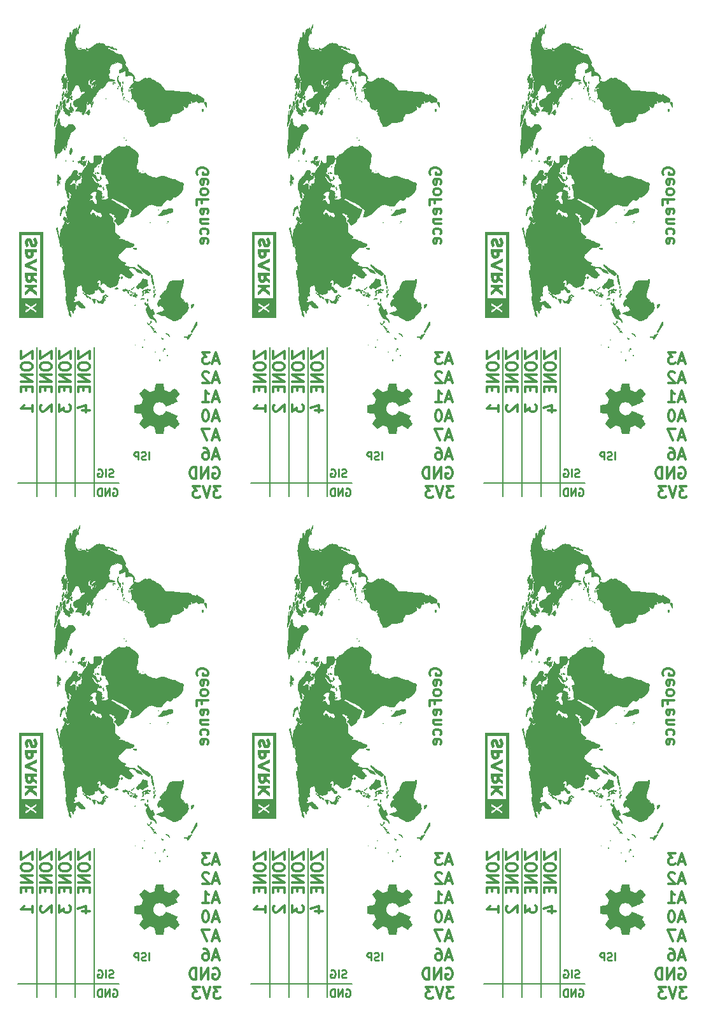
<source format=gbo>
G04 #@! TF.FileFunction,Legend,Bot*
%FSLAX46Y46*%
G04 Gerber Fmt 4.6, Leading zero omitted, Abs format (unit mm)*
G04 Created by KiCad (PCBNEW 4.0.6) date 08/02/17 18:57:33*
%MOMM*%
%LPD*%
G01*
G04 APERTURE LIST*
%ADD10C,0.100000*%
%ADD11C,0.200000*%
%ADD12C,0.250000*%
%ADD13C,0.300000*%
%ADD14C,0.010000*%
G04 APERTURE END LIST*
D10*
D11*
X123190000Y-151384000D02*
X123190000Y-171196000D01*
X92202000Y-151384000D02*
X92202000Y-171196000D01*
X61214000Y-151384000D02*
X61214000Y-171196000D01*
X123190000Y-84836000D02*
X123190000Y-104648000D01*
X92202000Y-84836000D02*
X92202000Y-104648000D01*
X113030000Y-169418000D02*
X126492000Y-169418000D01*
X82042000Y-169418000D02*
X95504000Y-169418000D01*
X51054000Y-169418000D02*
X64516000Y-169418000D01*
X113030000Y-102870000D02*
X126492000Y-102870000D01*
X82042000Y-102870000D02*
X95504000Y-102870000D01*
D12*
X125729904Y-170188000D02*
X125825142Y-170140381D01*
X125967999Y-170140381D01*
X126110857Y-170188000D01*
X126206095Y-170283238D01*
X126253714Y-170378476D01*
X126301333Y-170568952D01*
X126301333Y-170711810D01*
X126253714Y-170902286D01*
X126206095Y-170997524D01*
X126110857Y-171092762D01*
X125967999Y-171140381D01*
X125872761Y-171140381D01*
X125729904Y-171092762D01*
X125682285Y-171045143D01*
X125682285Y-170711810D01*
X125872761Y-170711810D01*
X125253714Y-171140381D02*
X125253714Y-170140381D01*
X124682285Y-171140381D01*
X124682285Y-170140381D01*
X124206095Y-171140381D02*
X124206095Y-170140381D01*
X123968000Y-170140381D01*
X123825142Y-170188000D01*
X123729904Y-170283238D01*
X123682285Y-170378476D01*
X123634666Y-170568952D01*
X123634666Y-170711810D01*
X123682285Y-170902286D01*
X123729904Y-170997524D01*
X123825142Y-171092762D01*
X123968000Y-171140381D01*
X124206095Y-171140381D01*
X94741904Y-170188000D02*
X94837142Y-170140381D01*
X94979999Y-170140381D01*
X95122857Y-170188000D01*
X95218095Y-170283238D01*
X95265714Y-170378476D01*
X95313333Y-170568952D01*
X95313333Y-170711810D01*
X95265714Y-170902286D01*
X95218095Y-170997524D01*
X95122857Y-171092762D01*
X94979999Y-171140381D01*
X94884761Y-171140381D01*
X94741904Y-171092762D01*
X94694285Y-171045143D01*
X94694285Y-170711810D01*
X94884761Y-170711810D01*
X94265714Y-171140381D02*
X94265714Y-170140381D01*
X93694285Y-171140381D01*
X93694285Y-170140381D01*
X93218095Y-171140381D02*
X93218095Y-170140381D01*
X92980000Y-170140381D01*
X92837142Y-170188000D01*
X92741904Y-170283238D01*
X92694285Y-170378476D01*
X92646666Y-170568952D01*
X92646666Y-170711810D01*
X92694285Y-170902286D01*
X92741904Y-170997524D01*
X92837142Y-171092762D01*
X92980000Y-171140381D01*
X93218095Y-171140381D01*
X63753904Y-170188000D02*
X63849142Y-170140381D01*
X63991999Y-170140381D01*
X64134857Y-170188000D01*
X64230095Y-170283238D01*
X64277714Y-170378476D01*
X64325333Y-170568952D01*
X64325333Y-170711810D01*
X64277714Y-170902286D01*
X64230095Y-170997524D01*
X64134857Y-171092762D01*
X63991999Y-171140381D01*
X63896761Y-171140381D01*
X63753904Y-171092762D01*
X63706285Y-171045143D01*
X63706285Y-170711810D01*
X63896761Y-170711810D01*
X63277714Y-171140381D02*
X63277714Y-170140381D01*
X62706285Y-171140381D01*
X62706285Y-170140381D01*
X62230095Y-171140381D02*
X62230095Y-170140381D01*
X61992000Y-170140381D01*
X61849142Y-170188000D01*
X61753904Y-170283238D01*
X61706285Y-170378476D01*
X61658666Y-170568952D01*
X61658666Y-170711810D01*
X61706285Y-170902286D01*
X61753904Y-170997524D01*
X61849142Y-171092762D01*
X61992000Y-171140381D01*
X62230095Y-171140381D01*
X125729904Y-103640000D02*
X125825142Y-103592381D01*
X125967999Y-103592381D01*
X126110857Y-103640000D01*
X126206095Y-103735238D01*
X126253714Y-103830476D01*
X126301333Y-104020952D01*
X126301333Y-104163810D01*
X126253714Y-104354286D01*
X126206095Y-104449524D01*
X126110857Y-104544762D01*
X125967999Y-104592381D01*
X125872761Y-104592381D01*
X125729904Y-104544762D01*
X125682285Y-104497143D01*
X125682285Y-104163810D01*
X125872761Y-104163810D01*
X125253714Y-104592381D02*
X125253714Y-103592381D01*
X124682285Y-104592381D01*
X124682285Y-103592381D01*
X124206095Y-104592381D02*
X124206095Y-103592381D01*
X123968000Y-103592381D01*
X123825142Y-103640000D01*
X123729904Y-103735238D01*
X123682285Y-103830476D01*
X123634666Y-104020952D01*
X123634666Y-104163810D01*
X123682285Y-104354286D01*
X123729904Y-104449524D01*
X123825142Y-104544762D01*
X123968000Y-104592381D01*
X124206095Y-104592381D01*
X94741904Y-103640000D02*
X94837142Y-103592381D01*
X94979999Y-103592381D01*
X95122857Y-103640000D01*
X95218095Y-103735238D01*
X95265714Y-103830476D01*
X95313333Y-104020952D01*
X95313333Y-104163810D01*
X95265714Y-104354286D01*
X95218095Y-104449524D01*
X95122857Y-104544762D01*
X94979999Y-104592381D01*
X94884761Y-104592381D01*
X94741904Y-104544762D01*
X94694285Y-104497143D01*
X94694285Y-104163810D01*
X94884761Y-104163810D01*
X94265714Y-104592381D02*
X94265714Y-103592381D01*
X93694285Y-104592381D01*
X93694285Y-103592381D01*
X93218095Y-104592381D02*
X93218095Y-103592381D01*
X92980000Y-103592381D01*
X92837142Y-103640000D01*
X92741904Y-103735238D01*
X92694285Y-103830476D01*
X92646666Y-104020952D01*
X92646666Y-104163810D01*
X92694285Y-104354286D01*
X92741904Y-104449524D01*
X92837142Y-104544762D01*
X92980000Y-104592381D01*
X93218095Y-104592381D01*
X125737809Y-168552762D02*
X125594952Y-168600381D01*
X125356856Y-168600381D01*
X125261618Y-168552762D01*
X125213999Y-168505143D01*
X125166380Y-168409905D01*
X125166380Y-168314667D01*
X125213999Y-168219429D01*
X125261618Y-168171810D01*
X125356856Y-168124190D01*
X125547333Y-168076571D01*
X125642571Y-168028952D01*
X125690190Y-167981333D01*
X125737809Y-167886095D01*
X125737809Y-167790857D01*
X125690190Y-167695619D01*
X125642571Y-167648000D01*
X125547333Y-167600381D01*
X125309237Y-167600381D01*
X125166380Y-167648000D01*
X124737809Y-168600381D02*
X124737809Y-167600381D01*
X123737809Y-167648000D02*
X123833047Y-167600381D01*
X123975904Y-167600381D01*
X124118762Y-167648000D01*
X124214000Y-167743238D01*
X124261619Y-167838476D01*
X124309238Y-168028952D01*
X124309238Y-168171810D01*
X124261619Y-168362286D01*
X124214000Y-168457524D01*
X124118762Y-168552762D01*
X123975904Y-168600381D01*
X123880666Y-168600381D01*
X123737809Y-168552762D01*
X123690190Y-168505143D01*
X123690190Y-168171810D01*
X123880666Y-168171810D01*
X94749809Y-168552762D02*
X94606952Y-168600381D01*
X94368856Y-168600381D01*
X94273618Y-168552762D01*
X94225999Y-168505143D01*
X94178380Y-168409905D01*
X94178380Y-168314667D01*
X94225999Y-168219429D01*
X94273618Y-168171810D01*
X94368856Y-168124190D01*
X94559333Y-168076571D01*
X94654571Y-168028952D01*
X94702190Y-167981333D01*
X94749809Y-167886095D01*
X94749809Y-167790857D01*
X94702190Y-167695619D01*
X94654571Y-167648000D01*
X94559333Y-167600381D01*
X94321237Y-167600381D01*
X94178380Y-167648000D01*
X93749809Y-168600381D02*
X93749809Y-167600381D01*
X92749809Y-167648000D02*
X92845047Y-167600381D01*
X92987904Y-167600381D01*
X93130762Y-167648000D01*
X93226000Y-167743238D01*
X93273619Y-167838476D01*
X93321238Y-168028952D01*
X93321238Y-168171810D01*
X93273619Y-168362286D01*
X93226000Y-168457524D01*
X93130762Y-168552762D01*
X92987904Y-168600381D01*
X92892666Y-168600381D01*
X92749809Y-168552762D01*
X92702190Y-168505143D01*
X92702190Y-168171810D01*
X92892666Y-168171810D01*
X63761809Y-168552762D02*
X63618952Y-168600381D01*
X63380856Y-168600381D01*
X63285618Y-168552762D01*
X63237999Y-168505143D01*
X63190380Y-168409905D01*
X63190380Y-168314667D01*
X63237999Y-168219429D01*
X63285618Y-168171810D01*
X63380856Y-168124190D01*
X63571333Y-168076571D01*
X63666571Y-168028952D01*
X63714190Y-167981333D01*
X63761809Y-167886095D01*
X63761809Y-167790857D01*
X63714190Y-167695619D01*
X63666571Y-167648000D01*
X63571333Y-167600381D01*
X63333237Y-167600381D01*
X63190380Y-167648000D01*
X62761809Y-168600381D02*
X62761809Y-167600381D01*
X61761809Y-167648000D02*
X61857047Y-167600381D01*
X61999904Y-167600381D01*
X62142762Y-167648000D01*
X62238000Y-167743238D01*
X62285619Y-167838476D01*
X62333238Y-168028952D01*
X62333238Y-168171810D01*
X62285619Y-168362286D01*
X62238000Y-168457524D01*
X62142762Y-168552762D01*
X61999904Y-168600381D01*
X61904666Y-168600381D01*
X61761809Y-168552762D01*
X61714190Y-168505143D01*
X61714190Y-168171810D01*
X61904666Y-168171810D01*
X125737809Y-102004762D02*
X125594952Y-102052381D01*
X125356856Y-102052381D01*
X125261618Y-102004762D01*
X125213999Y-101957143D01*
X125166380Y-101861905D01*
X125166380Y-101766667D01*
X125213999Y-101671429D01*
X125261618Y-101623810D01*
X125356856Y-101576190D01*
X125547333Y-101528571D01*
X125642571Y-101480952D01*
X125690190Y-101433333D01*
X125737809Y-101338095D01*
X125737809Y-101242857D01*
X125690190Y-101147619D01*
X125642571Y-101100000D01*
X125547333Y-101052381D01*
X125309237Y-101052381D01*
X125166380Y-101100000D01*
X124737809Y-102052381D02*
X124737809Y-101052381D01*
X123737809Y-101100000D02*
X123833047Y-101052381D01*
X123975904Y-101052381D01*
X124118762Y-101100000D01*
X124214000Y-101195238D01*
X124261619Y-101290476D01*
X124309238Y-101480952D01*
X124309238Y-101623810D01*
X124261619Y-101814286D01*
X124214000Y-101909524D01*
X124118762Y-102004762D01*
X123975904Y-102052381D01*
X123880666Y-102052381D01*
X123737809Y-102004762D01*
X123690190Y-101957143D01*
X123690190Y-101623810D01*
X123880666Y-101623810D01*
X94749809Y-102004762D02*
X94606952Y-102052381D01*
X94368856Y-102052381D01*
X94273618Y-102004762D01*
X94225999Y-101957143D01*
X94178380Y-101861905D01*
X94178380Y-101766667D01*
X94225999Y-101671429D01*
X94273618Y-101623810D01*
X94368856Y-101576190D01*
X94559333Y-101528571D01*
X94654571Y-101480952D01*
X94702190Y-101433333D01*
X94749809Y-101338095D01*
X94749809Y-101242857D01*
X94702190Y-101147619D01*
X94654571Y-101100000D01*
X94559333Y-101052381D01*
X94321237Y-101052381D01*
X94178380Y-101100000D01*
X93749809Y-102052381D02*
X93749809Y-101052381D01*
X92749809Y-101100000D02*
X92845047Y-101052381D01*
X92987904Y-101052381D01*
X93130762Y-101100000D01*
X93226000Y-101195238D01*
X93273619Y-101290476D01*
X93321238Y-101480952D01*
X93321238Y-101623810D01*
X93273619Y-101814286D01*
X93226000Y-101909524D01*
X93130762Y-102004762D01*
X92987904Y-102052381D01*
X92892666Y-102052381D01*
X92749809Y-102004762D01*
X92702190Y-101957143D01*
X92702190Y-101623810D01*
X92892666Y-101623810D01*
D13*
X139064857Y-167398000D02*
X139207714Y-167326571D01*
X139422000Y-167326571D01*
X139636285Y-167398000D01*
X139779143Y-167540857D01*
X139850571Y-167683714D01*
X139922000Y-167969429D01*
X139922000Y-168183714D01*
X139850571Y-168469429D01*
X139779143Y-168612286D01*
X139636285Y-168755143D01*
X139422000Y-168826571D01*
X139279143Y-168826571D01*
X139064857Y-168755143D01*
X138993428Y-168683714D01*
X138993428Y-168183714D01*
X139279143Y-168183714D01*
X138350571Y-168826571D02*
X138350571Y-167326571D01*
X137493428Y-168826571D01*
X137493428Y-167326571D01*
X136779142Y-168826571D02*
X136779142Y-167326571D01*
X136421999Y-167326571D01*
X136207714Y-167398000D01*
X136064856Y-167540857D01*
X135993428Y-167683714D01*
X135921999Y-167969429D01*
X135921999Y-168183714D01*
X135993428Y-168469429D01*
X136064856Y-168612286D01*
X136207714Y-168755143D01*
X136421999Y-168826571D01*
X136779142Y-168826571D01*
X108076857Y-167398000D02*
X108219714Y-167326571D01*
X108434000Y-167326571D01*
X108648285Y-167398000D01*
X108791143Y-167540857D01*
X108862571Y-167683714D01*
X108934000Y-167969429D01*
X108934000Y-168183714D01*
X108862571Y-168469429D01*
X108791143Y-168612286D01*
X108648285Y-168755143D01*
X108434000Y-168826571D01*
X108291143Y-168826571D01*
X108076857Y-168755143D01*
X108005428Y-168683714D01*
X108005428Y-168183714D01*
X108291143Y-168183714D01*
X107362571Y-168826571D02*
X107362571Y-167326571D01*
X106505428Y-168826571D01*
X106505428Y-167326571D01*
X105791142Y-168826571D02*
X105791142Y-167326571D01*
X105433999Y-167326571D01*
X105219714Y-167398000D01*
X105076856Y-167540857D01*
X105005428Y-167683714D01*
X104933999Y-167969429D01*
X104933999Y-168183714D01*
X105005428Y-168469429D01*
X105076856Y-168612286D01*
X105219714Y-168755143D01*
X105433999Y-168826571D01*
X105791142Y-168826571D01*
X77088857Y-167398000D02*
X77231714Y-167326571D01*
X77446000Y-167326571D01*
X77660285Y-167398000D01*
X77803143Y-167540857D01*
X77874571Y-167683714D01*
X77946000Y-167969429D01*
X77946000Y-168183714D01*
X77874571Y-168469429D01*
X77803143Y-168612286D01*
X77660285Y-168755143D01*
X77446000Y-168826571D01*
X77303143Y-168826571D01*
X77088857Y-168755143D01*
X77017428Y-168683714D01*
X77017428Y-168183714D01*
X77303143Y-168183714D01*
X76374571Y-168826571D02*
X76374571Y-167326571D01*
X75517428Y-168826571D01*
X75517428Y-167326571D01*
X74803142Y-168826571D02*
X74803142Y-167326571D01*
X74445999Y-167326571D01*
X74231714Y-167398000D01*
X74088856Y-167540857D01*
X74017428Y-167683714D01*
X73945999Y-167969429D01*
X73945999Y-168183714D01*
X74017428Y-168469429D01*
X74088856Y-168612286D01*
X74231714Y-168755143D01*
X74445999Y-168826571D01*
X74803142Y-168826571D01*
X139064857Y-100850000D02*
X139207714Y-100778571D01*
X139422000Y-100778571D01*
X139636285Y-100850000D01*
X139779143Y-100992857D01*
X139850571Y-101135714D01*
X139922000Y-101421429D01*
X139922000Y-101635714D01*
X139850571Y-101921429D01*
X139779143Y-102064286D01*
X139636285Y-102207143D01*
X139422000Y-102278571D01*
X139279143Y-102278571D01*
X139064857Y-102207143D01*
X138993428Y-102135714D01*
X138993428Y-101635714D01*
X139279143Y-101635714D01*
X138350571Y-102278571D02*
X138350571Y-100778571D01*
X137493428Y-102278571D01*
X137493428Y-100778571D01*
X136779142Y-102278571D02*
X136779142Y-100778571D01*
X136421999Y-100778571D01*
X136207714Y-100850000D01*
X136064856Y-100992857D01*
X135993428Y-101135714D01*
X135921999Y-101421429D01*
X135921999Y-101635714D01*
X135993428Y-101921429D01*
X136064856Y-102064286D01*
X136207714Y-102207143D01*
X136421999Y-102278571D01*
X136779142Y-102278571D01*
X108076857Y-100850000D02*
X108219714Y-100778571D01*
X108434000Y-100778571D01*
X108648285Y-100850000D01*
X108791143Y-100992857D01*
X108862571Y-101135714D01*
X108934000Y-101421429D01*
X108934000Y-101635714D01*
X108862571Y-101921429D01*
X108791143Y-102064286D01*
X108648285Y-102207143D01*
X108434000Y-102278571D01*
X108291143Y-102278571D01*
X108076857Y-102207143D01*
X108005428Y-102135714D01*
X108005428Y-101635714D01*
X108291143Y-101635714D01*
X107362571Y-102278571D02*
X107362571Y-100778571D01*
X106505428Y-102278571D01*
X106505428Y-100778571D01*
X105791142Y-102278571D02*
X105791142Y-100778571D01*
X105433999Y-100778571D01*
X105219714Y-100850000D01*
X105076856Y-100992857D01*
X105005428Y-101135714D01*
X104933999Y-101421429D01*
X104933999Y-101635714D01*
X105005428Y-101921429D01*
X105076856Y-102064286D01*
X105219714Y-102207143D01*
X105433999Y-102278571D01*
X105791142Y-102278571D01*
X139755428Y-165858000D02*
X139041142Y-165858000D01*
X139898285Y-166286571D02*
X139398285Y-164786571D01*
X138898285Y-166286571D01*
X137755428Y-164786571D02*
X138041142Y-164786571D01*
X138183999Y-164858000D01*
X138255428Y-164929429D01*
X138398285Y-165143714D01*
X138469714Y-165429429D01*
X138469714Y-166000857D01*
X138398285Y-166143714D01*
X138326857Y-166215143D01*
X138183999Y-166286571D01*
X137898285Y-166286571D01*
X137755428Y-166215143D01*
X137683999Y-166143714D01*
X137612571Y-166000857D01*
X137612571Y-165643714D01*
X137683999Y-165500857D01*
X137755428Y-165429429D01*
X137898285Y-165358000D01*
X138183999Y-165358000D01*
X138326857Y-165429429D01*
X138398285Y-165500857D01*
X138469714Y-165643714D01*
X108767428Y-165858000D02*
X108053142Y-165858000D01*
X108910285Y-166286571D02*
X108410285Y-164786571D01*
X107910285Y-166286571D01*
X106767428Y-164786571D02*
X107053142Y-164786571D01*
X107195999Y-164858000D01*
X107267428Y-164929429D01*
X107410285Y-165143714D01*
X107481714Y-165429429D01*
X107481714Y-166000857D01*
X107410285Y-166143714D01*
X107338857Y-166215143D01*
X107195999Y-166286571D01*
X106910285Y-166286571D01*
X106767428Y-166215143D01*
X106695999Y-166143714D01*
X106624571Y-166000857D01*
X106624571Y-165643714D01*
X106695999Y-165500857D01*
X106767428Y-165429429D01*
X106910285Y-165358000D01*
X107195999Y-165358000D01*
X107338857Y-165429429D01*
X107410285Y-165500857D01*
X107481714Y-165643714D01*
X77779428Y-165858000D02*
X77065142Y-165858000D01*
X77922285Y-166286571D02*
X77422285Y-164786571D01*
X76922285Y-166286571D01*
X75779428Y-164786571D02*
X76065142Y-164786571D01*
X76207999Y-164858000D01*
X76279428Y-164929429D01*
X76422285Y-165143714D01*
X76493714Y-165429429D01*
X76493714Y-166000857D01*
X76422285Y-166143714D01*
X76350857Y-166215143D01*
X76207999Y-166286571D01*
X75922285Y-166286571D01*
X75779428Y-166215143D01*
X75707999Y-166143714D01*
X75636571Y-166000857D01*
X75636571Y-165643714D01*
X75707999Y-165500857D01*
X75779428Y-165429429D01*
X75922285Y-165358000D01*
X76207999Y-165358000D01*
X76350857Y-165429429D01*
X76422285Y-165500857D01*
X76493714Y-165643714D01*
X139755428Y-99310000D02*
X139041142Y-99310000D01*
X139898285Y-99738571D02*
X139398285Y-98238571D01*
X138898285Y-99738571D01*
X137755428Y-98238571D02*
X138041142Y-98238571D01*
X138183999Y-98310000D01*
X138255428Y-98381429D01*
X138398285Y-98595714D01*
X138469714Y-98881429D01*
X138469714Y-99452857D01*
X138398285Y-99595714D01*
X138326857Y-99667143D01*
X138183999Y-99738571D01*
X137898285Y-99738571D01*
X137755428Y-99667143D01*
X137683999Y-99595714D01*
X137612571Y-99452857D01*
X137612571Y-99095714D01*
X137683999Y-98952857D01*
X137755428Y-98881429D01*
X137898285Y-98810000D01*
X138183999Y-98810000D01*
X138326857Y-98881429D01*
X138398285Y-98952857D01*
X138469714Y-99095714D01*
X108767428Y-99310000D02*
X108053142Y-99310000D01*
X108910285Y-99738571D02*
X108410285Y-98238571D01*
X107910285Y-99738571D01*
X106767428Y-98238571D02*
X107053142Y-98238571D01*
X107195999Y-98310000D01*
X107267428Y-98381429D01*
X107410285Y-98595714D01*
X107481714Y-98881429D01*
X107481714Y-99452857D01*
X107410285Y-99595714D01*
X107338857Y-99667143D01*
X107195999Y-99738571D01*
X106910285Y-99738571D01*
X106767428Y-99667143D01*
X106695999Y-99595714D01*
X106624571Y-99452857D01*
X106624571Y-99095714D01*
X106695999Y-98952857D01*
X106767428Y-98881429D01*
X106910285Y-98810000D01*
X107195999Y-98810000D01*
X107338857Y-98881429D01*
X107410285Y-98952857D01*
X107481714Y-99095714D01*
X140033142Y-169866571D02*
X139104571Y-169866571D01*
X139604571Y-170438000D01*
X139390285Y-170438000D01*
X139247428Y-170509429D01*
X139175999Y-170580857D01*
X139104571Y-170723714D01*
X139104571Y-171080857D01*
X139175999Y-171223714D01*
X139247428Y-171295143D01*
X139390285Y-171366571D01*
X139818857Y-171366571D01*
X139961714Y-171295143D01*
X140033142Y-171223714D01*
X138676000Y-169866571D02*
X138176000Y-171366571D01*
X137676000Y-169866571D01*
X137318857Y-169866571D02*
X136390286Y-169866571D01*
X136890286Y-170438000D01*
X136676000Y-170438000D01*
X136533143Y-170509429D01*
X136461714Y-170580857D01*
X136390286Y-170723714D01*
X136390286Y-171080857D01*
X136461714Y-171223714D01*
X136533143Y-171295143D01*
X136676000Y-171366571D01*
X137104572Y-171366571D01*
X137247429Y-171295143D01*
X137318857Y-171223714D01*
X109045142Y-169866571D02*
X108116571Y-169866571D01*
X108616571Y-170438000D01*
X108402285Y-170438000D01*
X108259428Y-170509429D01*
X108187999Y-170580857D01*
X108116571Y-170723714D01*
X108116571Y-171080857D01*
X108187999Y-171223714D01*
X108259428Y-171295143D01*
X108402285Y-171366571D01*
X108830857Y-171366571D01*
X108973714Y-171295143D01*
X109045142Y-171223714D01*
X107688000Y-169866571D02*
X107188000Y-171366571D01*
X106688000Y-169866571D01*
X106330857Y-169866571D02*
X105402286Y-169866571D01*
X105902286Y-170438000D01*
X105688000Y-170438000D01*
X105545143Y-170509429D01*
X105473714Y-170580857D01*
X105402286Y-170723714D01*
X105402286Y-171080857D01*
X105473714Y-171223714D01*
X105545143Y-171295143D01*
X105688000Y-171366571D01*
X106116572Y-171366571D01*
X106259429Y-171295143D01*
X106330857Y-171223714D01*
X78057142Y-169866571D02*
X77128571Y-169866571D01*
X77628571Y-170438000D01*
X77414285Y-170438000D01*
X77271428Y-170509429D01*
X77199999Y-170580857D01*
X77128571Y-170723714D01*
X77128571Y-171080857D01*
X77199999Y-171223714D01*
X77271428Y-171295143D01*
X77414285Y-171366571D01*
X77842857Y-171366571D01*
X77985714Y-171295143D01*
X78057142Y-171223714D01*
X76700000Y-169866571D02*
X76200000Y-171366571D01*
X75700000Y-169866571D01*
X75342857Y-169866571D02*
X74414286Y-169866571D01*
X74914286Y-170438000D01*
X74700000Y-170438000D01*
X74557143Y-170509429D01*
X74485714Y-170580857D01*
X74414286Y-170723714D01*
X74414286Y-171080857D01*
X74485714Y-171223714D01*
X74557143Y-171295143D01*
X74700000Y-171366571D01*
X75128572Y-171366571D01*
X75271429Y-171295143D01*
X75342857Y-171223714D01*
X140033142Y-103318571D02*
X139104571Y-103318571D01*
X139604571Y-103890000D01*
X139390285Y-103890000D01*
X139247428Y-103961429D01*
X139175999Y-104032857D01*
X139104571Y-104175714D01*
X139104571Y-104532857D01*
X139175999Y-104675714D01*
X139247428Y-104747143D01*
X139390285Y-104818571D01*
X139818857Y-104818571D01*
X139961714Y-104747143D01*
X140033142Y-104675714D01*
X138676000Y-103318571D02*
X138176000Y-104818571D01*
X137676000Y-103318571D01*
X137318857Y-103318571D02*
X136390286Y-103318571D01*
X136890286Y-103890000D01*
X136676000Y-103890000D01*
X136533143Y-103961429D01*
X136461714Y-104032857D01*
X136390286Y-104175714D01*
X136390286Y-104532857D01*
X136461714Y-104675714D01*
X136533143Y-104747143D01*
X136676000Y-104818571D01*
X137104572Y-104818571D01*
X137247429Y-104747143D01*
X137318857Y-104675714D01*
X109045142Y-103318571D02*
X108116571Y-103318571D01*
X108616571Y-103890000D01*
X108402285Y-103890000D01*
X108259428Y-103961429D01*
X108187999Y-104032857D01*
X108116571Y-104175714D01*
X108116571Y-104532857D01*
X108187999Y-104675714D01*
X108259428Y-104747143D01*
X108402285Y-104818571D01*
X108830857Y-104818571D01*
X108973714Y-104747143D01*
X109045142Y-104675714D01*
X107688000Y-103318571D02*
X107188000Y-104818571D01*
X106688000Y-103318571D01*
X106330857Y-103318571D02*
X105402286Y-103318571D01*
X105902286Y-103890000D01*
X105688000Y-103890000D01*
X105545143Y-103961429D01*
X105473714Y-104032857D01*
X105402286Y-104175714D01*
X105402286Y-104532857D01*
X105473714Y-104675714D01*
X105545143Y-104747143D01*
X105688000Y-104818571D01*
X106116572Y-104818571D01*
X106259429Y-104747143D01*
X106330857Y-104675714D01*
D12*
X130516190Y-166314381D02*
X130516190Y-165314381D01*
X130087619Y-166266762D02*
X129944762Y-166314381D01*
X129706666Y-166314381D01*
X129611428Y-166266762D01*
X129563809Y-166219143D01*
X129516190Y-166123905D01*
X129516190Y-166028667D01*
X129563809Y-165933429D01*
X129611428Y-165885810D01*
X129706666Y-165838190D01*
X129897143Y-165790571D01*
X129992381Y-165742952D01*
X130040000Y-165695333D01*
X130087619Y-165600095D01*
X130087619Y-165504857D01*
X130040000Y-165409619D01*
X129992381Y-165362000D01*
X129897143Y-165314381D01*
X129659047Y-165314381D01*
X129516190Y-165362000D01*
X129087619Y-166314381D02*
X129087619Y-165314381D01*
X128706666Y-165314381D01*
X128611428Y-165362000D01*
X128563809Y-165409619D01*
X128516190Y-165504857D01*
X128516190Y-165647714D01*
X128563809Y-165742952D01*
X128611428Y-165790571D01*
X128706666Y-165838190D01*
X129087619Y-165838190D01*
X99528190Y-166314381D02*
X99528190Y-165314381D01*
X99099619Y-166266762D02*
X98956762Y-166314381D01*
X98718666Y-166314381D01*
X98623428Y-166266762D01*
X98575809Y-166219143D01*
X98528190Y-166123905D01*
X98528190Y-166028667D01*
X98575809Y-165933429D01*
X98623428Y-165885810D01*
X98718666Y-165838190D01*
X98909143Y-165790571D01*
X99004381Y-165742952D01*
X99052000Y-165695333D01*
X99099619Y-165600095D01*
X99099619Y-165504857D01*
X99052000Y-165409619D01*
X99004381Y-165362000D01*
X98909143Y-165314381D01*
X98671047Y-165314381D01*
X98528190Y-165362000D01*
X98099619Y-166314381D02*
X98099619Y-165314381D01*
X97718666Y-165314381D01*
X97623428Y-165362000D01*
X97575809Y-165409619D01*
X97528190Y-165504857D01*
X97528190Y-165647714D01*
X97575809Y-165742952D01*
X97623428Y-165790571D01*
X97718666Y-165838190D01*
X98099619Y-165838190D01*
X68540190Y-166314381D02*
X68540190Y-165314381D01*
X68111619Y-166266762D02*
X67968762Y-166314381D01*
X67730666Y-166314381D01*
X67635428Y-166266762D01*
X67587809Y-166219143D01*
X67540190Y-166123905D01*
X67540190Y-166028667D01*
X67587809Y-165933429D01*
X67635428Y-165885810D01*
X67730666Y-165838190D01*
X67921143Y-165790571D01*
X68016381Y-165742952D01*
X68064000Y-165695333D01*
X68111619Y-165600095D01*
X68111619Y-165504857D01*
X68064000Y-165409619D01*
X68016381Y-165362000D01*
X67921143Y-165314381D01*
X67683047Y-165314381D01*
X67540190Y-165362000D01*
X67111619Y-166314381D02*
X67111619Y-165314381D01*
X66730666Y-165314381D01*
X66635428Y-165362000D01*
X66587809Y-165409619D01*
X66540190Y-165504857D01*
X66540190Y-165647714D01*
X66587809Y-165742952D01*
X66635428Y-165790571D01*
X66730666Y-165838190D01*
X67111619Y-165838190D01*
X130516190Y-99766381D02*
X130516190Y-98766381D01*
X130087619Y-99718762D02*
X129944762Y-99766381D01*
X129706666Y-99766381D01*
X129611428Y-99718762D01*
X129563809Y-99671143D01*
X129516190Y-99575905D01*
X129516190Y-99480667D01*
X129563809Y-99385429D01*
X129611428Y-99337810D01*
X129706666Y-99290190D01*
X129897143Y-99242571D01*
X129992381Y-99194952D01*
X130040000Y-99147333D01*
X130087619Y-99052095D01*
X130087619Y-98956857D01*
X130040000Y-98861619D01*
X129992381Y-98814000D01*
X129897143Y-98766381D01*
X129659047Y-98766381D01*
X129516190Y-98814000D01*
X129087619Y-99766381D02*
X129087619Y-98766381D01*
X128706666Y-98766381D01*
X128611428Y-98814000D01*
X128563809Y-98861619D01*
X128516190Y-98956857D01*
X128516190Y-99099714D01*
X128563809Y-99194952D01*
X128611428Y-99242571D01*
X128706666Y-99290190D01*
X129087619Y-99290190D01*
X99528190Y-99766381D02*
X99528190Y-98766381D01*
X99099619Y-99718762D02*
X98956762Y-99766381D01*
X98718666Y-99766381D01*
X98623428Y-99718762D01*
X98575809Y-99671143D01*
X98528190Y-99575905D01*
X98528190Y-99480667D01*
X98575809Y-99385429D01*
X98623428Y-99337810D01*
X98718666Y-99290190D01*
X98909143Y-99242571D01*
X99004381Y-99194952D01*
X99052000Y-99147333D01*
X99099619Y-99052095D01*
X99099619Y-98956857D01*
X99052000Y-98861619D01*
X99004381Y-98814000D01*
X98909143Y-98766381D01*
X98671047Y-98766381D01*
X98528190Y-98814000D01*
X98099619Y-99766381D02*
X98099619Y-98766381D01*
X97718666Y-98766381D01*
X97623428Y-98814000D01*
X97575809Y-98861619D01*
X97528190Y-98956857D01*
X97528190Y-99099714D01*
X97575809Y-99194952D01*
X97623428Y-99242571D01*
X97718666Y-99290190D01*
X98099619Y-99290190D01*
D13*
X139755428Y-160778000D02*
X139041142Y-160778000D01*
X139898285Y-161206571D02*
X139398285Y-159706571D01*
X138898285Y-161206571D01*
X138112571Y-159706571D02*
X137969714Y-159706571D01*
X137826857Y-159778000D01*
X137755428Y-159849429D01*
X137683999Y-159992286D01*
X137612571Y-160278000D01*
X137612571Y-160635143D01*
X137683999Y-160920857D01*
X137755428Y-161063714D01*
X137826857Y-161135143D01*
X137969714Y-161206571D01*
X138112571Y-161206571D01*
X138255428Y-161135143D01*
X138326857Y-161063714D01*
X138398285Y-160920857D01*
X138469714Y-160635143D01*
X138469714Y-160278000D01*
X138398285Y-159992286D01*
X138326857Y-159849429D01*
X138255428Y-159778000D01*
X138112571Y-159706571D01*
X108767428Y-160778000D02*
X108053142Y-160778000D01*
X108910285Y-161206571D02*
X108410285Y-159706571D01*
X107910285Y-161206571D01*
X107124571Y-159706571D02*
X106981714Y-159706571D01*
X106838857Y-159778000D01*
X106767428Y-159849429D01*
X106695999Y-159992286D01*
X106624571Y-160278000D01*
X106624571Y-160635143D01*
X106695999Y-160920857D01*
X106767428Y-161063714D01*
X106838857Y-161135143D01*
X106981714Y-161206571D01*
X107124571Y-161206571D01*
X107267428Y-161135143D01*
X107338857Y-161063714D01*
X107410285Y-160920857D01*
X107481714Y-160635143D01*
X107481714Y-160278000D01*
X107410285Y-159992286D01*
X107338857Y-159849429D01*
X107267428Y-159778000D01*
X107124571Y-159706571D01*
X77779428Y-160778000D02*
X77065142Y-160778000D01*
X77922285Y-161206571D02*
X77422285Y-159706571D01*
X76922285Y-161206571D01*
X76136571Y-159706571D02*
X75993714Y-159706571D01*
X75850857Y-159778000D01*
X75779428Y-159849429D01*
X75707999Y-159992286D01*
X75636571Y-160278000D01*
X75636571Y-160635143D01*
X75707999Y-160920857D01*
X75779428Y-161063714D01*
X75850857Y-161135143D01*
X75993714Y-161206571D01*
X76136571Y-161206571D01*
X76279428Y-161135143D01*
X76350857Y-161063714D01*
X76422285Y-160920857D01*
X76493714Y-160635143D01*
X76493714Y-160278000D01*
X76422285Y-159992286D01*
X76350857Y-159849429D01*
X76279428Y-159778000D01*
X76136571Y-159706571D01*
X139755428Y-94230000D02*
X139041142Y-94230000D01*
X139898285Y-94658571D02*
X139398285Y-93158571D01*
X138898285Y-94658571D01*
X138112571Y-93158571D02*
X137969714Y-93158571D01*
X137826857Y-93230000D01*
X137755428Y-93301429D01*
X137683999Y-93444286D01*
X137612571Y-93730000D01*
X137612571Y-94087143D01*
X137683999Y-94372857D01*
X137755428Y-94515714D01*
X137826857Y-94587143D01*
X137969714Y-94658571D01*
X138112571Y-94658571D01*
X138255428Y-94587143D01*
X138326857Y-94515714D01*
X138398285Y-94372857D01*
X138469714Y-94087143D01*
X138469714Y-93730000D01*
X138398285Y-93444286D01*
X138326857Y-93301429D01*
X138255428Y-93230000D01*
X138112571Y-93158571D01*
X108767428Y-94230000D02*
X108053142Y-94230000D01*
X108910285Y-94658571D02*
X108410285Y-93158571D01*
X107910285Y-94658571D01*
X107124571Y-93158571D02*
X106981714Y-93158571D01*
X106838857Y-93230000D01*
X106767428Y-93301429D01*
X106695999Y-93444286D01*
X106624571Y-93730000D01*
X106624571Y-94087143D01*
X106695999Y-94372857D01*
X106767428Y-94515714D01*
X106838857Y-94587143D01*
X106981714Y-94658571D01*
X107124571Y-94658571D01*
X107267428Y-94587143D01*
X107338857Y-94515714D01*
X107410285Y-94372857D01*
X107481714Y-94087143D01*
X107481714Y-93730000D01*
X107410285Y-93444286D01*
X107338857Y-93301429D01*
X107267428Y-93230000D01*
X107124571Y-93158571D01*
X139755428Y-155698000D02*
X139041142Y-155698000D01*
X139898285Y-156126571D02*
X139398285Y-154626571D01*
X138898285Y-156126571D01*
X138469714Y-154769429D02*
X138398285Y-154698000D01*
X138255428Y-154626571D01*
X137898285Y-154626571D01*
X137755428Y-154698000D01*
X137683999Y-154769429D01*
X137612571Y-154912286D01*
X137612571Y-155055143D01*
X137683999Y-155269429D01*
X138541142Y-156126571D01*
X137612571Y-156126571D01*
X108767428Y-155698000D02*
X108053142Y-155698000D01*
X108910285Y-156126571D02*
X108410285Y-154626571D01*
X107910285Y-156126571D01*
X107481714Y-154769429D02*
X107410285Y-154698000D01*
X107267428Y-154626571D01*
X106910285Y-154626571D01*
X106767428Y-154698000D01*
X106695999Y-154769429D01*
X106624571Y-154912286D01*
X106624571Y-155055143D01*
X106695999Y-155269429D01*
X107553142Y-156126571D01*
X106624571Y-156126571D01*
X77779428Y-155698000D02*
X77065142Y-155698000D01*
X77922285Y-156126571D02*
X77422285Y-154626571D01*
X76922285Y-156126571D01*
X76493714Y-154769429D02*
X76422285Y-154698000D01*
X76279428Y-154626571D01*
X75922285Y-154626571D01*
X75779428Y-154698000D01*
X75707999Y-154769429D01*
X75636571Y-154912286D01*
X75636571Y-155055143D01*
X75707999Y-155269429D01*
X76565142Y-156126571D01*
X75636571Y-156126571D01*
X139755428Y-89150000D02*
X139041142Y-89150000D01*
X139898285Y-89578571D02*
X139398285Y-88078571D01*
X138898285Y-89578571D01*
X138469714Y-88221429D02*
X138398285Y-88150000D01*
X138255428Y-88078571D01*
X137898285Y-88078571D01*
X137755428Y-88150000D01*
X137683999Y-88221429D01*
X137612571Y-88364286D01*
X137612571Y-88507143D01*
X137683999Y-88721429D01*
X138541142Y-89578571D01*
X137612571Y-89578571D01*
X108767428Y-89150000D02*
X108053142Y-89150000D01*
X108910285Y-89578571D02*
X108410285Y-88078571D01*
X107910285Y-89578571D01*
X107481714Y-88221429D02*
X107410285Y-88150000D01*
X107267428Y-88078571D01*
X106910285Y-88078571D01*
X106767428Y-88150000D01*
X106695999Y-88221429D01*
X106624571Y-88364286D01*
X106624571Y-88507143D01*
X106695999Y-88721429D01*
X107553142Y-89578571D01*
X106624571Y-89578571D01*
X139755428Y-158238000D02*
X139041142Y-158238000D01*
X139898285Y-158666571D02*
X139398285Y-157166571D01*
X138898285Y-158666571D01*
X137612571Y-158666571D02*
X138469714Y-158666571D01*
X138041142Y-158666571D02*
X138041142Y-157166571D01*
X138183999Y-157380857D01*
X138326857Y-157523714D01*
X138469714Y-157595143D01*
X108767428Y-158238000D02*
X108053142Y-158238000D01*
X108910285Y-158666571D02*
X108410285Y-157166571D01*
X107910285Y-158666571D01*
X106624571Y-158666571D02*
X107481714Y-158666571D01*
X107053142Y-158666571D02*
X107053142Y-157166571D01*
X107195999Y-157380857D01*
X107338857Y-157523714D01*
X107481714Y-157595143D01*
X77779428Y-158238000D02*
X77065142Y-158238000D01*
X77922285Y-158666571D02*
X77422285Y-157166571D01*
X76922285Y-158666571D01*
X75636571Y-158666571D02*
X76493714Y-158666571D01*
X76065142Y-158666571D02*
X76065142Y-157166571D01*
X76207999Y-157380857D01*
X76350857Y-157523714D01*
X76493714Y-157595143D01*
X139755428Y-91690000D02*
X139041142Y-91690000D01*
X139898285Y-92118571D02*
X139398285Y-90618571D01*
X138898285Y-92118571D01*
X137612571Y-92118571D02*
X138469714Y-92118571D01*
X138041142Y-92118571D02*
X138041142Y-90618571D01*
X138183999Y-90832857D01*
X138326857Y-90975714D01*
X138469714Y-91047143D01*
X108767428Y-91690000D02*
X108053142Y-91690000D01*
X108910285Y-92118571D02*
X108410285Y-90618571D01*
X107910285Y-92118571D01*
X106624571Y-92118571D02*
X107481714Y-92118571D01*
X107053142Y-92118571D02*
X107053142Y-90618571D01*
X107195999Y-90832857D01*
X107338857Y-90975714D01*
X107481714Y-91047143D01*
X139755428Y-153158000D02*
X139041142Y-153158000D01*
X139898285Y-153586571D02*
X139398285Y-152086571D01*
X138898285Y-153586571D01*
X138541142Y-152086571D02*
X137612571Y-152086571D01*
X138112571Y-152658000D01*
X137898285Y-152658000D01*
X137755428Y-152729429D01*
X137683999Y-152800857D01*
X137612571Y-152943714D01*
X137612571Y-153300857D01*
X137683999Y-153443714D01*
X137755428Y-153515143D01*
X137898285Y-153586571D01*
X138326857Y-153586571D01*
X138469714Y-153515143D01*
X138541142Y-153443714D01*
X108767428Y-153158000D02*
X108053142Y-153158000D01*
X108910285Y-153586571D02*
X108410285Y-152086571D01*
X107910285Y-153586571D01*
X107553142Y-152086571D02*
X106624571Y-152086571D01*
X107124571Y-152658000D01*
X106910285Y-152658000D01*
X106767428Y-152729429D01*
X106695999Y-152800857D01*
X106624571Y-152943714D01*
X106624571Y-153300857D01*
X106695999Y-153443714D01*
X106767428Y-153515143D01*
X106910285Y-153586571D01*
X107338857Y-153586571D01*
X107481714Y-153515143D01*
X107553142Y-153443714D01*
X77779428Y-153158000D02*
X77065142Y-153158000D01*
X77922285Y-153586571D02*
X77422285Y-152086571D01*
X76922285Y-153586571D01*
X76565142Y-152086571D02*
X75636571Y-152086571D01*
X76136571Y-152658000D01*
X75922285Y-152658000D01*
X75779428Y-152729429D01*
X75707999Y-152800857D01*
X75636571Y-152943714D01*
X75636571Y-153300857D01*
X75707999Y-153443714D01*
X75779428Y-153515143D01*
X75922285Y-153586571D01*
X76350857Y-153586571D01*
X76493714Y-153515143D01*
X76565142Y-153443714D01*
X139755428Y-86610000D02*
X139041142Y-86610000D01*
X139898285Y-87038571D02*
X139398285Y-85538571D01*
X138898285Y-87038571D01*
X138541142Y-85538571D02*
X137612571Y-85538571D01*
X138112571Y-86110000D01*
X137898285Y-86110000D01*
X137755428Y-86181429D01*
X137683999Y-86252857D01*
X137612571Y-86395714D01*
X137612571Y-86752857D01*
X137683999Y-86895714D01*
X137755428Y-86967143D01*
X137898285Y-87038571D01*
X138326857Y-87038571D01*
X138469714Y-86967143D01*
X138541142Y-86895714D01*
X108767428Y-86610000D02*
X108053142Y-86610000D01*
X108910285Y-87038571D02*
X108410285Y-85538571D01*
X107910285Y-87038571D01*
X107553142Y-85538571D02*
X106624571Y-85538571D01*
X107124571Y-86110000D01*
X106910285Y-86110000D01*
X106767428Y-86181429D01*
X106695999Y-86252857D01*
X106624571Y-86395714D01*
X106624571Y-86752857D01*
X106695999Y-86895714D01*
X106767428Y-86967143D01*
X106910285Y-87038571D01*
X107338857Y-87038571D01*
X107481714Y-86967143D01*
X107553142Y-86895714D01*
X139755428Y-163318000D02*
X139041142Y-163318000D01*
X139898285Y-163746571D02*
X139398285Y-162246571D01*
X138898285Y-163746571D01*
X138541142Y-162246571D02*
X137541142Y-162246571D01*
X138183999Y-163746571D01*
X108767428Y-163318000D02*
X108053142Y-163318000D01*
X108910285Y-163746571D02*
X108410285Y-162246571D01*
X107910285Y-163746571D01*
X107553142Y-162246571D02*
X106553142Y-162246571D01*
X107195999Y-163746571D01*
X77779428Y-163318000D02*
X77065142Y-163318000D01*
X77922285Y-163746571D02*
X77422285Y-162246571D01*
X76922285Y-163746571D01*
X76565142Y-162246571D02*
X75565142Y-162246571D01*
X76207999Y-163746571D01*
X139755428Y-96770000D02*
X139041142Y-96770000D01*
X139898285Y-97198571D02*
X139398285Y-95698571D01*
X138898285Y-97198571D01*
X138541142Y-95698571D02*
X137541142Y-95698571D01*
X138183999Y-97198571D01*
X108767428Y-96770000D02*
X108053142Y-96770000D01*
X108910285Y-97198571D02*
X108410285Y-95698571D01*
X107910285Y-97198571D01*
X107553142Y-95698571D02*
X106553142Y-95698571D01*
X107195999Y-97198571D01*
D11*
X120650000Y-151384000D02*
X120650000Y-171196000D01*
X89662000Y-151384000D02*
X89662000Y-171196000D01*
X58674000Y-151384000D02*
X58674000Y-171196000D01*
X120650000Y-84836000D02*
X120650000Y-104648000D01*
X89662000Y-84836000D02*
X89662000Y-104648000D01*
D13*
X118558571Y-151920286D02*
X118558571Y-152920286D01*
X120058571Y-151920286D01*
X120058571Y-152920286D01*
X118558571Y-153777428D02*
X118558571Y-154063142D01*
X118630000Y-154206000D01*
X118772857Y-154348857D01*
X119058571Y-154420285D01*
X119558571Y-154420285D01*
X119844286Y-154348857D01*
X119987143Y-154206000D01*
X120058571Y-154063142D01*
X120058571Y-153777428D01*
X119987143Y-153634571D01*
X119844286Y-153491714D01*
X119558571Y-153420285D01*
X119058571Y-153420285D01*
X118772857Y-153491714D01*
X118630000Y-153634571D01*
X118558571Y-153777428D01*
X120058571Y-155063143D02*
X118558571Y-155063143D01*
X120058571Y-155920286D01*
X118558571Y-155920286D01*
X119272857Y-156634572D02*
X119272857Y-157134572D01*
X120058571Y-157348858D02*
X120058571Y-156634572D01*
X118558571Y-156634572D01*
X118558571Y-157348858D01*
X118558571Y-158991715D02*
X118558571Y-159920286D01*
X119130000Y-159420286D01*
X119130000Y-159634572D01*
X119201429Y-159777429D01*
X119272857Y-159848858D01*
X119415714Y-159920286D01*
X119772857Y-159920286D01*
X119915714Y-159848858D01*
X119987143Y-159777429D01*
X120058571Y-159634572D01*
X120058571Y-159206000D01*
X119987143Y-159063143D01*
X119915714Y-158991715D01*
X87570571Y-151920286D02*
X87570571Y-152920286D01*
X89070571Y-151920286D01*
X89070571Y-152920286D01*
X87570571Y-153777428D02*
X87570571Y-154063142D01*
X87642000Y-154206000D01*
X87784857Y-154348857D01*
X88070571Y-154420285D01*
X88570571Y-154420285D01*
X88856286Y-154348857D01*
X88999143Y-154206000D01*
X89070571Y-154063142D01*
X89070571Y-153777428D01*
X88999143Y-153634571D01*
X88856286Y-153491714D01*
X88570571Y-153420285D01*
X88070571Y-153420285D01*
X87784857Y-153491714D01*
X87642000Y-153634571D01*
X87570571Y-153777428D01*
X89070571Y-155063143D02*
X87570571Y-155063143D01*
X89070571Y-155920286D01*
X87570571Y-155920286D01*
X88284857Y-156634572D02*
X88284857Y-157134572D01*
X89070571Y-157348858D02*
X89070571Y-156634572D01*
X87570571Y-156634572D01*
X87570571Y-157348858D01*
X87570571Y-158991715D02*
X87570571Y-159920286D01*
X88142000Y-159420286D01*
X88142000Y-159634572D01*
X88213429Y-159777429D01*
X88284857Y-159848858D01*
X88427714Y-159920286D01*
X88784857Y-159920286D01*
X88927714Y-159848858D01*
X88999143Y-159777429D01*
X89070571Y-159634572D01*
X89070571Y-159206000D01*
X88999143Y-159063143D01*
X88927714Y-158991715D01*
X56582571Y-151920286D02*
X56582571Y-152920286D01*
X58082571Y-151920286D01*
X58082571Y-152920286D01*
X56582571Y-153777428D02*
X56582571Y-154063142D01*
X56654000Y-154206000D01*
X56796857Y-154348857D01*
X57082571Y-154420285D01*
X57582571Y-154420285D01*
X57868286Y-154348857D01*
X58011143Y-154206000D01*
X58082571Y-154063142D01*
X58082571Y-153777428D01*
X58011143Y-153634571D01*
X57868286Y-153491714D01*
X57582571Y-153420285D01*
X57082571Y-153420285D01*
X56796857Y-153491714D01*
X56654000Y-153634571D01*
X56582571Y-153777428D01*
X58082571Y-155063143D02*
X56582571Y-155063143D01*
X58082571Y-155920286D01*
X56582571Y-155920286D01*
X57296857Y-156634572D02*
X57296857Y-157134572D01*
X58082571Y-157348858D02*
X58082571Y-156634572D01*
X56582571Y-156634572D01*
X56582571Y-157348858D01*
X56582571Y-158991715D02*
X56582571Y-159920286D01*
X57154000Y-159420286D01*
X57154000Y-159634572D01*
X57225429Y-159777429D01*
X57296857Y-159848858D01*
X57439714Y-159920286D01*
X57796857Y-159920286D01*
X57939714Y-159848858D01*
X58011143Y-159777429D01*
X58082571Y-159634572D01*
X58082571Y-159206000D01*
X58011143Y-159063143D01*
X57939714Y-158991715D01*
X118558571Y-85372286D02*
X118558571Y-86372286D01*
X120058571Y-85372286D01*
X120058571Y-86372286D01*
X118558571Y-87229428D02*
X118558571Y-87515142D01*
X118630000Y-87658000D01*
X118772857Y-87800857D01*
X119058571Y-87872285D01*
X119558571Y-87872285D01*
X119844286Y-87800857D01*
X119987143Y-87658000D01*
X120058571Y-87515142D01*
X120058571Y-87229428D01*
X119987143Y-87086571D01*
X119844286Y-86943714D01*
X119558571Y-86872285D01*
X119058571Y-86872285D01*
X118772857Y-86943714D01*
X118630000Y-87086571D01*
X118558571Y-87229428D01*
X120058571Y-88515143D02*
X118558571Y-88515143D01*
X120058571Y-89372286D01*
X118558571Y-89372286D01*
X119272857Y-90086572D02*
X119272857Y-90586572D01*
X120058571Y-90800858D02*
X120058571Y-90086572D01*
X118558571Y-90086572D01*
X118558571Y-90800858D01*
X118558571Y-92443715D02*
X118558571Y-93372286D01*
X119130000Y-92872286D01*
X119130000Y-93086572D01*
X119201429Y-93229429D01*
X119272857Y-93300858D01*
X119415714Y-93372286D01*
X119772857Y-93372286D01*
X119915714Y-93300858D01*
X119987143Y-93229429D01*
X120058571Y-93086572D01*
X120058571Y-92658000D01*
X119987143Y-92515143D01*
X119915714Y-92443715D01*
X87570571Y-85372286D02*
X87570571Y-86372286D01*
X89070571Y-85372286D01*
X89070571Y-86372286D01*
X87570571Y-87229428D02*
X87570571Y-87515142D01*
X87642000Y-87658000D01*
X87784857Y-87800857D01*
X88070571Y-87872285D01*
X88570571Y-87872285D01*
X88856286Y-87800857D01*
X88999143Y-87658000D01*
X89070571Y-87515142D01*
X89070571Y-87229428D01*
X88999143Y-87086571D01*
X88856286Y-86943714D01*
X88570571Y-86872285D01*
X88070571Y-86872285D01*
X87784857Y-86943714D01*
X87642000Y-87086571D01*
X87570571Y-87229428D01*
X89070571Y-88515143D02*
X87570571Y-88515143D01*
X89070571Y-89372286D01*
X87570571Y-89372286D01*
X88284857Y-90086572D02*
X88284857Y-90586572D01*
X89070571Y-90800858D02*
X89070571Y-90086572D01*
X87570571Y-90086572D01*
X87570571Y-90800858D01*
X87570571Y-92443715D02*
X87570571Y-93372286D01*
X88142000Y-92872286D01*
X88142000Y-93086572D01*
X88213429Y-93229429D01*
X88284857Y-93300858D01*
X88427714Y-93372286D01*
X88784857Y-93372286D01*
X88927714Y-93300858D01*
X88999143Y-93229429D01*
X89070571Y-93086572D01*
X89070571Y-92658000D01*
X88999143Y-92515143D01*
X88927714Y-92443715D01*
X116018571Y-151920286D02*
X116018571Y-152920286D01*
X117518571Y-151920286D01*
X117518571Y-152920286D01*
X116018571Y-153777428D02*
X116018571Y-154063142D01*
X116090000Y-154206000D01*
X116232857Y-154348857D01*
X116518571Y-154420285D01*
X117018571Y-154420285D01*
X117304286Y-154348857D01*
X117447143Y-154206000D01*
X117518571Y-154063142D01*
X117518571Y-153777428D01*
X117447143Y-153634571D01*
X117304286Y-153491714D01*
X117018571Y-153420285D01*
X116518571Y-153420285D01*
X116232857Y-153491714D01*
X116090000Y-153634571D01*
X116018571Y-153777428D01*
X117518571Y-155063143D02*
X116018571Y-155063143D01*
X117518571Y-155920286D01*
X116018571Y-155920286D01*
X116732857Y-156634572D02*
X116732857Y-157134572D01*
X117518571Y-157348858D02*
X117518571Y-156634572D01*
X116018571Y-156634572D01*
X116018571Y-157348858D01*
X116161429Y-159063143D02*
X116090000Y-159134572D01*
X116018571Y-159277429D01*
X116018571Y-159634572D01*
X116090000Y-159777429D01*
X116161429Y-159848858D01*
X116304286Y-159920286D01*
X116447143Y-159920286D01*
X116661429Y-159848858D01*
X117518571Y-158991715D01*
X117518571Y-159920286D01*
X85030571Y-151920286D02*
X85030571Y-152920286D01*
X86530571Y-151920286D01*
X86530571Y-152920286D01*
X85030571Y-153777428D02*
X85030571Y-154063142D01*
X85102000Y-154206000D01*
X85244857Y-154348857D01*
X85530571Y-154420285D01*
X86030571Y-154420285D01*
X86316286Y-154348857D01*
X86459143Y-154206000D01*
X86530571Y-154063142D01*
X86530571Y-153777428D01*
X86459143Y-153634571D01*
X86316286Y-153491714D01*
X86030571Y-153420285D01*
X85530571Y-153420285D01*
X85244857Y-153491714D01*
X85102000Y-153634571D01*
X85030571Y-153777428D01*
X86530571Y-155063143D02*
X85030571Y-155063143D01*
X86530571Y-155920286D01*
X85030571Y-155920286D01*
X85744857Y-156634572D02*
X85744857Y-157134572D01*
X86530571Y-157348858D02*
X86530571Y-156634572D01*
X85030571Y-156634572D01*
X85030571Y-157348858D01*
X85173429Y-159063143D02*
X85102000Y-159134572D01*
X85030571Y-159277429D01*
X85030571Y-159634572D01*
X85102000Y-159777429D01*
X85173429Y-159848858D01*
X85316286Y-159920286D01*
X85459143Y-159920286D01*
X85673429Y-159848858D01*
X86530571Y-158991715D01*
X86530571Y-159920286D01*
X54042571Y-151920286D02*
X54042571Y-152920286D01*
X55542571Y-151920286D01*
X55542571Y-152920286D01*
X54042571Y-153777428D02*
X54042571Y-154063142D01*
X54114000Y-154206000D01*
X54256857Y-154348857D01*
X54542571Y-154420285D01*
X55042571Y-154420285D01*
X55328286Y-154348857D01*
X55471143Y-154206000D01*
X55542571Y-154063142D01*
X55542571Y-153777428D01*
X55471143Y-153634571D01*
X55328286Y-153491714D01*
X55042571Y-153420285D01*
X54542571Y-153420285D01*
X54256857Y-153491714D01*
X54114000Y-153634571D01*
X54042571Y-153777428D01*
X55542571Y-155063143D02*
X54042571Y-155063143D01*
X55542571Y-155920286D01*
X54042571Y-155920286D01*
X54756857Y-156634572D02*
X54756857Y-157134572D01*
X55542571Y-157348858D02*
X55542571Y-156634572D01*
X54042571Y-156634572D01*
X54042571Y-157348858D01*
X54185429Y-159063143D02*
X54114000Y-159134572D01*
X54042571Y-159277429D01*
X54042571Y-159634572D01*
X54114000Y-159777429D01*
X54185429Y-159848858D01*
X54328286Y-159920286D01*
X54471143Y-159920286D01*
X54685429Y-159848858D01*
X55542571Y-158991715D01*
X55542571Y-159920286D01*
X116018571Y-85372286D02*
X116018571Y-86372286D01*
X117518571Y-85372286D01*
X117518571Y-86372286D01*
X116018571Y-87229428D02*
X116018571Y-87515142D01*
X116090000Y-87658000D01*
X116232857Y-87800857D01*
X116518571Y-87872285D01*
X117018571Y-87872285D01*
X117304286Y-87800857D01*
X117447143Y-87658000D01*
X117518571Y-87515142D01*
X117518571Y-87229428D01*
X117447143Y-87086571D01*
X117304286Y-86943714D01*
X117018571Y-86872285D01*
X116518571Y-86872285D01*
X116232857Y-86943714D01*
X116090000Y-87086571D01*
X116018571Y-87229428D01*
X117518571Y-88515143D02*
X116018571Y-88515143D01*
X117518571Y-89372286D01*
X116018571Y-89372286D01*
X116732857Y-90086572D02*
X116732857Y-90586572D01*
X117518571Y-90800858D02*
X117518571Y-90086572D01*
X116018571Y-90086572D01*
X116018571Y-90800858D01*
X116161429Y-92515143D02*
X116090000Y-92586572D01*
X116018571Y-92729429D01*
X116018571Y-93086572D01*
X116090000Y-93229429D01*
X116161429Y-93300858D01*
X116304286Y-93372286D01*
X116447143Y-93372286D01*
X116661429Y-93300858D01*
X117518571Y-92443715D01*
X117518571Y-93372286D01*
X85030571Y-85372286D02*
X85030571Y-86372286D01*
X86530571Y-85372286D01*
X86530571Y-86372286D01*
X85030571Y-87229428D02*
X85030571Y-87515142D01*
X85102000Y-87658000D01*
X85244857Y-87800857D01*
X85530571Y-87872285D01*
X86030571Y-87872285D01*
X86316286Y-87800857D01*
X86459143Y-87658000D01*
X86530571Y-87515142D01*
X86530571Y-87229428D01*
X86459143Y-87086571D01*
X86316286Y-86943714D01*
X86030571Y-86872285D01*
X85530571Y-86872285D01*
X85244857Y-86943714D01*
X85102000Y-87086571D01*
X85030571Y-87229428D01*
X86530571Y-88515143D02*
X85030571Y-88515143D01*
X86530571Y-89372286D01*
X85030571Y-89372286D01*
X85744857Y-90086572D02*
X85744857Y-90586572D01*
X86530571Y-90800858D02*
X86530571Y-90086572D01*
X85030571Y-90086572D01*
X85030571Y-90800858D01*
X85173429Y-92515143D02*
X85102000Y-92586572D01*
X85030571Y-92729429D01*
X85030571Y-93086572D01*
X85102000Y-93229429D01*
X85173429Y-93300858D01*
X85316286Y-93372286D01*
X85459143Y-93372286D01*
X85673429Y-93300858D01*
X86530571Y-92443715D01*
X86530571Y-93372286D01*
D11*
X118110000Y-151384000D02*
X118110000Y-171196000D01*
X87122000Y-151384000D02*
X87122000Y-171196000D01*
X56134000Y-151384000D02*
X56134000Y-171196000D01*
X118110000Y-84836000D02*
X118110000Y-104648000D01*
X87122000Y-84836000D02*
X87122000Y-104648000D01*
X115570000Y-151384000D02*
X115570000Y-171196000D01*
X84582000Y-151384000D02*
X84582000Y-171196000D01*
X53594000Y-151384000D02*
X53594000Y-171196000D01*
X115570000Y-84836000D02*
X115570000Y-104648000D01*
X84582000Y-84836000D02*
X84582000Y-104648000D01*
D13*
X121098571Y-151920286D02*
X121098571Y-152920286D01*
X122598571Y-151920286D01*
X122598571Y-152920286D01*
X121098571Y-153777428D02*
X121098571Y-154063142D01*
X121170000Y-154206000D01*
X121312857Y-154348857D01*
X121598571Y-154420285D01*
X122098571Y-154420285D01*
X122384286Y-154348857D01*
X122527143Y-154206000D01*
X122598571Y-154063142D01*
X122598571Y-153777428D01*
X122527143Y-153634571D01*
X122384286Y-153491714D01*
X122098571Y-153420285D01*
X121598571Y-153420285D01*
X121312857Y-153491714D01*
X121170000Y-153634571D01*
X121098571Y-153777428D01*
X122598571Y-155063143D02*
X121098571Y-155063143D01*
X122598571Y-155920286D01*
X121098571Y-155920286D01*
X121812857Y-156634572D02*
X121812857Y-157134572D01*
X122598571Y-157348858D02*
X122598571Y-156634572D01*
X121098571Y-156634572D01*
X121098571Y-157348858D01*
X121598571Y-159777429D02*
X122598571Y-159777429D01*
X121027143Y-159420286D02*
X122098571Y-159063143D01*
X122098571Y-159991715D01*
X90110571Y-151920286D02*
X90110571Y-152920286D01*
X91610571Y-151920286D01*
X91610571Y-152920286D01*
X90110571Y-153777428D02*
X90110571Y-154063142D01*
X90182000Y-154206000D01*
X90324857Y-154348857D01*
X90610571Y-154420285D01*
X91110571Y-154420285D01*
X91396286Y-154348857D01*
X91539143Y-154206000D01*
X91610571Y-154063142D01*
X91610571Y-153777428D01*
X91539143Y-153634571D01*
X91396286Y-153491714D01*
X91110571Y-153420285D01*
X90610571Y-153420285D01*
X90324857Y-153491714D01*
X90182000Y-153634571D01*
X90110571Y-153777428D01*
X91610571Y-155063143D02*
X90110571Y-155063143D01*
X91610571Y-155920286D01*
X90110571Y-155920286D01*
X90824857Y-156634572D02*
X90824857Y-157134572D01*
X91610571Y-157348858D02*
X91610571Y-156634572D01*
X90110571Y-156634572D01*
X90110571Y-157348858D01*
X90610571Y-159777429D02*
X91610571Y-159777429D01*
X90039143Y-159420286D02*
X91110571Y-159063143D01*
X91110571Y-159991715D01*
X59122571Y-151920286D02*
X59122571Y-152920286D01*
X60622571Y-151920286D01*
X60622571Y-152920286D01*
X59122571Y-153777428D02*
X59122571Y-154063142D01*
X59194000Y-154206000D01*
X59336857Y-154348857D01*
X59622571Y-154420285D01*
X60122571Y-154420285D01*
X60408286Y-154348857D01*
X60551143Y-154206000D01*
X60622571Y-154063142D01*
X60622571Y-153777428D01*
X60551143Y-153634571D01*
X60408286Y-153491714D01*
X60122571Y-153420285D01*
X59622571Y-153420285D01*
X59336857Y-153491714D01*
X59194000Y-153634571D01*
X59122571Y-153777428D01*
X60622571Y-155063143D02*
X59122571Y-155063143D01*
X60622571Y-155920286D01*
X59122571Y-155920286D01*
X59836857Y-156634572D02*
X59836857Y-157134572D01*
X60622571Y-157348858D02*
X60622571Y-156634572D01*
X59122571Y-156634572D01*
X59122571Y-157348858D01*
X59622571Y-159777429D02*
X60622571Y-159777429D01*
X59051143Y-159420286D02*
X60122571Y-159063143D01*
X60122571Y-159991715D01*
X121098571Y-85372286D02*
X121098571Y-86372286D01*
X122598571Y-85372286D01*
X122598571Y-86372286D01*
X121098571Y-87229428D02*
X121098571Y-87515142D01*
X121170000Y-87658000D01*
X121312857Y-87800857D01*
X121598571Y-87872285D01*
X122098571Y-87872285D01*
X122384286Y-87800857D01*
X122527143Y-87658000D01*
X122598571Y-87515142D01*
X122598571Y-87229428D01*
X122527143Y-87086571D01*
X122384286Y-86943714D01*
X122098571Y-86872285D01*
X121598571Y-86872285D01*
X121312857Y-86943714D01*
X121170000Y-87086571D01*
X121098571Y-87229428D01*
X122598571Y-88515143D02*
X121098571Y-88515143D01*
X122598571Y-89372286D01*
X121098571Y-89372286D01*
X121812857Y-90086572D02*
X121812857Y-90586572D01*
X122598571Y-90800858D02*
X122598571Y-90086572D01*
X121098571Y-90086572D01*
X121098571Y-90800858D01*
X121598571Y-93229429D02*
X122598571Y-93229429D01*
X121027143Y-92872286D02*
X122098571Y-92515143D01*
X122098571Y-93443715D01*
X90110571Y-85372286D02*
X90110571Y-86372286D01*
X91610571Y-85372286D01*
X91610571Y-86372286D01*
X90110571Y-87229428D02*
X90110571Y-87515142D01*
X90182000Y-87658000D01*
X90324857Y-87800857D01*
X90610571Y-87872285D01*
X91110571Y-87872285D01*
X91396286Y-87800857D01*
X91539143Y-87658000D01*
X91610571Y-87515142D01*
X91610571Y-87229428D01*
X91539143Y-87086571D01*
X91396286Y-86943714D01*
X91110571Y-86872285D01*
X90610571Y-86872285D01*
X90324857Y-86943714D01*
X90182000Y-87086571D01*
X90110571Y-87229428D01*
X91610571Y-88515143D02*
X90110571Y-88515143D01*
X91610571Y-89372286D01*
X90110571Y-89372286D01*
X90824857Y-90086572D02*
X90824857Y-90586572D01*
X91610571Y-90800858D02*
X91610571Y-90086572D01*
X90110571Y-90086572D01*
X90110571Y-90800858D01*
X90610571Y-93229429D02*
X91610571Y-93229429D01*
X90039143Y-92872286D02*
X91110571Y-92515143D01*
X91110571Y-93443715D01*
X113478571Y-151920286D02*
X113478571Y-152920286D01*
X114978571Y-151920286D01*
X114978571Y-152920286D01*
X113478571Y-153777428D02*
X113478571Y-154063142D01*
X113550000Y-154206000D01*
X113692857Y-154348857D01*
X113978571Y-154420285D01*
X114478571Y-154420285D01*
X114764286Y-154348857D01*
X114907143Y-154206000D01*
X114978571Y-154063142D01*
X114978571Y-153777428D01*
X114907143Y-153634571D01*
X114764286Y-153491714D01*
X114478571Y-153420285D01*
X113978571Y-153420285D01*
X113692857Y-153491714D01*
X113550000Y-153634571D01*
X113478571Y-153777428D01*
X114978571Y-155063143D02*
X113478571Y-155063143D01*
X114978571Y-155920286D01*
X113478571Y-155920286D01*
X114192857Y-156634572D02*
X114192857Y-157134572D01*
X114978571Y-157348858D02*
X114978571Y-156634572D01*
X113478571Y-156634572D01*
X113478571Y-157348858D01*
X114978571Y-159920286D02*
X114978571Y-159063143D01*
X114978571Y-159491715D02*
X113478571Y-159491715D01*
X113692857Y-159348858D01*
X113835714Y-159206000D01*
X113907143Y-159063143D01*
X82490571Y-151920286D02*
X82490571Y-152920286D01*
X83990571Y-151920286D01*
X83990571Y-152920286D01*
X82490571Y-153777428D02*
X82490571Y-154063142D01*
X82562000Y-154206000D01*
X82704857Y-154348857D01*
X82990571Y-154420285D01*
X83490571Y-154420285D01*
X83776286Y-154348857D01*
X83919143Y-154206000D01*
X83990571Y-154063142D01*
X83990571Y-153777428D01*
X83919143Y-153634571D01*
X83776286Y-153491714D01*
X83490571Y-153420285D01*
X82990571Y-153420285D01*
X82704857Y-153491714D01*
X82562000Y-153634571D01*
X82490571Y-153777428D01*
X83990571Y-155063143D02*
X82490571Y-155063143D01*
X83990571Y-155920286D01*
X82490571Y-155920286D01*
X83204857Y-156634572D02*
X83204857Y-157134572D01*
X83990571Y-157348858D02*
X83990571Y-156634572D01*
X82490571Y-156634572D01*
X82490571Y-157348858D01*
X83990571Y-159920286D02*
X83990571Y-159063143D01*
X83990571Y-159491715D02*
X82490571Y-159491715D01*
X82704857Y-159348858D01*
X82847714Y-159206000D01*
X82919143Y-159063143D01*
X51502571Y-151920286D02*
X51502571Y-152920286D01*
X53002571Y-151920286D01*
X53002571Y-152920286D01*
X51502571Y-153777428D02*
X51502571Y-154063142D01*
X51574000Y-154206000D01*
X51716857Y-154348857D01*
X52002571Y-154420285D01*
X52502571Y-154420285D01*
X52788286Y-154348857D01*
X52931143Y-154206000D01*
X53002571Y-154063142D01*
X53002571Y-153777428D01*
X52931143Y-153634571D01*
X52788286Y-153491714D01*
X52502571Y-153420285D01*
X52002571Y-153420285D01*
X51716857Y-153491714D01*
X51574000Y-153634571D01*
X51502571Y-153777428D01*
X53002571Y-155063143D02*
X51502571Y-155063143D01*
X53002571Y-155920286D01*
X51502571Y-155920286D01*
X52216857Y-156634572D02*
X52216857Y-157134572D01*
X53002571Y-157348858D02*
X53002571Y-156634572D01*
X51502571Y-156634572D01*
X51502571Y-157348858D01*
X53002571Y-159920286D02*
X53002571Y-159063143D01*
X53002571Y-159491715D02*
X51502571Y-159491715D01*
X51716857Y-159348858D01*
X51859714Y-159206000D01*
X51931143Y-159063143D01*
X113478571Y-85372286D02*
X113478571Y-86372286D01*
X114978571Y-85372286D01*
X114978571Y-86372286D01*
X113478571Y-87229428D02*
X113478571Y-87515142D01*
X113550000Y-87658000D01*
X113692857Y-87800857D01*
X113978571Y-87872285D01*
X114478571Y-87872285D01*
X114764286Y-87800857D01*
X114907143Y-87658000D01*
X114978571Y-87515142D01*
X114978571Y-87229428D01*
X114907143Y-87086571D01*
X114764286Y-86943714D01*
X114478571Y-86872285D01*
X113978571Y-86872285D01*
X113692857Y-86943714D01*
X113550000Y-87086571D01*
X113478571Y-87229428D01*
X114978571Y-88515143D02*
X113478571Y-88515143D01*
X114978571Y-89372286D01*
X113478571Y-89372286D01*
X114192857Y-90086572D02*
X114192857Y-90586572D01*
X114978571Y-90800858D02*
X114978571Y-90086572D01*
X113478571Y-90086572D01*
X113478571Y-90800858D01*
X114978571Y-93372286D02*
X114978571Y-92515143D01*
X114978571Y-92943715D02*
X113478571Y-92943715D01*
X113692857Y-92800858D01*
X113835714Y-92658000D01*
X113907143Y-92515143D01*
X82490571Y-85372286D02*
X82490571Y-86372286D01*
X83990571Y-85372286D01*
X83990571Y-86372286D01*
X82490571Y-87229428D02*
X82490571Y-87515142D01*
X82562000Y-87658000D01*
X82704857Y-87800857D01*
X82990571Y-87872285D01*
X83490571Y-87872285D01*
X83776286Y-87800857D01*
X83919143Y-87658000D01*
X83990571Y-87515142D01*
X83990571Y-87229428D01*
X83919143Y-87086571D01*
X83776286Y-86943714D01*
X83490571Y-86872285D01*
X82990571Y-86872285D01*
X82704857Y-86943714D01*
X82562000Y-87086571D01*
X82490571Y-87229428D01*
X83990571Y-88515143D02*
X82490571Y-88515143D01*
X83990571Y-89372286D01*
X82490571Y-89372286D01*
X83204857Y-90086572D02*
X83204857Y-90586572D01*
X83990571Y-90800858D02*
X83990571Y-90086572D01*
X82490571Y-90086572D01*
X82490571Y-90800858D01*
X83990571Y-93372286D02*
X83990571Y-92515143D01*
X83990571Y-92943715D02*
X82490571Y-92943715D01*
X82704857Y-92800858D01*
X82847714Y-92658000D01*
X82919143Y-92515143D01*
X136918000Y-128409429D02*
X136846571Y-128266572D01*
X136846571Y-128052286D01*
X136918000Y-127838001D01*
X137060857Y-127695143D01*
X137203714Y-127623715D01*
X137489429Y-127552286D01*
X137703714Y-127552286D01*
X137989429Y-127623715D01*
X138132286Y-127695143D01*
X138275143Y-127838001D01*
X138346571Y-128052286D01*
X138346571Y-128195143D01*
X138275143Y-128409429D01*
X138203714Y-128480858D01*
X137703714Y-128480858D01*
X137703714Y-128195143D01*
X138275143Y-129695143D02*
X138346571Y-129552286D01*
X138346571Y-129266572D01*
X138275143Y-129123715D01*
X138132286Y-129052286D01*
X137560857Y-129052286D01*
X137418000Y-129123715D01*
X137346571Y-129266572D01*
X137346571Y-129552286D01*
X137418000Y-129695143D01*
X137560857Y-129766572D01*
X137703714Y-129766572D01*
X137846571Y-129052286D01*
X138346571Y-130623715D02*
X138275143Y-130480857D01*
X138203714Y-130409429D01*
X138060857Y-130338000D01*
X137632286Y-130338000D01*
X137489429Y-130409429D01*
X137418000Y-130480857D01*
X137346571Y-130623715D01*
X137346571Y-130838000D01*
X137418000Y-130980857D01*
X137489429Y-131052286D01*
X137632286Y-131123715D01*
X138060857Y-131123715D01*
X138203714Y-131052286D01*
X138275143Y-130980857D01*
X138346571Y-130838000D01*
X138346571Y-130623715D01*
X137560857Y-132266572D02*
X137560857Y-131766572D01*
X138346571Y-131766572D02*
X136846571Y-131766572D01*
X136846571Y-132480858D01*
X138275143Y-133623714D02*
X138346571Y-133480857D01*
X138346571Y-133195143D01*
X138275143Y-133052286D01*
X138132286Y-132980857D01*
X137560857Y-132980857D01*
X137418000Y-133052286D01*
X137346571Y-133195143D01*
X137346571Y-133480857D01*
X137418000Y-133623714D01*
X137560857Y-133695143D01*
X137703714Y-133695143D01*
X137846571Y-132980857D01*
X137346571Y-134338000D02*
X138346571Y-134338000D01*
X137489429Y-134338000D02*
X137418000Y-134409428D01*
X137346571Y-134552286D01*
X137346571Y-134766571D01*
X137418000Y-134909428D01*
X137560857Y-134980857D01*
X138346571Y-134980857D01*
X138275143Y-136338000D02*
X138346571Y-136195143D01*
X138346571Y-135909429D01*
X138275143Y-135766571D01*
X138203714Y-135695143D01*
X138060857Y-135623714D01*
X137632286Y-135623714D01*
X137489429Y-135695143D01*
X137418000Y-135766571D01*
X137346571Y-135909429D01*
X137346571Y-136195143D01*
X137418000Y-136338000D01*
X138275143Y-137552285D02*
X138346571Y-137409428D01*
X138346571Y-137123714D01*
X138275143Y-136980857D01*
X138132286Y-136909428D01*
X137560857Y-136909428D01*
X137418000Y-136980857D01*
X137346571Y-137123714D01*
X137346571Y-137409428D01*
X137418000Y-137552285D01*
X137560857Y-137623714D01*
X137703714Y-137623714D01*
X137846571Y-136909428D01*
X105930000Y-128409429D02*
X105858571Y-128266572D01*
X105858571Y-128052286D01*
X105930000Y-127838001D01*
X106072857Y-127695143D01*
X106215714Y-127623715D01*
X106501429Y-127552286D01*
X106715714Y-127552286D01*
X107001429Y-127623715D01*
X107144286Y-127695143D01*
X107287143Y-127838001D01*
X107358571Y-128052286D01*
X107358571Y-128195143D01*
X107287143Y-128409429D01*
X107215714Y-128480858D01*
X106715714Y-128480858D01*
X106715714Y-128195143D01*
X107287143Y-129695143D02*
X107358571Y-129552286D01*
X107358571Y-129266572D01*
X107287143Y-129123715D01*
X107144286Y-129052286D01*
X106572857Y-129052286D01*
X106430000Y-129123715D01*
X106358571Y-129266572D01*
X106358571Y-129552286D01*
X106430000Y-129695143D01*
X106572857Y-129766572D01*
X106715714Y-129766572D01*
X106858571Y-129052286D01*
X107358571Y-130623715D02*
X107287143Y-130480857D01*
X107215714Y-130409429D01*
X107072857Y-130338000D01*
X106644286Y-130338000D01*
X106501429Y-130409429D01*
X106430000Y-130480857D01*
X106358571Y-130623715D01*
X106358571Y-130838000D01*
X106430000Y-130980857D01*
X106501429Y-131052286D01*
X106644286Y-131123715D01*
X107072857Y-131123715D01*
X107215714Y-131052286D01*
X107287143Y-130980857D01*
X107358571Y-130838000D01*
X107358571Y-130623715D01*
X106572857Y-132266572D02*
X106572857Y-131766572D01*
X107358571Y-131766572D02*
X105858571Y-131766572D01*
X105858571Y-132480858D01*
X107287143Y-133623714D02*
X107358571Y-133480857D01*
X107358571Y-133195143D01*
X107287143Y-133052286D01*
X107144286Y-132980857D01*
X106572857Y-132980857D01*
X106430000Y-133052286D01*
X106358571Y-133195143D01*
X106358571Y-133480857D01*
X106430000Y-133623714D01*
X106572857Y-133695143D01*
X106715714Y-133695143D01*
X106858571Y-132980857D01*
X106358571Y-134338000D02*
X107358571Y-134338000D01*
X106501429Y-134338000D02*
X106430000Y-134409428D01*
X106358571Y-134552286D01*
X106358571Y-134766571D01*
X106430000Y-134909428D01*
X106572857Y-134980857D01*
X107358571Y-134980857D01*
X107287143Y-136338000D02*
X107358571Y-136195143D01*
X107358571Y-135909429D01*
X107287143Y-135766571D01*
X107215714Y-135695143D01*
X107072857Y-135623714D01*
X106644286Y-135623714D01*
X106501429Y-135695143D01*
X106430000Y-135766571D01*
X106358571Y-135909429D01*
X106358571Y-136195143D01*
X106430000Y-136338000D01*
X107287143Y-137552285D02*
X107358571Y-137409428D01*
X107358571Y-137123714D01*
X107287143Y-136980857D01*
X107144286Y-136909428D01*
X106572857Y-136909428D01*
X106430000Y-136980857D01*
X106358571Y-137123714D01*
X106358571Y-137409428D01*
X106430000Y-137552285D01*
X106572857Y-137623714D01*
X106715714Y-137623714D01*
X106858571Y-136909428D01*
X74942000Y-128409429D02*
X74870571Y-128266572D01*
X74870571Y-128052286D01*
X74942000Y-127838001D01*
X75084857Y-127695143D01*
X75227714Y-127623715D01*
X75513429Y-127552286D01*
X75727714Y-127552286D01*
X76013429Y-127623715D01*
X76156286Y-127695143D01*
X76299143Y-127838001D01*
X76370571Y-128052286D01*
X76370571Y-128195143D01*
X76299143Y-128409429D01*
X76227714Y-128480858D01*
X75727714Y-128480858D01*
X75727714Y-128195143D01*
X76299143Y-129695143D02*
X76370571Y-129552286D01*
X76370571Y-129266572D01*
X76299143Y-129123715D01*
X76156286Y-129052286D01*
X75584857Y-129052286D01*
X75442000Y-129123715D01*
X75370571Y-129266572D01*
X75370571Y-129552286D01*
X75442000Y-129695143D01*
X75584857Y-129766572D01*
X75727714Y-129766572D01*
X75870571Y-129052286D01*
X76370571Y-130623715D02*
X76299143Y-130480857D01*
X76227714Y-130409429D01*
X76084857Y-130338000D01*
X75656286Y-130338000D01*
X75513429Y-130409429D01*
X75442000Y-130480857D01*
X75370571Y-130623715D01*
X75370571Y-130838000D01*
X75442000Y-130980857D01*
X75513429Y-131052286D01*
X75656286Y-131123715D01*
X76084857Y-131123715D01*
X76227714Y-131052286D01*
X76299143Y-130980857D01*
X76370571Y-130838000D01*
X76370571Y-130623715D01*
X75584857Y-132266572D02*
X75584857Y-131766572D01*
X76370571Y-131766572D02*
X74870571Y-131766572D01*
X74870571Y-132480858D01*
X76299143Y-133623714D02*
X76370571Y-133480857D01*
X76370571Y-133195143D01*
X76299143Y-133052286D01*
X76156286Y-132980857D01*
X75584857Y-132980857D01*
X75442000Y-133052286D01*
X75370571Y-133195143D01*
X75370571Y-133480857D01*
X75442000Y-133623714D01*
X75584857Y-133695143D01*
X75727714Y-133695143D01*
X75870571Y-132980857D01*
X75370571Y-134338000D02*
X76370571Y-134338000D01*
X75513429Y-134338000D02*
X75442000Y-134409428D01*
X75370571Y-134552286D01*
X75370571Y-134766571D01*
X75442000Y-134909428D01*
X75584857Y-134980857D01*
X76370571Y-134980857D01*
X76299143Y-136338000D02*
X76370571Y-136195143D01*
X76370571Y-135909429D01*
X76299143Y-135766571D01*
X76227714Y-135695143D01*
X76084857Y-135623714D01*
X75656286Y-135623714D01*
X75513429Y-135695143D01*
X75442000Y-135766571D01*
X75370571Y-135909429D01*
X75370571Y-136195143D01*
X75442000Y-136338000D01*
X76299143Y-137552285D02*
X76370571Y-137409428D01*
X76370571Y-137123714D01*
X76299143Y-136980857D01*
X76156286Y-136909428D01*
X75584857Y-136909428D01*
X75442000Y-136980857D01*
X75370571Y-137123714D01*
X75370571Y-137409428D01*
X75442000Y-137552285D01*
X75584857Y-137623714D01*
X75727714Y-137623714D01*
X75870571Y-136909428D01*
X136918000Y-61861429D02*
X136846571Y-61718572D01*
X136846571Y-61504286D01*
X136918000Y-61290001D01*
X137060857Y-61147143D01*
X137203714Y-61075715D01*
X137489429Y-61004286D01*
X137703714Y-61004286D01*
X137989429Y-61075715D01*
X138132286Y-61147143D01*
X138275143Y-61290001D01*
X138346571Y-61504286D01*
X138346571Y-61647143D01*
X138275143Y-61861429D01*
X138203714Y-61932858D01*
X137703714Y-61932858D01*
X137703714Y-61647143D01*
X138275143Y-63147143D02*
X138346571Y-63004286D01*
X138346571Y-62718572D01*
X138275143Y-62575715D01*
X138132286Y-62504286D01*
X137560857Y-62504286D01*
X137418000Y-62575715D01*
X137346571Y-62718572D01*
X137346571Y-63004286D01*
X137418000Y-63147143D01*
X137560857Y-63218572D01*
X137703714Y-63218572D01*
X137846571Y-62504286D01*
X138346571Y-64075715D02*
X138275143Y-63932857D01*
X138203714Y-63861429D01*
X138060857Y-63790000D01*
X137632286Y-63790000D01*
X137489429Y-63861429D01*
X137418000Y-63932857D01*
X137346571Y-64075715D01*
X137346571Y-64290000D01*
X137418000Y-64432857D01*
X137489429Y-64504286D01*
X137632286Y-64575715D01*
X138060857Y-64575715D01*
X138203714Y-64504286D01*
X138275143Y-64432857D01*
X138346571Y-64290000D01*
X138346571Y-64075715D01*
X137560857Y-65718572D02*
X137560857Y-65218572D01*
X138346571Y-65218572D02*
X136846571Y-65218572D01*
X136846571Y-65932858D01*
X138275143Y-67075714D02*
X138346571Y-66932857D01*
X138346571Y-66647143D01*
X138275143Y-66504286D01*
X138132286Y-66432857D01*
X137560857Y-66432857D01*
X137418000Y-66504286D01*
X137346571Y-66647143D01*
X137346571Y-66932857D01*
X137418000Y-67075714D01*
X137560857Y-67147143D01*
X137703714Y-67147143D01*
X137846571Y-66432857D01*
X137346571Y-67790000D02*
X138346571Y-67790000D01*
X137489429Y-67790000D02*
X137418000Y-67861428D01*
X137346571Y-68004286D01*
X137346571Y-68218571D01*
X137418000Y-68361428D01*
X137560857Y-68432857D01*
X138346571Y-68432857D01*
X138275143Y-69790000D02*
X138346571Y-69647143D01*
X138346571Y-69361429D01*
X138275143Y-69218571D01*
X138203714Y-69147143D01*
X138060857Y-69075714D01*
X137632286Y-69075714D01*
X137489429Y-69147143D01*
X137418000Y-69218571D01*
X137346571Y-69361429D01*
X137346571Y-69647143D01*
X137418000Y-69790000D01*
X138275143Y-71004285D02*
X138346571Y-70861428D01*
X138346571Y-70575714D01*
X138275143Y-70432857D01*
X138132286Y-70361428D01*
X137560857Y-70361428D01*
X137418000Y-70432857D01*
X137346571Y-70575714D01*
X137346571Y-70861428D01*
X137418000Y-71004285D01*
X137560857Y-71075714D01*
X137703714Y-71075714D01*
X137846571Y-70361428D01*
X105930000Y-61861429D02*
X105858571Y-61718572D01*
X105858571Y-61504286D01*
X105930000Y-61290001D01*
X106072857Y-61147143D01*
X106215714Y-61075715D01*
X106501429Y-61004286D01*
X106715714Y-61004286D01*
X107001429Y-61075715D01*
X107144286Y-61147143D01*
X107287143Y-61290001D01*
X107358571Y-61504286D01*
X107358571Y-61647143D01*
X107287143Y-61861429D01*
X107215714Y-61932858D01*
X106715714Y-61932858D01*
X106715714Y-61647143D01*
X107287143Y-63147143D02*
X107358571Y-63004286D01*
X107358571Y-62718572D01*
X107287143Y-62575715D01*
X107144286Y-62504286D01*
X106572857Y-62504286D01*
X106430000Y-62575715D01*
X106358571Y-62718572D01*
X106358571Y-63004286D01*
X106430000Y-63147143D01*
X106572857Y-63218572D01*
X106715714Y-63218572D01*
X106858571Y-62504286D01*
X107358571Y-64075715D02*
X107287143Y-63932857D01*
X107215714Y-63861429D01*
X107072857Y-63790000D01*
X106644286Y-63790000D01*
X106501429Y-63861429D01*
X106430000Y-63932857D01*
X106358571Y-64075715D01*
X106358571Y-64290000D01*
X106430000Y-64432857D01*
X106501429Y-64504286D01*
X106644286Y-64575715D01*
X107072857Y-64575715D01*
X107215714Y-64504286D01*
X107287143Y-64432857D01*
X107358571Y-64290000D01*
X107358571Y-64075715D01*
X106572857Y-65718572D02*
X106572857Y-65218572D01*
X107358571Y-65218572D02*
X105858571Y-65218572D01*
X105858571Y-65932858D01*
X107287143Y-67075714D02*
X107358571Y-66932857D01*
X107358571Y-66647143D01*
X107287143Y-66504286D01*
X107144286Y-66432857D01*
X106572857Y-66432857D01*
X106430000Y-66504286D01*
X106358571Y-66647143D01*
X106358571Y-66932857D01*
X106430000Y-67075714D01*
X106572857Y-67147143D01*
X106715714Y-67147143D01*
X106858571Y-66432857D01*
X106358571Y-67790000D02*
X107358571Y-67790000D01*
X106501429Y-67790000D02*
X106430000Y-67861428D01*
X106358571Y-68004286D01*
X106358571Y-68218571D01*
X106430000Y-68361428D01*
X106572857Y-68432857D01*
X107358571Y-68432857D01*
X107287143Y-69790000D02*
X107358571Y-69647143D01*
X107358571Y-69361429D01*
X107287143Y-69218571D01*
X107215714Y-69147143D01*
X107072857Y-69075714D01*
X106644286Y-69075714D01*
X106501429Y-69147143D01*
X106430000Y-69218571D01*
X106358571Y-69361429D01*
X106358571Y-69647143D01*
X106430000Y-69790000D01*
X107287143Y-71004285D02*
X107358571Y-70861428D01*
X107358571Y-70575714D01*
X107287143Y-70432857D01*
X107144286Y-70361428D01*
X106572857Y-70361428D01*
X106430000Y-70432857D01*
X106358571Y-70575714D01*
X106358571Y-70861428D01*
X106430000Y-71004285D01*
X106572857Y-71075714D01*
X106715714Y-71075714D01*
X106858571Y-70361428D01*
X77779428Y-86610000D02*
X77065142Y-86610000D01*
X77922285Y-87038571D02*
X77422285Y-85538571D01*
X76922285Y-87038571D01*
X76565142Y-85538571D02*
X75636571Y-85538571D01*
X76136571Y-86110000D01*
X75922285Y-86110000D01*
X75779428Y-86181429D01*
X75707999Y-86252857D01*
X75636571Y-86395714D01*
X75636571Y-86752857D01*
X75707999Y-86895714D01*
X75779428Y-86967143D01*
X75922285Y-87038571D01*
X76350857Y-87038571D01*
X76493714Y-86967143D01*
X76565142Y-86895714D01*
X77779428Y-89150000D02*
X77065142Y-89150000D01*
X77922285Y-89578571D02*
X77422285Y-88078571D01*
X76922285Y-89578571D01*
X76493714Y-88221429D02*
X76422285Y-88150000D01*
X76279428Y-88078571D01*
X75922285Y-88078571D01*
X75779428Y-88150000D01*
X75707999Y-88221429D01*
X75636571Y-88364286D01*
X75636571Y-88507143D01*
X75707999Y-88721429D01*
X76565142Y-89578571D01*
X75636571Y-89578571D01*
X77779428Y-91690000D02*
X77065142Y-91690000D01*
X77922285Y-92118571D02*
X77422285Y-90618571D01*
X76922285Y-92118571D01*
X75636571Y-92118571D02*
X76493714Y-92118571D01*
X76065142Y-92118571D02*
X76065142Y-90618571D01*
X76207999Y-90832857D01*
X76350857Y-90975714D01*
X76493714Y-91047143D01*
X77779428Y-94230000D02*
X77065142Y-94230000D01*
X77922285Y-94658571D02*
X77422285Y-93158571D01*
X76922285Y-94658571D01*
X76136571Y-93158571D02*
X75993714Y-93158571D01*
X75850857Y-93230000D01*
X75779428Y-93301429D01*
X75707999Y-93444286D01*
X75636571Y-93730000D01*
X75636571Y-94087143D01*
X75707999Y-94372857D01*
X75779428Y-94515714D01*
X75850857Y-94587143D01*
X75993714Y-94658571D01*
X76136571Y-94658571D01*
X76279428Y-94587143D01*
X76350857Y-94515714D01*
X76422285Y-94372857D01*
X76493714Y-94087143D01*
X76493714Y-93730000D01*
X76422285Y-93444286D01*
X76350857Y-93301429D01*
X76279428Y-93230000D01*
X76136571Y-93158571D01*
X77779428Y-96770000D02*
X77065142Y-96770000D01*
X77922285Y-97198571D02*
X77422285Y-95698571D01*
X76922285Y-97198571D01*
X76565142Y-95698571D02*
X75565142Y-95698571D01*
X76207999Y-97198571D01*
X77779428Y-99310000D02*
X77065142Y-99310000D01*
X77922285Y-99738571D02*
X77422285Y-98238571D01*
X76922285Y-99738571D01*
X75779428Y-98238571D02*
X76065142Y-98238571D01*
X76207999Y-98310000D01*
X76279428Y-98381429D01*
X76422285Y-98595714D01*
X76493714Y-98881429D01*
X76493714Y-99452857D01*
X76422285Y-99595714D01*
X76350857Y-99667143D01*
X76207999Y-99738571D01*
X75922285Y-99738571D01*
X75779428Y-99667143D01*
X75707999Y-99595714D01*
X75636571Y-99452857D01*
X75636571Y-99095714D01*
X75707999Y-98952857D01*
X75779428Y-98881429D01*
X75922285Y-98810000D01*
X76207999Y-98810000D01*
X76350857Y-98881429D01*
X76422285Y-98952857D01*
X76493714Y-99095714D01*
X77088857Y-100850000D02*
X77231714Y-100778571D01*
X77446000Y-100778571D01*
X77660285Y-100850000D01*
X77803143Y-100992857D01*
X77874571Y-101135714D01*
X77946000Y-101421429D01*
X77946000Y-101635714D01*
X77874571Y-101921429D01*
X77803143Y-102064286D01*
X77660285Y-102207143D01*
X77446000Y-102278571D01*
X77303143Y-102278571D01*
X77088857Y-102207143D01*
X77017428Y-102135714D01*
X77017428Y-101635714D01*
X77303143Y-101635714D01*
X76374571Y-102278571D02*
X76374571Y-100778571D01*
X75517428Y-102278571D01*
X75517428Y-100778571D01*
X74803142Y-102278571D02*
X74803142Y-100778571D01*
X74445999Y-100778571D01*
X74231714Y-100850000D01*
X74088856Y-100992857D01*
X74017428Y-101135714D01*
X73945999Y-101421429D01*
X73945999Y-101635714D01*
X74017428Y-101921429D01*
X74088856Y-102064286D01*
X74231714Y-102207143D01*
X74445999Y-102278571D01*
X74803142Y-102278571D01*
X78057142Y-103318571D02*
X77128571Y-103318571D01*
X77628571Y-103890000D01*
X77414285Y-103890000D01*
X77271428Y-103961429D01*
X77199999Y-104032857D01*
X77128571Y-104175714D01*
X77128571Y-104532857D01*
X77199999Y-104675714D01*
X77271428Y-104747143D01*
X77414285Y-104818571D01*
X77842857Y-104818571D01*
X77985714Y-104747143D01*
X78057142Y-104675714D01*
X76700000Y-103318571D02*
X76200000Y-104818571D01*
X75700000Y-103318571D01*
X75342857Y-103318571D02*
X74414286Y-103318571D01*
X74914286Y-103890000D01*
X74700000Y-103890000D01*
X74557143Y-103961429D01*
X74485714Y-104032857D01*
X74414286Y-104175714D01*
X74414286Y-104532857D01*
X74485714Y-104675714D01*
X74557143Y-104747143D01*
X74700000Y-104818571D01*
X75128572Y-104818571D01*
X75271429Y-104747143D01*
X75342857Y-104675714D01*
D12*
X68540190Y-99766381D02*
X68540190Y-98766381D01*
X68111619Y-99718762D02*
X67968762Y-99766381D01*
X67730666Y-99766381D01*
X67635428Y-99718762D01*
X67587809Y-99671143D01*
X67540190Y-99575905D01*
X67540190Y-99480667D01*
X67587809Y-99385429D01*
X67635428Y-99337810D01*
X67730666Y-99290190D01*
X67921143Y-99242571D01*
X68016381Y-99194952D01*
X68064000Y-99147333D01*
X68111619Y-99052095D01*
X68111619Y-98956857D01*
X68064000Y-98861619D01*
X68016381Y-98814000D01*
X67921143Y-98766381D01*
X67683047Y-98766381D01*
X67540190Y-98814000D01*
X67111619Y-99766381D02*
X67111619Y-98766381D01*
X66730666Y-98766381D01*
X66635428Y-98814000D01*
X66587809Y-98861619D01*
X66540190Y-98956857D01*
X66540190Y-99099714D01*
X66587809Y-99194952D01*
X66635428Y-99242571D01*
X66730666Y-99290190D01*
X67111619Y-99290190D01*
X63753904Y-103640000D02*
X63849142Y-103592381D01*
X63991999Y-103592381D01*
X64134857Y-103640000D01*
X64230095Y-103735238D01*
X64277714Y-103830476D01*
X64325333Y-104020952D01*
X64325333Y-104163810D01*
X64277714Y-104354286D01*
X64230095Y-104449524D01*
X64134857Y-104544762D01*
X63991999Y-104592381D01*
X63896761Y-104592381D01*
X63753904Y-104544762D01*
X63706285Y-104497143D01*
X63706285Y-104163810D01*
X63896761Y-104163810D01*
X63277714Y-104592381D02*
X63277714Y-103592381D01*
X62706285Y-104592381D01*
X62706285Y-103592381D01*
X62230095Y-104592381D02*
X62230095Y-103592381D01*
X61992000Y-103592381D01*
X61849142Y-103640000D01*
X61753904Y-103735238D01*
X61706285Y-103830476D01*
X61658666Y-104020952D01*
X61658666Y-104163810D01*
X61706285Y-104354286D01*
X61753904Y-104449524D01*
X61849142Y-104544762D01*
X61992000Y-104592381D01*
X62230095Y-104592381D01*
X63761809Y-102004762D02*
X63618952Y-102052381D01*
X63380856Y-102052381D01*
X63285618Y-102004762D01*
X63237999Y-101957143D01*
X63190380Y-101861905D01*
X63190380Y-101766667D01*
X63237999Y-101671429D01*
X63285618Y-101623810D01*
X63380856Y-101576190D01*
X63571333Y-101528571D01*
X63666571Y-101480952D01*
X63714190Y-101433333D01*
X63761809Y-101338095D01*
X63761809Y-101242857D01*
X63714190Y-101147619D01*
X63666571Y-101100000D01*
X63571333Y-101052381D01*
X63333237Y-101052381D01*
X63190380Y-101100000D01*
X62761809Y-102052381D02*
X62761809Y-101052381D01*
X61761809Y-101100000D02*
X61857047Y-101052381D01*
X61999904Y-101052381D01*
X62142762Y-101100000D01*
X62238000Y-101195238D01*
X62285619Y-101290476D01*
X62333238Y-101480952D01*
X62333238Y-101623810D01*
X62285619Y-101814286D01*
X62238000Y-101909524D01*
X62142762Y-102004762D01*
X61999904Y-102052381D01*
X61904666Y-102052381D01*
X61761809Y-102004762D01*
X61714190Y-101957143D01*
X61714190Y-101623810D01*
X61904666Y-101623810D01*
D11*
X51054000Y-102870000D02*
X64516000Y-102870000D01*
X53594000Y-84836000D02*
X53594000Y-104648000D01*
X56134000Y-84836000D02*
X56134000Y-104648000D01*
X61214000Y-84836000D02*
X61214000Y-104648000D01*
X58674000Y-84836000D02*
X58674000Y-104648000D01*
D13*
X59122571Y-85372286D02*
X59122571Y-86372286D01*
X60622571Y-85372286D01*
X60622571Y-86372286D01*
X59122571Y-87229428D02*
X59122571Y-87515142D01*
X59194000Y-87658000D01*
X59336857Y-87800857D01*
X59622571Y-87872285D01*
X60122571Y-87872285D01*
X60408286Y-87800857D01*
X60551143Y-87658000D01*
X60622571Y-87515142D01*
X60622571Y-87229428D01*
X60551143Y-87086571D01*
X60408286Y-86943714D01*
X60122571Y-86872285D01*
X59622571Y-86872285D01*
X59336857Y-86943714D01*
X59194000Y-87086571D01*
X59122571Y-87229428D01*
X60622571Y-88515143D02*
X59122571Y-88515143D01*
X60622571Y-89372286D01*
X59122571Y-89372286D01*
X59836857Y-90086572D02*
X59836857Y-90586572D01*
X60622571Y-90800858D02*
X60622571Y-90086572D01*
X59122571Y-90086572D01*
X59122571Y-90800858D01*
X59622571Y-93229429D02*
X60622571Y-93229429D01*
X59051143Y-92872286D02*
X60122571Y-92515143D01*
X60122571Y-93443715D01*
X56582571Y-85372286D02*
X56582571Y-86372286D01*
X58082571Y-85372286D01*
X58082571Y-86372286D01*
X56582571Y-87229428D02*
X56582571Y-87515142D01*
X56654000Y-87658000D01*
X56796857Y-87800857D01*
X57082571Y-87872285D01*
X57582571Y-87872285D01*
X57868286Y-87800857D01*
X58011143Y-87658000D01*
X58082571Y-87515142D01*
X58082571Y-87229428D01*
X58011143Y-87086571D01*
X57868286Y-86943714D01*
X57582571Y-86872285D01*
X57082571Y-86872285D01*
X56796857Y-86943714D01*
X56654000Y-87086571D01*
X56582571Y-87229428D01*
X58082571Y-88515143D02*
X56582571Y-88515143D01*
X58082571Y-89372286D01*
X56582571Y-89372286D01*
X57296857Y-90086572D02*
X57296857Y-90586572D01*
X58082571Y-90800858D02*
X58082571Y-90086572D01*
X56582571Y-90086572D01*
X56582571Y-90800858D01*
X56582571Y-92443715D02*
X56582571Y-93372286D01*
X57154000Y-92872286D01*
X57154000Y-93086572D01*
X57225429Y-93229429D01*
X57296857Y-93300858D01*
X57439714Y-93372286D01*
X57796857Y-93372286D01*
X57939714Y-93300858D01*
X58011143Y-93229429D01*
X58082571Y-93086572D01*
X58082571Y-92658000D01*
X58011143Y-92515143D01*
X57939714Y-92443715D01*
X54042571Y-85372286D02*
X54042571Y-86372286D01*
X55542571Y-85372286D01*
X55542571Y-86372286D01*
X54042571Y-87229428D02*
X54042571Y-87515142D01*
X54114000Y-87658000D01*
X54256857Y-87800857D01*
X54542571Y-87872285D01*
X55042571Y-87872285D01*
X55328286Y-87800857D01*
X55471143Y-87658000D01*
X55542571Y-87515142D01*
X55542571Y-87229428D01*
X55471143Y-87086571D01*
X55328286Y-86943714D01*
X55042571Y-86872285D01*
X54542571Y-86872285D01*
X54256857Y-86943714D01*
X54114000Y-87086571D01*
X54042571Y-87229428D01*
X55542571Y-88515143D02*
X54042571Y-88515143D01*
X55542571Y-89372286D01*
X54042571Y-89372286D01*
X54756857Y-90086572D02*
X54756857Y-90586572D01*
X55542571Y-90800858D02*
X55542571Y-90086572D01*
X54042571Y-90086572D01*
X54042571Y-90800858D01*
X54185429Y-92515143D02*
X54114000Y-92586572D01*
X54042571Y-92729429D01*
X54042571Y-93086572D01*
X54114000Y-93229429D01*
X54185429Y-93300858D01*
X54328286Y-93372286D01*
X54471143Y-93372286D01*
X54685429Y-93300858D01*
X55542571Y-92443715D01*
X55542571Y-93372286D01*
X51502571Y-85372286D02*
X51502571Y-86372286D01*
X53002571Y-85372286D01*
X53002571Y-86372286D01*
X51502571Y-87229428D02*
X51502571Y-87515142D01*
X51574000Y-87658000D01*
X51716857Y-87800857D01*
X52002571Y-87872285D01*
X52502571Y-87872285D01*
X52788286Y-87800857D01*
X52931143Y-87658000D01*
X53002571Y-87515142D01*
X53002571Y-87229428D01*
X52931143Y-87086571D01*
X52788286Y-86943714D01*
X52502571Y-86872285D01*
X52002571Y-86872285D01*
X51716857Y-86943714D01*
X51574000Y-87086571D01*
X51502571Y-87229428D01*
X53002571Y-88515143D02*
X51502571Y-88515143D01*
X53002571Y-89372286D01*
X51502571Y-89372286D01*
X52216857Y-90086572D02*
X52216857Y-90586572D01*
X53002571Y-90800858D02*
X53002571Y-90086572D01*
X51502571Y-90086572D01*
X51502571Y-90800858D01*
X53002571Y-93372286D02*
X53002571Y-92515143D01*
X53002571Y-92943715D02*
X51502571Y-92943715D01*
X51716857Y-92800858D01*
X51859714Y-92658000D01*
X51931143Y-92515143D01*
X74942000Y-61861429D02*
X74870571Y-61718572D01*
X74870571Y-61504286D01*
X74942000Y-61290001D01*
X75084857Y-61147143D01*
X75227714Y-61075715D01*
X75513429Y-61004286D01*
X75727714Y-61004286D01*
X76013429Y-61075715D01*
X76156286Y-61147143D01*
X76299143Y-61290001D01*
X76370571Y-61504286D01*
X76370571Y-61647143D01*
X76299143Y-61861429D01*
X76227714Y-61932858D01*
X75727714Y-61932858D01*
X75727714Y-61647143D01*
X76299143Y-63147143D02*
X76370571Y-63004286D01*
X76370571Y-62718572D01*
X76299143Y-62575715D01*
X76156286Y-62504286D01*
X75584857Y-62504286D01*
X75442000Y-62575715D01*
X75370571Y-62718572D01*
X75370571Y-63004286D01*
X75442000Y-63147143D01*
X75584857Y-63218572D01*
X75727714Y-63218572D01*
X75870571Y-62504286D01*
X76370571Y-64075715D02*
X76299143Y-63932857D01*
X76227714Y-63861429D01*
X76084857Y-63790000D01*
X75656286Y-63790000D01*
X75513429Y-63861429D01*
X75442000Y-63932857D01*
X75370571Y-64075715D01*
X75370571Y-64290000D01*
X75442000Y-64432857D01*
X75513429Y-64504286D01*
X75656286Y-64575715D01*
X76084857Y-64575715D01*
X76227714Y-64504286D01*
X76299143Y-64432857D01*
X76370571Y-64290000D01*
X76370571Y-64075715D01*
X75584857Y-65718572D02*
X75584857Y-65218572D01*
X76370571Y-65218572D02*
X74870571Y-65218572D01*
X74870571Y-65932858D01*
X76299143Y-67075714D02*
X76370571Y-66932857D01*
X76370571Y-66647143D01*
X76299143Y-66504286D01*
X76156286Y-66432857D01*
X75584857Y-66432857D01*
X75442000Y-66504286D01*
X75370571Y-66647143D01*
X75370571Y-66932857D01*
X75442000Y-67075714D01*
X75584857Y-67147143D01*
X75727714Y-67147143D01*
X75870571Y-66432857D01*
X75370571Y-67790000D02*
X76370571Y-67790000D01*
X75513429Y-67790000D02*
X75442000Y-67861428D01*
X75370571Y-68004286D01*
X75370571Y-68218571D01*
X75442000Y-68361428D01*
X75584857Y-68432857D01*
X76370571Y-68432857D01*
X76299143Y-69790000D02*
X76370571Y-69647143D01*
X76370571Y-69361429D01*
X76299143Y-69218571D01*
X76227714Y-69147143D01*
X76084857Y-69075714D01*
X75656286Y-69075714D01*
X75513429Y-69147143D01*
X75442000Y-69218571D01*
X75370571Y-69361429D01*
X75370571Y-69647143D01*
X75442000Y-69790000D01*
X76299143Y-71004285D02*
X76370571Y-70861428D01*
X76370571Y-70575714D01*
X76299143Y-70432857D01*
X76156286Y-70361428D01*
X75584857Y-70361428D01*
X75442000Y-70432857D01*
X75370571Y-70575714D01*
X75370571Y-70861428D01*
X75442000Y-71004285D01*
X75584857Y-71075714D01*
X75727714Y-71075714D01*
X75870571Y-70361428D01*
D14*
G36*
X137836945Y-118941025D02*
X137861188Y-118986161D01*
X137895826Y-119047233D01*
X137935452Y-119114815D01*
X137960806Y-119156923D01*
X138002827Y-119228324D01*
X138044889Y-119303902D01*
X138080677Y-119372141D01*
X138095417Y-119402412D01*
X138144170Y-119507000D01*
X138145233Y-119409883D01*
X138146725Y-119344042D01*
X138149603Y-119265608D01*
X138153153Y-119193236D01*
X138154679Y-119127857D01*
X138152336Y-119066417D01*
X138146637Y-119021114D01*
X138145778Y-119017445D01*
X138123352Y-118951146D01*
X138091604Y-118884610D01*
X138056637Y-118829819D01*
X138040910Y-118811616D01*
X137996005Y-118786166D01*
X137940279Y-118782192D01*
X137883048Y-118799096D01*
X137845765Y-118824191D01*
X137798941Y-118866028D01*
X137836945Y-118941025D01*
X137836945Y-118941025D01*
G37*
X137836945Y-118941025D02*
X137861188Y-118986161D01*
X137895826Y-119047233D01*
X137935452Y-119114815D01*
X137960806Y-119156923D01*
X138002827Y-119228324D01*
X138044889Y-119303902D01*
X138080677Y-119372141D01*
X138095417Y-119402412D01*
X138144170Y-119507000D01*
X138145233Y-119409883D01*
X138146725Y-119344042D01*
X138149603Y-119265608D01*
X138153153Y-119193236D01*
X138154679Y-119127857D01*
X138152336Y-119066417D01*
X138146637Y-119021114D01*
X138145778Y-119017445D01*
X138123352Y-118951146D01*
X138091604Y-118884610D01*
X138056637Y-118829819D01*
X138040910Y-118811616D01*
X137996005Y-118786166D01*
X137940279Y-118782192D01*
X137883048Y-118799096D01*
X137845765Y-118824191D01*
X137798941Y-118866028D01*
X137836945Y-118941025D01*
G36*
X119226120Y-118009450D02*
X119256778Y-118028731D01*
X119306479Y-118025885D01*
X119318708Y-118022576D01*
X119401598Y-118006716D01*
X119466796Y-118013914D01*
X119495602Y-118028248D01*
X119515819Y-118048184D01*
X119524586Y-118077042D01*
X119525073Y-118124611D01*
X119526736Y-118183444D01*
X119539486Y-118215617D01*
X119565663Y-118223044D01*
X119607605Y-118207638D01*
X119619027Y-118201460D01*
X119662895Y-118181787D01*
X119701872Y-118172396D01*
X119712561Y-118172477D01*
X119735134Y-118180746D01*
X119743916Y-118202819D01*
X119744511Y-118231499D01*
X119728535Y-118308380D01*
X119684824Y-118395508D01*
X119613577Y-118492514D01*
X119590536Y-118519343D01*
X119525186Y-118604162D01*
X119486294Y-118681943D01*
X119472415Y-118756341D01*
X119476669Y-118807629D01*
X119491210Y-118866973D01*
X119510054Y-118902379D01*
X119536199Y-118913999D01*
X119572642Y-118901989D01*
X119622379Y-118866500D01*
X119677420Y-118817923D01*
X119745777Y-118751945D01*
X119795136Y-118695292D01*
X119829122Y-118640276D01*
X119851363Y-118579212D01*
X119865486Y-118504412D01*
X119875117Y-118408189D01*
X119875973Y-118397097D01*
X119888073Y-118277227D01*
X119904973Y-118179747D01*
X119927934Y-118097373D01*
X119927991Y-118097207D01*
X119950250Y-118021916D01*
X119958312Y-117965296D01*
X119956112Y-117932854D01*
X119943869Y-117860843D01*
X119937046Y-117813210D01*
X119935578Y-117784961D01*
X119939403Y-117771100D01*
X119948456Y-117766631D01*
X119954000Y-117766353D01*
X119977518Y-117775953D01*
X120013301Y-117800800D01*
X120043944Y-117826848D01*
X120109573Y-117887343D01*
X120134961Y-117800701D01*
X120157931Y-117711722D01*
X120177718Y-117615320D01*
X120192488Y-117522074D01*
X120200409Y-117442568D01*
X120201244Y-117417989D01*
X120207980Y-117348090D01*
X120226845Y-117304730D01*
X120257625Y-117288369D01*
X120261295Y-117288236D01*
X120293176Y-117274162D01*
X120329427Y-117233946D01*
X120367846Y-117170597D01*
X120403409Y-117094000D01*
X120453558Y-116983878D01*
X120511230Y-116875584D01*
X120573838Y-116772525D01*
X120638796Y-116678108D01*
X120703518Y-116595740D01*
X120765416Y-116528829D01*
X120821905Y-116480781D01*
X120870397Y-116455004D01*
X120891171Y-116451530D01*
X120918195Y-116459982D01*
X120957832Y-116481664D01*
X120985102Y-116500089D01*
X121033732Y-116534485D01*
X121081811Y-116566700D01*
X121100976Y-116578806D01*
X121129382Y-116600703D01*
X121152039Y-116631411D01*
X121173643Y-116678545D01*
X121189733Y-116722718D01*
X121212741Y-116784449D01*
X121244066Y-116861970D01*
X121279103Y-116944128D01*
X121304884Y-117001724D01*
X121338906Y-117079267D01*
X121371635Y-117159812D01*
X121398805Y-117232554D01*
X121413171Y-117276165D01*
X121433001Y-117341123D01*
X121450635Y-117383772D01*
X121471864Y-117406579D01*
X121502476Y-117412014D01*
X121548258Y-117402543D01*
X121615000Y-117380635D01*
X121638866Y-117372389D01*
X121724246Y-117345198D01*
X121789411Y-117331456D01*
X121841082Y-117331678D01*
X121885982Y-117346378D01*
X121930833Y-117376069D01*
X121955209Y-117396581D01*
X121987794Y-117427192D01*
X122001580Y-117449989D01*
X122000826Y-117476169D01*
X121994600Y-117500146D01*
X121965857Y-117555741D01*
X121913602Y-117613255D01*
X121843442Y-117667890D01*
X121760984Y-117714851D01*
X121725174Y-117730671D01*
X121640178Y-117770525D01*
X121574236Y-117816184D01*
X121519390Y-117874871D01*
X121467683Y-117953810D01*
X121455431Y-117975530D01*
X121379989Y-118101007D01*
X121307942Y-118197825D01*
X121238549Y-118266920D01*
X121205964Y-118290515D01*
X121166678Y-118313208D01*
X121130898Y-118326365D01*
X121087876Y-118332495D01*
X121026865Y-118334108D01*
X121019232Y-118334118D01*
X120901255Y-118334118D01*
X120809245Y-118428745D01*
X120747472Y-118485676D01*
X120679424Y-118538031D01*
X120623085Y-118573177D01*
X120537129Y-118628042D01*
X120476705Y-118689998D01*
X120440479Y-118762464D01*
X120427119Y-118848857D01*
X120435291Y-118952595D01*
X120448854Y-119019871D01*
X120470614Y-119091113D01*
X120502237Y-119168510D01*
X120539383Y-119243332D01*
X120577711Y-119306850D01*
X120612881Y-119350335D01*
X120613412Y-119350836D01*
X120660292Y-119376425D01*
X120718640Y-119382913D01*
X120776099Y-119369233D01*
X120783631Y-119365509D01*
X120831006Y-119350934D01*
X120879465Y-119360082D01*
X120934145Y-119394324D01*
X120953896Y-119410893D01*
X121022940Y-119471668D01*
X120976823Y-119563025D01*
X120927905Y-119654298D01*
X120875660Y-119738868D01*
X120812474Y-119828783D01*
X120788650Y-119860718D01*
X120757180Y-119903336D01*
X120734352Y-119935955D01*
X120724764Y-119951990D01*
X120724706Y-119952358D01*
X120738640Y-119962263D01*
X120776496Y-119972951D01*
X120832358Y-119983610D01*
X120900309Y-119993423D01*
X120974433Y-120001577D01*
X121048811Y-120007256D01*
X121117528Y-120009646D01*
X121139999Y-120009540D01*
X121195913Y-120010918D01*
X121242814Y-120019557D01*
X121293401Y-120038698D01*
X121337597Y-120059976D01*
X121390271Y-120084995D01*
X121434848Y-120103456D01*
X121462894Y-120111921D01*
X121465397Y-120112118D01*
X121490407Y-120101844D01*
X121522640Y-120076283D01*
X121531530Y-120067294D01*
X121571442Y-120033128D01*
X121600180Y-120025395D01*
X121615870Y-120042131D01*
X121616636Y-120081373D01*
X121600988Y-120140085D01*
X121580410Y-120223109D01*
X121578285Y-120299961D01*
X121593063Y-120366104D01*
X121623200Y-120417005D01*
X121667146Y-120448128D01*
X121708695Y-120455765D01*
X121753143Y-120441308D01*
X121802585Y-120398716D01*
X121856154Y-120329155D01*
X121912984Y-120233792D01*
X121972208Y-120113793D01*
X121986731Y-120081345D01*
X122019862Y-120003078D01*
X122046213Y-119932344D01*
X122066863Y-119863593D01*
X122082890Y-119791274D01*
X122095374Y-119709837D01*
X122105393Y-119613733D01*
X122114027Y-119497412D01*
X122120164Y-119394942D01*
X122127371Y-119272635D01*
X122134696Y-119174185D01*
X122143670Y-119093599D01*
X122155824Y-119024884D01*
X122172690Y-118962050D01*
X122195796Y-118899102D01*
X122226675Y-118830048D01*
X122266857Y-118748897D01*
X122303362Y-118677765D01*
X122348449Y-118591949D01*
X122383252Y-118530086D01*
X122410087Y-118489033D01*
X122431268Y-118465646D01*
X122449111Y-118456781D01*
X122464631Y-118458773D01*
X122480217Y-118475120D01*
X122481206Y-118508387D01*
X122467122Y-118561076D01*
X122437491Y-118635691D01*
X122426199Y-118661176D01*
X122388222Y-118752886D01*
X122355279Y-118846670D01*
X122329564Y-118935091D01*
X122313272Y-119010714D01*
X122308471Y-119060005D01*
X122313678Y-119109054D01*
X122330201Y-119134381D01*
X122359388Y-119135837D01*
X122402591Y-119113272D01*
X122461159Y-119066538D01*
X122490419Y-119039896D01*
X122531903Y-119003207D01*
X122561436Y-118984398D01*
X122587331Y-118979389D01*
X122608396Y-118982038D01*
X122680489Y-119011241D01*
X122739657Y-119066522D01*
X122772473Y-119120235D01*
X122788718Y-119157748D01*
X122797743Y-119192996D01*
X122800711Y-119235500D01*
X122798788Y-119294779D01*
X122797137Y-119321837D01*
X122793843Y-119380601D01*
X122792271Y-119426062D01*
X122792605Y-119451537D01*
X122793472Y-119454706D01*
X122808416Y-119441746D01*
X122831244Y-119406733D01*
X122859021Y-119355469D01*
X122888812Y-119293758D01*
X122917682Y-119227402D01*
X122942696Y-119162203D01*
X122945507Y-119154129D01*
X122971376Y-119082019D01*
X122998285Y-119012316D01*
X123022311Y-118954955D01*
X123034015Y-118929995D01*
X123066623Y-118856013D01*
X123084741Y-118793205D01*
X123087464Y-118746131D01*
X123075623Y-118720665D01*
X123060451Y-118711953D01*
X123045379Y-118714917D01*
X123027560Y-118732938D01*
X123004144Y-118769397D01*
X122972285Y-118827677D01*
X122950941Y-118868684D01*
X122909932Y-118942607D01*
X122877730Y-118988149D01*
X122854134Y-119005418D01*
X122838944Y-118994526D01*
X122831958Y-118955582D01*
X122831412Y-118934051D01*
X122837462Y-118875744D01*
X122856003Y-118798972D01*
X122887623Y-118701970D01*
X122932908Y-118582968D01*
X122992447Y-118440199D01*
X123005492Y-118410073D01*
X123056472Y-118295807D01*
X123099561Y-118206569D01*
X123136889Y-118139236D01*
X123170586Y-118090683D01*
X123202780Y-118057786D01*
X123235603Y-118037422D01*
X123266321Y-118027469D01*
X123311277Y-118007455D01*
X123352647Y-117966562D01*
X123392027Y-117902366D01*
X123431010Y-117812440D01*
X123457939Y-117735865D01*
X123506324Y-117613810D01*
X123565139Y-117507004D01*
X123621503Y-117432564D01*
X123659967Y-117387883D01*
X123705856Y-117331635D01*
X123747146Y-117278713D01*
X123819345Y-117191892D01*
X123883076Y-117132920D01*
X123938028Y-117102077D01*
X123945681Y-117099847D01*
X123976008Y-117087371D01*
X123976773Y-117072140D01*
X123947962Y-117053487D01*
X123944530Y-117051895D01*
X123917037Y-117034164D01*
X123907177Y-117018852D01*
X123921145Y-117000221D01*
X123959237Y-116981961D01*
X124015734Y-116965970D01*
X124084915Y-116954143D01*
X124110663Y-116951376D01*
X124217279Y-116936242D01*
X124304611Y-116909908D01*
X124377956Y-116868648D01*
X124442609Y-116808739D01*
X124503865Y-116726454D01*
X124556188Y-116638017D01*
X124642482Y-116490201D01*
X124730230Y-116357178D01*
X124817195Y-116241731D01*
X124901140Y-116146645D01*
X124979828Y-116074703D01*
X125042355Y-116033060D01*
X125086661Y-116013996D01*
X125135940Y-116002761D01*
X125196318Y-115998951D01*
X125273918Y-116002163D01*
X125370231Y-116011471D01*
X125508145Y-116024999D01*
X125620036Y-116031208D01*
X125708934Y-116029762D01*
X125777870Y-116020325D01*
X125829876Y-116002560D01*
X125867983Y-115976131D01*
X125886689Y-115954213D01*
X125899416Y-115922761D01*
X125889010Y-115893934D01*
X125853351Y-115864995D01*
X125794245Y-115834951D01*
X125693396Y-115798932D01*
X125586593Y-115776049D01*
X125485408Y-115768358D01*
X125436250Y-115771359D01*
X125354190Y-115770407D01*
X125288648Y-115744833D01*
X125239426Y-115694437D01*
X125206325Y-115619023D01*
X125189758Y-115525445D01*
X125177822Y-115447664D01*
X125157839Y-115366605D01*
X125140950Y-115316903D01*
X125120725Y-115256579D01*
X125106788Y-115196368D01*
X125102471Y-115155805D01*
X125115586Y-115065685D01*
X125152440Y-114984739D01*
X125209299Y-114919489D01*
X125255618Y-114888373D01*
X125283461Y-114868342D01*
X125294985Y-114839725D01*
X125296706Y-114808296D01*
X125291253Y-114763987D01*
X125276992Y-114705350D01*
X125258075Y-114648062D01*
X125235053Y-114587427D01*
X125212921Y-114528924D01*
X125197614Y-114488266D01*
X125184222Y-114430741D01*
X125185474Y-114383677D01*
X125197754Y-114347989D01*
X125222613Y-114292308D01*
X125257052Y-114222141D01*
X125298072Y-114142998D01*
X125342673Y-114060385D01*
X125387856Y-113979811D01*
X125430623Y-113906783D01*
X125467975Y-113846809D01*
X125496911Y-113805397D01*
X125506457Y-113794213D01*
X125524852Y-113776895D01*
X125546496Y-113761014D01*
X125575025Y-113745059D01*
X125614079Y-113727516D01*
X125667295Y-113706872D01*
X125738314Y-113681614D01*
X125830771Y-113650229D01*
X125939751Y-113614030D01*
X126320177Y-113488354D01*
X126454647Y-113522681D01*
X126579347Y-113557934D01*
X126689618Y-113595918D01*
X126780954Y-113634840D01*
X126848849Y-113672909D01*
X126867923Y-113687073D01*
X126931195Y-113756240D01*
X126969629Y-113839477D01*
X126983540Y-113938023D01*
X126973246Y-114053115D01*
X126968171Y-114078883D01*
X126928610Y-114210039D01*
X126870864Y-114317556D01*
X126794822Y-114401590D01*
X126700371Y-114462300D01*
X126693670Y-114465408D01*
X126628239Y-114498604D01*
X126584885Y-114531084D01*
X126556716Y-114569455D01*
X126538876Y-114613765D01*
X126514927Y-114705883D01*
X126504522Y-114786521D01*
X126507501Y-114851765D01*
X126523708Y-114897699D01*
X126551210Y-114919883D01*
X126571840Y-114920665D01*
X126606175Y-114913200D01*
X126656505Y-114896617D01*
X126725116Y-114870043D01*
X126814296Y-114832607D01*
X126926334Y-114783436D01*
X127022412Y-114740290D01*
X127133354Y-114692092D01*
X127219660Y-114658951D01*
X127280961Y-114641002D01*
X127306294Y-114637560D01*
X127366059Y-114636177D01*
X127360699Y-114878412D01*
X127359922Y-115011412D01*
X127364265Y-115116538D01*
X127373954Y-115195394D01*
X127389212Y-115249583D01*
X127410263Y-115280710D01*
X127417675Y-115285755D01*
X127447112Y-115291074D01*
X127502588Y-115290809D01*
X127580838Y-115285236D01*
X127678599Y-115274634D01*
X127792608Y-115259281D01*
X127873389Y-115246962D01*
X127975277Y-115233167D01*
X128055359Y-115228940D01*
X128120415Y-115235149D01*
X128177226Y-115252659D01*
X128232572Y-115282338D01*
X128252301Y-115295383D01*
X128312767Y-115344575D01*
X128366028Y-115402005D01*
X128407004Y-115460866D01*
X128430612Y-115514354D01*
X128434353Y-115539202D01*
X128429473Y-115572754D01*
X128416591Y-115623949D01*
X128398341Y-115682506D01*
X128395524Y-115690660D01*
X128369060Y-115782577D01*
X128361887Y-115859081D01*
X128374873Y-115928291D01*
X128408890Y-115998324D01*
X128432278Y-116033675D01*
X128463063Y-116081059D01*
X128485212Y-116122267D01*
X128494103Y-116148659D01*
X128494118Y-116149287D01*
X128482682Y-116182131D01*
X128452427Y-116224871D01*
X128409434Y-116270881D01*
X128359783Y-116313534D01*
X128317305Y-116341965D01*
X128214558Y-116412259D01*
X128140756Y-116489871D01*
X128095859Y-116574845D01*
X128085118Y-116615273D01*
X128070790Y-116653438D01*
X128042880Y-116703059D01*
X128008884Y-116751446D01*
X127956702Y-116822252D01*
X127925409Y-116875905D01*
X127913615Y-116915164D01*
X127916200Y-116935515D01*
X127925282Y-116947005D01*
X127943572Y-116945079D01*
X127978085Y-116928430D01*
X127990196Y-116921744D01*
X128047415Y-116897418D01*
X128119382Y-116877547D01*
X128196004Y-116863846D01*
X128267190Y-116858036D01*
X128322851Y-116861832D01*
X128330773Y-116863763D01*
X128378927Y-116884514D01*
X128397720Y-116910765D01*
X128387177Y-116942588D01*
X128366047Y-116965033D01*
X128318021Y-117001132D01*
X128279341Y-117013741D01*
X128243244Y-117004535D01*
X128232441Y-116998122D01*
X128184779Y-116977028D01*
X128142862Y-116983352D01*
X128102495Y-117015559D01*
X128042060Y-117090049D01*
X128009331Y-117157693D01*
X128004032Y-117222125D01*
X128025887Y-117286980D01*
X128074619Y-117355893D01*
X128076424Y-117357982D01*
X128112415Y-117412619D01*
X128147612Y-117489159D01*
X128179754Y-117579655D01*
X128206583Y-117676163D01*
X128225838Y-117770738D01*
X128235259Y-117855435D01*
X128234044Y-117912092D01*
X128236778Y-118002773D01*
X128263146Y-118105623D01*
X128311231Y-118217318D01*
X128379113Y-118334538D01*
X128464873Y-118453962D01*
X128566591Y-118572267D01*
X128680089Y-118684084D01*
X128745382Y-118746002D01*
X128792598Y-118798106D01*
X128827940Y-118848000D01*
X128855745Y-118899403D01*
X128877643Y-118947126D01*
X128891938Y-118987697D01*
X128900445Y-119030307D01*
X128904982Y-119084148D01*
X128907365Y-119158413D01*
X128907420Y-119160952D01*
X128909897Y-119237051D01*
X128914601Y-119292332D01*
X128923217Y-119335857D01*
X128937429Y-119376684D01*
X128954654Y-119414952D01*
X129023146Y-119530294D01*
X129110462Y-119625642D01*
X129219068Y-119703073D01*
X129351431Y-119764668D01*
X129383118Y-119776005D01*
X129441265Y-119797305D01*
X129490241Y-119817872D01*
X129521617Y-119834084D01*
X129526235Y-119837468D01*
X129553722Y-119854556D01*
X129567919Y-119858118D01*
X129607998Y-119846603D01*
X129665108Y-119812783D01*
X129737686Y-119757745D01*
X129824167Y-119682577D01*
X129836269Y-119671458D01*
X129890239Y-119623217D01*
X129937352Y-119584140D01*
X129972896Y-119557923D01*
X129992160Y-119548261D01*
X129993152Y-119548389D01*
X130008060Y-119566008D01*
X130015138Y-119591608D01*
X130009968Y-119623855D01*
X129985453Y-119664684D01*
X129954027Y-119702515D01*
X129881334Y-119786462D01*
X129829367Y-119853744D01*
X129796811Y-119907875D01*
X129782352Y-119952369D01*
X129784678Y-119990741D01*
X129802474Y-120026505D01*
X129823440Y-120051879D01*
X129867821Y-120099389D01*
X129915480Y-120072136D01*
X129951153Y-120043408D01*
X129989261Y-120000374D01*
X130007579Y-119974272D01*
X130033764Y-119937087D01*
X130055077Y-119914638D01*
X130064372Y-119911296D01*
X130075132Y-119929837D01*
X130085354Y-119965311D01*
X130086568Y-119971399D01*
X130089403Y-119998360D01*
X130084953Y-120024552D01*
X130070414Y-120056587D01*
X130042986Y-120101079D01*
X130012383Y-120146434D01*
X129970323Y-120210607D01*
X129944352Y-120258328D01*
X129931424Y-120296097D01*
X129928413Y-120325526D01*
X129938364Y-120383547D01*
X129965128Y-120452662D01*
X130004216Y-120523008D01*
X130041030Y-120573164D01*
X130071262Y-120603322D01*
X130103301Y-120617036D01*
X130150181Y-120620347D01*
X130209448Y-120623477D01*
X130242378Y-120634470D01*
X130252140Y-120656452D01*
X130241902Y-120692550D01*
X130236108Y-120705147D01*
X130209163Y-120766960D01*
X130194247Y-120820927D01*
X130189789Y-120878134D01*
X130194221Y-120949667D01*
X130197392Y-120978530D01*
X130212004Y-121095832D01*
X130226382Y-121188691D01*
X130242418Y-121262470D01*
X130262004Y-121322533D01*
X130287035Y-121374244D01*
X130319402Y-121422966D01*
X130360998Y-121474063D01*
X130379811Y-121495435D01*
X130436877Y-121562090D01*
X130479347Y-121620070D01*
X130512952Y-121679215D01*
X130543419Y-121749363D01*
X130570284Y-121822581D01*
X130593234Y-121884014D01*
X130615404Y-121936523D01*
X130633386Y-121972310D01*
X130639716Y-121981466D01*
X130681736Y-122009007D01*
X130745020Y-122027453D01*
X130822283Y-122036543D01*
X130906242Y-122036015D01*
X130989614Y-122025607D01*
X131065114Y-122005057D01*
X131083895Y-121997431D01*
X131127353Y-121974594D01*
X131185397Y-121939260D01*
X131248916Y-121897133D01*
X131285600Y-121871162D01*
X131355137Y-121821840D01*
X131431211Y-121769915D01*
X131501367Y-121723824D01*
X131527177Y-121707549D01*
X131592021Y-121664942D01*
X131659323Y-121616753D01*
X131715724Y-121572595D01*
X131721352Y-121567828D01*
X131803469Y-121497455D01*
X131977635Y-121506212D01*
X132197543Y-121506415D01*
X132419984Y-121484238D01*
X132612935Y-121448208D01*
X132795934Y-121402031D01*
X132951806Y-121351143D01*
X133080010Y-121295804D01*
X133180008Y-121236274D01*
X133251261Y-121172813D01*
X133284860Y-121124066D01*
X133297895Y-121087564D01*
X133301734Y-121040898D01*
X133297850Y-120980139D01*
X133293409Y-120925093D01*
X133295559Y-120887366D01*
X133307082Y-120854639D01*
X133330756Y-120814593D01*
X133337606Y-120803986D01*
X133368268Y-120754414D01*
X133406016Y-120690076D01*
X133444034Y-120622659D01*
X133454588Y-120603369D01*
X133495031Y-120535656D01*
X133542325Y-120466630D01*
X133587730Y-120408850D01*
X133597877Y-120397509D01*
X133673930Y-120315600D01*
X133778894Y-120335405D01*
X133890221Y-120349581D01*
X133987399Y-120345171D01*
X134080752Y-120320737D01*
X134168633Y-120281170D01*
X134230504Y-120251756D01*
X134291356Y-120227500D01*
X134340067Y-120212731D01*
X134348695Y-120211083D01*
X134416799Y-120193547D01*
X134492696Y-120159847D01*
X134581571Y-120107515D01*
X134620502Y-120081772D01*
X134671716Y-120048281D01*
X134737481Y-120006956D01*
X134806453Y-119964879D01*
X134832207Y-119949539D01*
X134925980Y-119890622D01*
X134995082Y-119838408D01*
X135043009Y-119789621D01*
X135073256Y-119740981D01*
X135083350Y-119714021D01*
X135090713Y-119684350D01*
X135092835Y-119655350D01*
X135088837Y-119620006D01*
X135077841Y-119571299D01*
X135058966Y-119502214D01*
X135055126Y-119488697D01*
X135036255Y-119419107D01*
X135021045Y-119356669D01*
X135011244Y-119308978D01*
X135008471Y-119286094D01*
X135015191Y-119247948D01*
X135033639Y-119236400D01*
X135061246Y-119251809D01*
X135082391Y-119275791D01*
X135149514Y-119351925D01*
X135226347Y-119417852D01*
X135306724Y-119469577D01*
X135384476Y-119503103D01*
X135450761Y-119514459D01*
X135514670Y-119500157D01*
X135573153Y-119459320D01*
X135624176Y-119395102D01*
X135665708Y-119310657D01*
X135695713Y-119209140D01*
X135710692Y-119111207D01*
X135719601Y-119033362D01*
X135731050Y-118981768D01*
X135748067Y-118952795D01*
X135773678Y-118942815D01*
X135810909Y-118948201D01*
X135839297Y-118957030D01*
X135919308Y-118971811D01*
X135991353Y-118960302D01*
X136046517Y-118927364D01*
X136083622Y-118894412D01*
X136039524Y-118797294D01*
X136013643Y-118738521D01*
X135999952Y-118700168D01*
X135997490Y-118675820D01*
X136005299Y-118659063D01*
X136017166Y-118647745D01*
X136050256Y-118638187D01*
X136095830Y-118648035D01*
X136147503Y-118673520D01*
X136198894Y-118710873D01*
X136243620Y-118756326D01*
X136271247Y-118797773D01*
X136288487Y-118827807D01*
X136299971Y-118841957D01*
X136300603Y-118842118D01*
X136315724Y-118834488D01*
X136346367Y-118815245D01*
X136362069Y-118804765D01*
X136433076Y-118772757D01*
X136479618Y-118767412D01*
X136519577Y-118763236D01*
X136562093Y-118748516D01*
X136615233Y-118719962D01*
X136651851Y-118697209D01*
X136761579Y-118627007D01*
X136829887Y-118665142D01*
X136880676Y-118701683D01*
X136928832Y-118749204D01*
X136944359Y-118768963D01*
X136977799Y-118810563D01*
X137011593Y-118843410D01*
X137026703Y-118853938D01*
X137080951Y-118866927D01*
X137154981Y-118859356D01*
X137247141Y-118831488D01*
X137297831Y-118810761D01*
X137399124Y-118774244D01*
X137491518Y-118756509D01*
X137570387Y-118758076D01*
X137622003Y-118774276D01*
X137678224Y-118791835D01*
X137725521Y-118780977D01*
X137765367Y-118741299D01*
X137770190Y-118733820D01*
X137802624Y-118665184D01*
X137809670Y-118606824D01*
X137802787Y-118580647D01*
X137794939Y-118548613D01*
X137789693Y-118500521D01*
X137788580Y-118472668D01*
X137785902Y-118424477D01*
X137776691Y-118395632D01*
X137756701Y-118375682D01*
X137746441Y-118368910D01*
X137718156Y-118347150D01*
X137676200Y-118309960D01*
X137627469Y-118263587D01*
X137600765Y-118236926D01*
X137524685Y-118167561D01*
X137439009Y-118105998D01*
X137337832Y-118048642D01*
X137215246Y-117991900D01*
X137161697Y-117969700D01*
X137068499Y-117925621D01*
X136996921Y-117875520D01*
X136938698Y-117813178D01*
X136920633Y-117788317D01*
X136885010Y-117742997D01*
X136857565Y-117724859D01*
X136835435Y-117733319D01*
X136816107Y-117766948D01*
X136786239Y-117815537D01*
X136742344Y-117843991D01*
X136678807Y-117855424D01*
X136655534Y-117856000D01*
X136592803Y-117850368D01*
X136531429Y-117830853D01*
X136486948Y-117809617D01*
X136430951Y-117784613D01*
X136375736Y-117766629D01*
X136340044Y-117760284D01*
X136300517Y-117754871D01*
X136262348Y-117740659D01*
X136219912Y-117714240D01*
X136167580Y-117672205D01*
X136111079Y-117621619D01*
X136047591Y-117567113D01*
X135992204Y-117531054D01*
X135934300Y-117508593D01*
X135863262Y-117494885D01*
X135823117Y-117490169D01*
X135756748Y-117480085D01*
X135690296Y-117464874D01*
X135646996Y-117451033D01*
X135622104Y-117442213D01*
X135595142Y-117435498D01*
X135561963Y-117430658D01*
X135518415Y-117427461D01*
X135460350Y-117425677D01*
X135383617Y-117425077D01*
X135284068Y-117425429D01*
X135198409Y-117426121D01*
X135076766Y-117426955D01*
X134979610Y-117426802D01*
X134901554Y-117425375D01*
X134837211Y-117422388D01*
X134781194Y-117417555D01*
X134728115Y-117410590D01*
X134672588Y-117401206D01*
X134649883Y-117396977D01*
X134453386Y-117365009D01*
X134236308Y-117339848D01*
X133996668Y-117321352D01*
X133732489Y-117309382D01*
X133441790Y-117303797D01*
X133326597Y-117303321D01*
X133185711Y-117302546D01*
X133070666Y-117300028D01*
X132977450Y-117295292D01*
X132902050Y-117287863D01*
X132840451Y-117277266D01*
X132788640Y-117263025D01*
X132742605Y-117244666D01*
X132715027Y-117230913D01*
X132628856Y-117173348D01*
X132537241Y-117090957D01*
X132443411Y-116987508D01*
X132350594Y-116866770D01*
X132262019Y-116732513D01*
X132207433Y-116638294D01*
X132160937Y-116557400D01*
X132119276Y-116496856D01*
X132075443Y-116449578D01*
X132022429Y-116408484D01*
X131953227Y-116366488D01*
X131920889Y-116348635D01*
X131854830Y-116311068D01*
X131772939Y-116261981D01*
X131684008Y-116206778D01*
X131596831Y-116150864D01*
X131564530Y-116129583D01*
X131444295Y-116052985D01*
X131338908Y-115993456D01*
X131241689Y-115947343D01*
X131201838Y-115931155D01*
X131046145Y-115863546D01*
X130916709Y-115791479D01*
X130814977Y-115715808D01*
X130779290Y-115681512D01*
X130714718Y-115624801D01*
X130642257Y-115579311D01*
X130570539Y-115549640D01*
X130514170Y-115540264D01*
X130480587Y-115543082D01*
X130444820Y-115553503D01*
X130401085Y-115574170D01*
X130343601Y-115607724D01*
X130284295Y-115645321D01*
X130237992Y-115674225D01*
X130201217Y-115695295D01*
X130181260Y-115704381D01*
X130180439Y-115704471D01*
X130167902Y-115691854D01*
X130159079Y-115668535D01*
X130141642Y-115632380D01*
X130114504Y-115599196D01*
X130073974Y-115576251D01*
X130020411Y-115572444D01*
X129952577Y-115588283D01*
X129869231Y-115624278D01*
X129769133Y-115680937D01*
X129651045Y-115758770D01*
X129550645Y-115830817D01*
X129434093Y-115914070D01*
X129334134Y-115978165D01*
X129245774Y-116024604D01*
X129164019Y-116054895D01*
X129083878Y-116070541D01*
X129000356Y-116073048D01*
X128908460Y-116063921D01*
X128825795Y-116049301D01*
X128746405Y-116031708D01*
X128684368Y-116014543D01*
X128644304Y-115999200D01*
X128632239Y-115990870D01*
X128614505Y-115976440D01*
X128589385Y-115977256D01*
X128563943Y-115985382D01*
X128517877Y-115999677D01*
X128489520Y-115998879D01*
X128469463Y-115980443D01*
X128455526Y-115956075D01*
X128439149Y-115905075D01*
X128436456Y-115837464D01*
X128437379Y-115822165D01*
X128448832Y-115751562D01*
X128473151Y-115704733D01*
X128513503Y-115677186D01*
X128545946Y-115668191D01*
X128578842Y-115660192D01*
X128599290Y-115648005D01*
X128607236Y-115627338D01*
X128602626Y-115593901D01*
X128585407Y-115543402D01*
X128555526Y-115471550D01*
X128543129Y-115443000D01*
X128516701Y-115382336D01*
X128492585Y-115326827D01*
X128475004Y-115286192D01*
X128471759Y-115278647D01*
X128453169Y-115246763D01*
X128420129Y-115200600D01*
X128377224Y-115145585D01*
X128329043Y-115087139D01*
X128280172Y-115030687D01*
X128235198Y-114981654D01*
X128198707Y-114945462D01*
X128175287Y-114927536D01*
X128174579Y-114927232D01*
X128138145Y-114916127D01*
X128091974Y-114906248D01*
X128088015Y-114905588D01*
X128040355Y-114888845D01*
X127985308Y-114855860D01*
X127962075Y-114838051D01*
X127906037Y-114798320D01*
X127841491Y-114761766D01*
X127807883Y-114746555D01*
X127761021Y-114727031D01*
X127725357Y-114710300D01*
X127711325Y-114701954D01*
X127708622Y-114681918D01*
X127719307Y-114646047D01*
X127724335Y-114634725D01*
X127738399Y-114601636D01*
X127743169Y-114573812D01*
X127738784Y-114539837D01*
X127726079Y-114490801D01*
X127685459Y-114373475D01*
X127629754Y-114264782D01*
X127554851Y-114157952D01*
X127456640Y-114046213D01*
X127455271Y-114044782D01*
X127386474Y-113971180D01*
X127337566Y-113912451D01*
X127306719Y-113862942D01*
X127292106Y-113816997D01*
X127291897Y-113768966D01*
X127304265Y-113713193D01*
X127326487Y-113646523D01*
X127347102Y-113587081D01*
X127363125Y-113537432D01*
X127372261Y-113504860D01*
X127373530Y-113497213D01*
X127366929Y-113476947D01*
X127348487Y-113434304D01*
X127320242Y-113373368D01*
X127284235Y-113298225D01*
X127242506Y-113212961D01*
X127197093Y-113121660D01*
X127150036Y-113028408D01*
X127103375Y-112937289D01*
X127059150Y-112852389D01*
X127019400Y-112777794D01*
X126986165Y-112717587D01*
X126972399Y-112693772D01*
X126921579Y-112614174D01*
X126868224Y-112541342D01*
X126818959Y-112484134D01*
X126806288Y-112471641D01*
X126764963Y-112433959D01*
X126735820Y-112412933D01*
X126709362Y-112404656D01*
X126676093Y-112405217D01*
X126651389Y-112407883D01*
X126561366Y-112418288D01*
X126495372Y-112425321D01*
X126447712Y-112428694D01*
X126412690Y-112428113D01*
X126384612Y-112423288D01*
X126357783Y-112413928D01*
X126326507Y-112399741D01*
X126306343Y-112390241D01*
X126225032Y-112348877D01*
X126146599Y-112301241D01*
X126063441Y-112242292D01*
X125967960Y-112166989D01*
X125960315Y-112160726D01*
X125893283Y-112110638D01*
X125830115Y-112072404D01*
X125784326Y-112052712D01*
X125741690Y-112036338D01*
X125682371Y-112008927D01*
X125615329Y-111974779D01*
X125568862Y-111949316D01*
X125469779Y-111895166D01*
X125386428Y-111854787D01*
X125310134Y-111824708D01*
X125232223Y-111801458D01*
X125155396Y-111783883D01*
X125073405Y-111762566D01*
X125016711Y-111736089D01*
X124980794Y-111701212D01*
X124961132Y-111654696D01*
X124958599Y-111642903D01*
X124955349Y-111603983D01*
X124967959Y-111576363D01*
X124990946Y-111554045D01*
X125031092Y-111530464D01*
X125082101Y-111521559D01*
X125147160Y-111527760D01*
X125229458Y-111549497D01*
X125332183Y-111587203D01*
X125378883Y-111606504D01*
X125479684Y-111648587D01*
X125560940Y-111680734D01*
X125630255Y-111705494D01*
X125695233Y-111725417D01*
X125763478Y-111743052D01*
X125833826Y-111759042D01*
X125912218Y-111778957D01*
X125996797Y-111804825D01*
X126070937Y-111831503D01*
X126079757Y-111835101D01*
X126134199Y-111856312D01*
X126178883Y-111871049D01*
X126206119Y-111876861D01*
X126209620Y-111876539D01*
X126213869Y-111863378D01*
X126197632Y-111837214D01*
X126164883Y-111802212D01*
X126119596Y-111762534D01*
X126065745Y-111722343D01*
X126056346Y-111715974D01*
X126004049Y-111683118D01*
X125963568Y-111664779D01*
X125923276Y-111656943D01*
X125881445Y-111655536D01*
X125797235Y-111655660D01*
X125697724Y-111549055D01*
X125651108Y-111499962D01*
X125618707Y-111469393D01*
X125594794Y-111453618D01*
X125573641Y-111448909D01*
X125549520Y-111451535D01*
X125548313Y-111451759D01*
X125479318Y-111464284D01*
X125429957Y-111470445D01*
X125390429Y-111469052D01*
X125350937Y-111458915D01*
X125301682Y-111438843D01*
X125250235Y-111415548D01*
X125186822Y-111387265D01*
X125138595Y-111368735D01*
X125095507Y-111357766D01*
X125047510Y-111352163D01*
X124984558Y-111349734D01*
X124945588Y-111349043D01*
X124874508Y-111346572D01*
X124811154Y-111341896D01*
X124763577Y-111335748D01*
X124743040Y-111330594D01*
X124674163Y-111288228D01*
X124611977Y-111224480D01*
X124571345Y-111160943D01*
X124545431Y-111117121D01*
X124519160Y-111083996D01*
X124506311Y-111073502D01*
X124470999Y-111060189D01*
X124414588Y-111045002D01*
X124344579Y-111029330D01*
X124268474Y-111014562D01*
X124193778Y-111002086D01*
X124127990Y-110993291D01*
X124078615Y-110989565D01*
X124058414Y-110990603D01*
X124010628Y-110992131D01*
X123957093Y-110976816D01*
X123933457Y-110966431D01*
X123888332Y-110947020D01*
X123855313Y-110940287D01*
X123820122Y-110944881D01*
X123790642Y-110952915D01*
X123738294Y-110966080D01*
X123689789Y-110974944D01*
X123675588Y-110976466D01*
X123637668Y-110979250D01*
X123613715Y-110981298D01*
X123593882Y-110991181D01*
X123559543Y-111015090D01*
X123525190Y-111042123D01*
X123478519Y-111076524D01*
X123429394Y-111108383D01*
X123429394Y-116436752D01*
X123450496Y-116454843D01*
X123455744Y-116493766D01*
X123445167Y-116551290D01*
X123418795Y-116625185D01*
X123389078Y-116689199D01*
X123352756Y-116754883D01*
X123322689Y-116793336D01*
X123296688Y-116805987D01*
X123272562Y-116794271D01*
X123257493Y-116775256D01*
X123244946Y-116752558D01*
X123241751Y-116730131D01*
X123248403Y-116698372D01*
X123263858Y-116652058D01*
X123291275Y-116585204D01*
X123323364Y-116523972D01*
X123355926Y-116475234D01*
X123384758Y-116445867D01*
X123392406Y-116441723D01*
X123429394Y-116436752D01*
X123429394Y-111108383D01*
X123416057Y-111117033D01*
X123348851Y-111156614D01*
X123325593Y-111169296D01*
X123254521Y-111209794D01*
X123179645Y-111256812D01*
X123114497Y-111301752D01*
X123100353Y-111312397D01*
X123040498Y-111358496D01*
X122976668Y-111407470D01*
X122922613Y-111448770D01*
X122922288Y-111449017D01*
X122874889Y-111481896D01*
X122810281Y-111522415D01*
X122737946Y-111564784D01*
X122684437Y-111594235D01*
X122648360Y-111614512D01*
X122648360Y-115637629D01*
X122675267Y-115722988D01*
X122687312Y-115763277D01*
X122693236Y-115795360D01*
X122692071Y-115826752D01*
X122682851Y-115864968D01*
X122664609Y-115917522D01*
X122642826Y-115975050D01*
X122628650Y-116014978D01*
X122624407Y-116043961D01*
X122630775Y-116074320D01*
X122648431Y-116118380D01*
X122651036Y-116124462D01*
X122677257Y-116208693D01*
X122692271Y-116308585D01*
X122693173Y-116320794D01*
X122700187Y-116388329D01*
X122710245Y-116426220D01*
X122723104Y-116434523D01*
X122738525Y-116413298D01*
X122756266Y-116362601D01*
X122771678Y-116302118D01*
X122798615Y-116213425D01*
X122837826Y-116135394D01*
X122892723Y-116064256D01*
X122966719Y-115996239D01*
X123063226Y-115927573D01*
X123167588Y-115864695D01*
X123237686Y-115825610D01*
X123287749Y-115800730D01*
X123323255Y-115788700D01*
X123349681Y-115788167D01*
X123372506Y-115797778D01*
X123389358Y-115809882D01*
X123421362Y-115845940D01*
X123426222Y-115884375D01*
X123403542Y-115927817D01*
X123365485Y-115967774D01*
X123320381Y-116003631D01*
X123260512Y-116044360D01*
X123197996Y-116081776D01*
X123191231Y-116085471D01*
X123069248Y-116161845D01*
X122972828Y-116244939D01*
X122903195Y-116333362D01*
X122861573Y-116425723D01*
X122851894Y-116471121D01*
X122849308Y-116520997D01*
X122859616Y-116547357D01*
X122884539Y-116550464D01*
X122925796Y-116530577D01*
X122981460Y-116490802D01*
X123070365Y-116421760D01*
X123115242Y-116483710D01*
X123141659Y-116527967D01*
X123157787Y-116570000D01*
X123160118Y-116586033D01*
X123148061Y-116635533D01*
X123134754Y-116657875D01*
X123134754Y-117039052D01*
X123158311Y-117043406D01*
X123174183Y-117066744D01*
X123186126Y-117105207D01*
X123187182Y-117142601D01*
X123177287Y-117191877D01*
X123173508Y-117206059D01*
X123152609Y-117259538D01*
X123123323Y-117310536D01*
X123119977Y-117315117D01*
X123088466Y-117347047D01*
X123064388Y-117350374D01*
X123048362Y-117325590D01*
X123041010Y-117273185D01*
X123040588Y-117252219D01*
X123046341Y-117192048D01*
X123061613Y-117136510D01*
X123083426Y-117089740D01*
X123108799Y-117055875D01*
X123134754Y-117039052D01*
X123134754Y-116657875D01*
X123116718Y-116688158D01*
X123073335Y-116733279D01*
X123048059Y-116750450D01*
X123021586Y-116768109D01*
X123007841Y-116789897D01*
X123002293Y-116825923D01*
X123001101Y-116855187D01*
X122993634Y-116916422D01*
X122972695Y-116953723D01*
X122934500Y-116971421D01*
X122896938Y-116974471D01*
X122841508Y-116961013D01*
X122792860Y-116925618D01*
X122756260Y-116875753D01*
X122736971Y-116818886D01*
X122740259Y-116762485D01*
X122742618Y-116755580D01*
X122759007Y-116683974D01*
X122748903Y-116625973D01*
X122712650Y-116582042D01*
X122650594Y-116552647D01*
X122582721Y-116539923D01*
X122525655Y-116532153D01*
X122486936Y-116520105D01*
X122455034Y-116498911D01*
X122429999Y-116475442D01*
X122400896Y-116444410D01*
X122384676Y-116417780D01*
X122377645Y-116384934D01*
X122376111Y-116335250D01*
X122376146Y-116320545D01*
X122380165Y-116257462D01*
X122390434Y-116180087D01*
X122404939Y-116102843D01*
X122408937Y-116085471D01*
X122424608Y-116018278D01*
X122438437Y-115955319D01*
X122448158Y-115907039D01*
X122450263Y-115894971D01*
X122461969Y-115854213D01*
X122481034Y-115839202D01*
X122484795Y-115838942D01*
X122508282Y-115826510D01*
X122529102Y-115796582D01*
X122529249Y-115796251D01*
X122550588Y-115759100D01*
X122582693Y-115714519D01*
X122598253Y-115695595D01*
X122648360Y-115637629D01*
X122648360Y-111614512D01*
X122619875Y-111630523D01*
X122563180Y-111665868D01*
X122520852Y-111695998D01*
X122500377Y-111715177D01*
X122481524Y-111756445D01*
X122483875Y-111792366D01*
X122505474Y-111815346D01*
X122527329Y-111819765D01*
X122560691Y-111827489D01*
X122571303Y-111848407D01*
X122561277Y-111879133D01*
X122532725Y-111916283D01*
X122487759Y-111956474D01*
X122428493Y-111996321D01*
X122410924Y-112006249D01*
X122336748Y-112046621D01*
X122257769Y-112009226D01*
X122210969Y-111981363D01*
X122151523Y-111937618D01*
X122087194Y-111883936D01*
X122051114Y-111850975D01*
X121998754Y-111803379D01*
X121952149Y-111764609D01*
X121916564Y-111738817D01*
X121897877Y-111730118D01*
X121867602Y-111737445D01*
X121829990Y-111755124D01*
X121829066Y-111755667D01*
X121796415Y-111770919D01*
X121764034Y-111773000D01*
X121720215Y-111763670D01*
X121648897Y-111755875D01*
X121580008Y-111767979D01*
X121521205Y-111797070D01*
X121480143Y-111840236D01*
X121471289Y-111858369D01*
X121460152Y-111882795D01*
X121446618Y-111886310D01*
X121419944Y-111870963D01*
X121416634Y-111868794D01*
X121383526Y-111854126D01*
X121332592Y-111843449D01*
X121258834Y-111835858D01*
X121221652Y-111833473D01*
X121138700Y-111827136D01*
X121077771Y-111815983D01*
X121031878Y-111795517D01*
X120994036Y-111761242D01*
X120957259Y-111708662D01*
X120916682Y-111637179D01*
X120878977Y-111570234D01*
X120838896Y-111502740D01*
X120803331Y-111446198D01*
X120793203Y-111431092D01*
X120763643Y-111384666D01*
X120741595Y-111343648D01*
X120732988Y-111320983D01*
X120727455Y-111294477D01*
X120717007Y-111245749D01*
X120703145Y-111181760D01*
X120687500Y-111110059D01*
X120661232Y-110990371D01*
X120640666Y-110896282D01*
X120625331Y-110824153D01*
X120614758Y-110770346D01*
X120608476Y-110731222D01*
X120606017Y-110703141D01*
X120606910Y-110682464D01*
X120610687Y-110665554D01*
X120616876Y-110648770D01*
X120625009Y-110628474D01*
X120625255Y-110627833D01*
X120664590Y-110523264D01*
X120693392Y-110440527D01*
X120712763Y-110373931D01*
X120723805Y-110317783D01*
X120727620Y-110266392D01*
X120725311Y-110214066D01*
X120717978Y-110155113D01*
X120717454Y-110151588D01*
X120713886Y-110123619D01*
X120713477Y-110098459D01*
X120717791Y-110071361D01*
X120728396Y-110037579D01*
X120746856Y-109992366D01*
X120774737Y-109930974D01*
X120813606Y-109848657D01*
X120825876Y-109822882D01*
X120867825Y-109732389D01*
X120908247Y-109640817D01*
X120944005Y-109555593D01*
X120971961Y-109484144D01*
X120985902Y-109444118D01*
X121012528Y-109367484D01*
X121046230Y-109281052D01*
X121080414Y-109201598D01*
X121085740Y-109190118D01*
X121143584Y-109062301D01*
X121195736Y-108937631D01*
X121240764Y-108820200D01*
X121277235Y-108714097D01*
X121303717Y-108623415D01*
X121318777Y-108552244D01*
X121321755Y-108516154D01*
X121321157Y-108465472D01*
X121298372Y-108507501D01*
X121283762Y-108537341D01*
X121260701Y-108587748D01*
X121232327Y-108651747D01*
X121201773Y-108722359D01*
X121201008Y-108724148D01*
X121150968Y-108838227D01*
X121101495Y-108945306D01*
X121054544Y-109041552D01*
X121012070Y-109123129D01*
X120976027Y-109186205D01*
X120948369Y-109226944D01*
X120939965Y-109236246D01*
X120907228Y-109258323D01*
X120885570Y-109254892D01*
X120875854Y-109228526D01*
X120878942Y-109181799D01*
X120895696Y-109117284D01*
X120897899Y-109110705D01*
X120909937Y-109072494D01*
X120913464Y-109043912D01*
X120907227Y-109014277D01*
X120889971Y-108972905D01*
X120878892Y-108948938D01*
X120836103Y-108856966D01*
X120784140Y-108943994D01*
X120738815Y-109012194D01*
X120696371Y-109056097D01*
X120650671Y-109079891D01*
X120595580Y-109087769D01*
X120573904Y-109087576D01*
X120514077Y-109090620D01*
X120469583Y-109102966D01*
X120463288Y-109106533D01*
X120433702Y-109135197D01*
X120406217Y-109182392D01*
X120379835Y-109250801D01*
X120353557Y-109343105D01*
X120326388Y-109461984D01*
X120320596Y-109489984D01*
X120301867Y-109575922D01*
X120281793Y-109658061D01*
X120262366Y-109728857D01*
X120245581Y-109780767D01*
X120240154Y-109794326D01*
X120207868Y-109855646D01*
X120169625Y-109910753D01*
X120130518Y-109953651D01*
X120095643Y-109978344D01*
X120080688Y-109982000D01*
X120059933Y-109974827D01*
X120053404Y-109950970D01*
X120060991Y-109906921D01*
X120076699Y-109856107D01*
X120094499Y-109764245D01*
X120092959Y-109700299D01*
X120083866Y-109635927D01*
X120070415Y-109576992D01*
X120054696Y-109530222D01*
X120038800Y-109502347D01*
X120029941Y-109497494D01*
X120009491Y-109511142D01*
X119983397Y-109545867D01*
X119955959Y-109594565D01*
X119931473Y-109650132D01*
X119922916Y-109674386D01*
X119910014Y-109730153D01*
X119901428Y-109806112D01*
X119896772Y-109906245D01*
X119895945Y-109952118D01*
X119894577Y-110034987D01*
X119892046Y-110094892D01*
X119887264Y-110138753D01*
X119879141Y-110173487D01*
X119866588Y-110206014D01*
X119850844Y-110238641D01*
X119808143Y-110323458D01*
X119732277Y-110256998D01*
X119690703Y-110223843D01*
X119655375Y-110201447D01*
X119634422Y-110194715D01*
X119613837Y-110212477D01*
X119592659Y-110254778D01*
X119572670Y-110316369D01*
X119555651Y-110392000D01*
X119545764Y-110455921D01*
X119535105Y-110517534D01*
X119517200Y-110596771D01*
X119494626Y-110683037D01*
X119472012Y-110759300D01*
X119429868Y-110900255D01*
X119394684Y-111037132D01*
X119364357Y-111179408D01*
X119336782Y-111336561D01*
X119321147Y-111438765D01*
X119298332Y-111638701D01*
X119291771Y-111819379D01*
X119301382Y-111986560D01*
X119312130Y-112066294D01*
X119321510Y-112126537D01*
X119333784Y-112208289D01*
X119347761Y-112303458D01*
X119362249Y-112403952D01*
X119372626Y-112477177D01*
X119390094Y-112590937D01*
X119412185Y-112719078D01*
X119436558Y-112848858D01*
X119460872Y-112967531D01*
X119471334Y-113014627D01*
X119503982Y-113171477D01*
X119524286Y-113309350D01*
X119532137Y-113436533D01*
X119527426Y-113561310D01*
X119510046Y-113691968D01*
X119479887Y-113836792D01*
X119459492Y-113919000D01*
X119448123Y-113973960D01*
X119436861Y-114046892D01*
X119427425Y-114125929D01*
X119423808Y-114165530D01*
X119417525Y-114237760D01*
X119410779Y-114304966D01*
X119404563Y-114357674D01*
X119401429Y-114378817D01*
X119399925Y-114432150D01*
X119415999Y-114491140D01*
X119423133Y-114508557D01*
X119436774Y-114544692D01*
X119445865Y-114582543D01*
X119451238Y-114629218D01*
X119453726Y-114691827D01*
X119454175Y-114773388D01*
X119454497Y-114851885D01*
X119456844Y-114913397D01*
X119462581Y-114967016D01*
X119473070Y-115021835D01*
X119489675Y-115086948D01*
X119513760Y-115171447D01*
X119513953Y-115172111D01*
X119535888Y-115251151D01*
X119554315Y-115324462D01*
X119567626Y-115385120D01*
X119574213Y-115426198D01*
X119574637Y-115433582D01*
X119575039Y-115487824D01*
X119618537Y-115435530D01*
X119646074Y-115405857D01*
X119666841Y-115393262D01*
X119681623Y-115399902D01*
X119691208Y-115427933D01*
X119696384Y-115479513D01*
X119697937Y-115556799D01*
X119696886Y-115650237D01*
X119695233Y-115741158D01*
X119695653Y-115807437D01*
X119700197Y-115854313D01*
X119710919Y-115887026D01*
X119729870Y-115910815D01*
X119759104Y-115930921D01*
X119800672Y-115952583D01*
X119818889Y-115961691D01*
X119891720Y-115998246D01*
X119825143Y-116052801D01*
X119756845Y-116125207D01*
X119699572Y-116218688D01*
X119658216Y-116325070D01*
X119654842Y-116337233D01*
X119639913Y-116407087D01*
X119636061Y-116471046D01*
X119643647Y-116539937D01*
X119663036Y-116624588D01*
X119664695Y-116630824D01*
X119680223Y-116699801D01*
X119688940Y-116769973D01*
X119691899Y-116852352D01*
X119691393Y-116910006D01*
X119690278Y-116983215D01*
X119691283Y-117034155D01*
X119695789Y-117070432D01*
X119705182Y-117099648D01*
X119720846Y-117129410D01*
X119735755Y-117153793D01*
X119761378Y-117198777D01*
X119778678Y-117236356D01*
X119783412Y-117254303D01*
X119775719Y-117279485D01*
X119755917Y-117319003D01*
X119737657Y-117349452D01*
X119709544Y-117399266D01*
X119678063Y-117464149D01*
X119649572Y-117530913D01*
X119647001Y-117537524D01*
X119608547Y-117625440D01*
X119571263Y-117684428D01*
X119533834Y-117715338D01*
X119494949Y-117719024D01*
X119453294Y-117696334D01*
X119432294Y-117676706D01*
X119402678Y-117648698D01*
X119380743Y-117633062D01*
X119376744Y-117631883D01*
X119364603Y-117644609D01*
X119344047Y-117678516D01*
X119318141Y-117727195D01*
X119289951Y-117784238D01*
X119262543Y-117843237D01*
X119238982Y-117897783D01*
X119222334Y-117941469D01*
X119215664Y-117967885D01*
X119215647Y-117968640D01*
X119226120Y-118009450D01*
X119226120Y-118009450D01*
G37*
X119226120Y-118009450D02*
X119256778Y-118028731D01*
X119306479Y-118025885D01*
X119318708Y-118022576D01*
X119401598Y-118006716D01*
X119466796Y-118013914D01*
X119495602Y-118028248D01*
X119515819Y-118048184D01*
X119524586Y-118077042D01*
X119525073Y-118124611D01*
X119526736Y-118183444D01*
X119539486Y-118215617D01*
X119565663Y-118223044D01*
X119607605Y-118207638D01*
X119619027Y-118201460D01*
X119662895Y-118181787D01*
X119701872Y-118172396D01*
X119712561Y-118172477D01*
X119735134Y-118180746D01*
X119743916Y-118202819D01*
X119744511Y-118231499D01*
X119728535Y-118308380D01*
X119684824Y-118395508D01*
X119613577Y-118492514D01*
X119590536Y-118519343D01*
X119525186Y-118604162D01*
X119486294Y-118681943D01*
X119472415Y-118756341D01*
X119476669Y-118807629D01*
X119491210Y-118866973D01*
X119510054Y-118902379D01*
X119536199Y-118913999D01*
X119572642Y-118901989D01*
X119622379Y-118866500D01*
X119677420Y-118817923D01*
X119745777Y-118751945D01*
X119795136Y-118695292D01*
X119829122Y-118640276D01*
X119851363Y-118579212D01*
X119865486Y-118504412D01*
X119875117Y-118408189D01*
X119875973Y-118397097D01*
X119888073Y-118277227D01*
X119904973Y-118179747D01*
X119927934Y-118097373D01*
X119927991Y-118097207D01*
X119950250Y-118021916D01*
X119958312Y-117965296D01*
X119956112Y-117932854D01*
X119943869Y-117860843D01*
X119937046Y-117813210D01*
X119935578Y-117784961D01*
X119939403Y-117771100D01*
X119948456Y-117766631D01*
X119954000Y-117766353D01*
X119977518Y-117775953D01*
X120013301Y-117800800D01*
X120043944Y-117826848D01*
X120109573Y-117887343D01*
X120134961Y-117800701D01*
X120157931Y-117711722D01*
X120177718Y-117615320D01*
X120192488Y-117522074D01*
X120200409Y-117442568D01*
X120201244Y-117417989D01*
X120207980Y-117348090D01*
X120226845Y-117304730D01*
X120257625Y-117288369D01*
X120261295Y-117288236D01*
X120293176Y-117274162D01*
X120329427Y-117233946D01*
X120367846Y-117170597D01*
X120403409Y-117094000D01*
X120453558Y-116983878D01*
X120511230Y-116875584D01*
X120573838Y-116772525D01*
X120638796Y-116678108D01*
X120703518Y-116595740D01*
X120765416Y-116528829D01*
X120821905Y-116480781D01*
X120870397Y-116455004D01*
X120891171Y-116451530D01*
X120918195Y-116459982D01*
X120957832Y-116481664D01*
X120985102Y-116500089D01*
X121033732Y-116534485D01*
X121081811Y-116566700D01*
X121100976Y-116578806D01*
X121129382Y-116600703D01*
X121152039Y-116631411D01*
X121173643Y-116678545D01*
X121189733Y-116722718D01*
X121212741Y-116784449D01*
X121244066Y-116861970D01*
X121279103Y-116944128D01*
X121304884Y-117001724D01*
X121338906Y-117079267D01*
X121371635Y-117159812D01*
X121398805Y-117232554D01*
X121413171Y-117276165D01*
X121433001Y-117341123D01*
X121450635Y-117383772D01*
X121471864Y-117406579D01*
X121502476Y-117412014D01*
X121548258Y-117402543D01*
X121615000Y-117380635D01*
X121638866Y-117372389D01*
X121724246Y-117345198D01*
X121789411Y-117331456D01*
X121841082Y-117331678D01*
X121885982Y-117346378D01*
X121930833Y-117376069D01*
X121955209Y-117396581D01*
X121987794Y-117427192D01*
X122001580Y-117449989D01*
X122000826Y-117476169D01*
X121994600Y-117500146D01*
X121965857Y-117555741D01*
X121913602Y-117613255D01*
X121843442Y-117667890D01*
X121760984Y-117714851D01*
X121725174Y-117730671D01*
X121640178Y-117770525D01*
X121574236Y-117816184D01*
X121519390Y-117874871D01*
X121467683Y-117953810D01*
X121455431Y-117975530D01*
X121379989Y-118101007D01*
X121307942Y-118197825D01*
X121238549Y-118266920D01*
X121205964Y-118290515D01*
X121166678Y-118313208D01*
X121130898Y-118326365D01*
X121087876Y-118332495D01*
X121026865Y-118334108D01*
X121019232Y-118334118D01*
X120901255Y-118334118D01*
X120809245Y-118428745D01*
X120747472Y-118485676D01*
X120679424Y-118538031D01*
X120623085Y-118573177D01*
X120537129Y-118628042D01*
X120476705Y-118689998D01*
X120440479Y-118762464D01*
X120427119Y-118848857D01*
X120435291Y-118952595D01*
X120448854Y-119019871D01*
X120470614Y-119091113D01*
X120502237Y-119168510D01*
X120539383Y-119243332D01*
X120577711Y-119306850D01*
X120612881Y-119350335D01*
X120613412Y-119350836D01*
X120660292Y-119376425D01*
X120718640Y-119382913D01*
X120776099Y-119369233D01*
X120783631Y-119365509D01*
X120831006Y-119350934D01*
X120879465Y-119360082D01*
X120934145Y-119394324D01*
X120953896Y-119410893D01*
X121022940Y-119471668D01*
X120976823Y-119563025D01*
X120927905Y-119654298D01*
X120875660Y-119738868D01*
X120812474Y-119828783D01*
X120788650Y-119860718D01*
X120757180Y-119903336D01*
X120734352Y-119935955D01*
X120724764Y-119951990D01*
X120724706Y-119952358D01*
X120738640Y-119962263D01*
X120776496Y-119972951D01*
X120832358Y-119983610D01*
X120900309Y-119993423D01*
X120974433Y-120001577D01*
X121048811Y-120007256D01*
X121117528Y-120009646D01*
X121139999Y-120009540D01*
X121195913Y-120010918D01*
X121242814Y-120019557D01*
X121293401Y-120038698D01*
X121337597Y-120059976D01*
X121390271Y-120084995D01*
X121434848Y-120103456D01*
X121462894Y-120111921D01*
X121465397Y-120112118D01*
X121490407Y-120101844D01*
X121522640Y-120076283D01*
X121531530Y-120067294D01*
X121571442Y-120033128D01*
X121600180Y-120025395D01*
X121615870Y-120042131D01*
X121616636Y-120081373D01*
X121600988Y-120140085D01*
X121580410Y-120223109D01*
X121578285Y-120299961D01*
X121593063Y-120366104D01*
X121623200Y-120417005D01*
X121667146Y-120448128D01*
X121708695Y-120455765D01*
X121753143Y-120441308D01*
X121802585Y-120398716D01*
X121856154Y-120329155D01*
X121912984Y-120233792D01*
X121972208Y-120113793D01*
X121986731Y-120081345D01*
X122019862Y-120003078D01*
X122046213Y-119932344D01*
X122066863Y-119863593D01*
X122082890Y-119791274D01*
X122095374Y-119709837D01*
X122105393Y-119613733D01*
X122114027Y-119497412D01*
X122120164Y-119394942D01*
X122127371Y-119272635D01*
X122134696Y-119174185D01*
X122143670Y-119093599D01*
X122155824Y-119024884D01*
X122172690Y-118962050D01*
X122195796Y-118899102D01*
X122226675Y-118830048D01*
X122266857Y-118748897D01*
X122303362Y-118677765D01*
X122348449Y-118591949D01*
X122383252Y-118530086D01*
X122410087Y-118489033D01*
X122431268Y-118465646D01*
X122449111Y-118456781D01*
X122464631Y-118458773D01*
X122480217Y-118475120D01*
X122481206Y-118508387D01*
X122467122Y-118561076D01*
X122437491Y-118635691D01*
X122426199Y-118661176D01*
X122388222Y-118752886D01*
X122355279Y-118846670D01*
X122329564Y-118935091D01*
X122313272Y-119010714D01*
X122308471Y-119060005D01*
X122313678Y-119109054D01*
X122330201Y-119134381D01*
X122359388Y-119135837D01*
X122402591Y-119113272D01*
X122461159Y-119066538D01*
X122490419Y-119039896D01*
X122531903Y-119003207D01*
X122561436Y-118984398D01*
X122587331Y-118979389D01*
X122608396Y-118982038D01*
X122680489Y-119011241D01*
X122739657Y-119066522D01*
X122772473Y-119120235D01*
X122788718Y-119157748D01*
X122797743Y-119192996D01*
X122800711Y-119235500D01*
X122798788Y-119294779D01*
X122797137Y-119321837D01*
X122793843Y-119380601D01*
X122792271Y-119426062D01*
X122792605Y-119451537D01*
X122793472Y-119454706D01*
X122808416Y-119441746D01*
X122831244Y-119406733D01*
X122859021Y-119355469D01*
X122888812Y-119293758D01*
X122917682Y-119227402D01*
X122942696Y-119162203D01*
X122945507Y-119154129D01*
X122971376Y-119082019D01*
X122998285Y-119012316D01*
X123022311Y-118954955D01*
X123034015Y-118929995D01*
X123066623Y-118856013D01*
X123084741Y-118793205D01*
X123087464Y-118746131D01*
X123075623Y-118720665D01*
X123060451Y-118711953D01*
X123045379Y-118714917D01*
X123027560Y-118732938D01*
X123004144Y-118769397D01*
X122972285Y-118827677D01*
X122950941Y-118868684D01*
X122909932Y-118942607D01*
X122877730Y-118988149D01*
X122854134Y-119005418D01*
X122838944Y-118994526D01*
X122831958Y-118955582D01*
X122831412Y-118934051D01*
X122837462Y-118875744D01*
X122856003Y-118798972D01*
X122887623Y-118701970D01*
X122932908Y-118582968D01*
X122992447Y-118440199D01*
X123005492Y-118410073D01*
X123056472Y-118295807D01*
X123099561Y-118206569D01*
X123136889Y-118139236D01*
X123170586Y-118090683D01*
X123202780Y-118057786D01*
X123235603Y-118037422D01*
X123266321Y-118027469D01*
X123311277Y-118007455D01*
X123352647Y-117966562D01*
X123392027Y-117902366D01*
X123431010Y-117812440D01*
X123457939Y-117735865D01*
X123506324Y-117613810D01*
X123565139Y-117507004D01*
X123621503Y-117432564D01*
X123659967Y-117387883D01*
X123705856Y-117331635D01*
X123747146Y-117278713D01*
X123819345Y-117191892D01*
X123883076Y-117132920D01*
X123938028Y-117102077D01*
X123945681Y-117099847D01*
X123976008Y-117087371D01*
X123976773Y-117072140D01*
X123947962Y-117053487D01*
X123944530Y-117051895D01*
X123917037Y-117034164D01*
X123907177Y-117018852D01*
X123921145Y-117000221D01*
X123959237Y-116981961D01*
X124015734Y-116965970D01*
X124084915Y-116954143D01*
X124110663Y-116951376D01*
X124217279Y-116936242D01*
X124304611Y-116909908D01*
X124377956Y-116868648D01*
X124442609Y-116808739D01*
X124503865Y-116726454D01*
X124556188Y-116638017D01*
X124642482Y-116490201D01*
X124730230Y-116357178D01*
X124817195Y-116241731D01*
X124901140Y-116146645D01*
X124979828Y-116074703D01*
X125042355Y-116033060D01*
X125086661Y-116013996D01*
X125135940Y-116002761D01*
X125196318Y-115998951D01*
X125273918Y-116002163D01*
X125370231Y-116011471D01*
X125508145Y-116024999D01*
X125620036Y-116031208D01*
X125708934Y-116029762D01*
X125777870Y-116020325D01*
X125829876Y-116002560D01*
X125867983Y-115976131D01*
X125886689Y-115954213D01*
X125899416Y-115922761D01*
X125889010Y-115893934D01*
X125853351Y-115864995D01*
X125794245Y-115834951D01*
X125693396Y-115798932D01*
X125586593Y-115776049D01*
X125485408Y-115768358D01*
X125436250Y-115771359D01*
X125354190Y-115770407D01*
X125288648Y-115744833D01*
X125239426Y-115694437D01*
X125206325Y-115619023D01*
X125189758Y-115525445D01*
X125177822Y-115447664D01*
X125157839Y-115366605D01*
X125140950Y-115316903D01*
X125120725Y-115256579D01*
X125106788Y-115196368D01*
X125102471Y-115155805D01*
X125115586Y-115065685D01*
X125152440Y-114984739D01*
X125209299Y-114919489D01*
X125255618Y-114888373D01*
X125283461Y-114868342D01*
X125294985Y-114839725D01*
X125296706Y-114808296D01*
X125291253Y-114763987D01*
X125276992Y-114705350D01*
X125258075Y-114648062D01*
X125235053Y-114587427D01*
X125212921Y-114528924D01*
X125197614Y-114488266D01*
X125184222Y-114430741D01*
X125185474Y-114383677D01*
X125197754Y-114347989D01*
X125222613Y-114292308D01*
X125257052Y-114222141D01*
X125298072Y-114142998D01*
X125342673Y-114060385D01*
X125387856Y-113979811D01*
X125430623Y-113906783D01*
X125467975Y-113846809D01*
X125496911Y-113805397D01*
X125506457Y-113794213D01*
X125524852Y-113776895D01*
X125546496Y-113761014D01*
X125575025Y-113745059D01*
X125614079Y-113727516D01*
X125667295Y-113706872D01*
X125738314Y-113681614D01*
X125830771Y-113650229D01*
X125939751Y-113614030D01*
X126320177Y-113488354D01*
X126454647Y-113522681D01*
X126579347Y-113557934D01*
X126689618Y-113595918D01*
X126780954Y-113634840D01*
X126848849Y-113672909D01*
X126867923Y-113687073D01*
X126931195Y-113756240D01*
X126969629Y-113839477D01*
X126983540Y-113938023D01*
X126973246Y-114053115D01*
X126968171Y-114078883D01*
X126928610Y-114210039D01*
X126870864Y-114317556D01*
X126794822Y-114401590D01*
X126700371Y-114462300D01*
X126693670Y-114465408D01*
X126628239Y-114498604D01*
X126584885Y-114531084D01*
X126556716Y-114569455D01*
X126538876Y-114613765D01*
X126514927Y-114705883D01*
X126504522Y-114786521D01*
X126507501Y-114851765D01*
X126523708Y-114897699D01*
X126551210Y-114919883D01*
X126571840Y-114920665D01*
X126606175Y-114913200D01*
X126656505Y-114896617D01*
X126725116Y-114870043D01*
X126814296Y-114832607D01*
X126926334Y-114783436D01*
X127022412Y-114740290D01*
X127133354Y-114692092D01*
X127219660Y-114658951D01*
X127280961Y-114641002D01*
X127306294Y-114637560D01*
X127366059Y-114636177D01*
X127360699Y-114878412D01*
X127359922Y-115011412D01*
X127364265Y-115116538D01*
X127373954Y-115195394D01*
X127389212Y-115249583D01*
X127410263Y-115280710D01*
X127417675Y-115285755D01*
X127447112Y-115291074D01*
X127502588Y-115290809D01*
X127580838Y-115285236D01*
X127678599Y-115274634D01*
X127792608Y-115259281D01*
X127873389Y-115246962D01*
X127975277Y-115233167D01*
X128055359Y-115228940D01*
X128120415Y-115235149D01*
X128177226Y-115252659D01*
X128232572Y-115282338D01*
X128252301Y-115295383D01*
X128312767Y-115344575D01*
X128366028Y-115402005D01*
X128407004Y-115460866D01*
X128430612Y-115514354D01*
X128434353Y-115539202D01*
X128429473Y-115572754D01*
X128416591Y-115623949D01*
X128398341Y-115682506D01*
X128395524Y-115690660D01*
X128369060Y-115782577D01*
X128361887Y-115859081D01*
X128374873Y-115928291D01*
X128408890Y-115998324D01*
X128432278Y-116033675D01*
X128463063Y-116081059D01*
X128485212Y-116122267D01*
X128494103Y-116148659D01*
X128494118Y-116149287D01*
X128482682Y-116182131D01*
X128452427Y-116224871D01*
X128409434Y-116270881D01*
X128359783Y-116313534D01*
X128317305Y-116341965D01*
X128214558Y-116412259D01*
X128140756Y-116489871D01*
X128095859Y-116574845D01*
X128085118Y-116615273D01*
X128070790Y-116653438D01*
X128042880Y-116703059D01*
X128008884Y-116751446D01*
X127956702Y-116822252D01*
X127925409Y-116875905D01*
X127913615Y-116915164D01*
X127916200Y-116935515D01*
X127925282Y-116947005D01*
X127943572Y-116945079D01*
X127978085Y-116928430D01*
X127990196Y-116921744D01*
X128047415Y-116897418D01*
X128119382Y-116877547D01*
X128196004Y-116863846D01*
X128267190Y-116858036D01*
X128322851Y-116861832D01*
X128330773Y-116863763D01*
X128378927Y-116884514D01*
X128397720Y-116910765D01*
X128387177Y-116942588D01*
X128366047Y-116965033D01*
X128318021Y-117001132D01*
X128279341Y-117013741D01*
X128243244Y-117004535D01*
X128232441Y-116998122D01*
X128184779Y-116977028D01*
X128142862Y-116983352D01*
X128102495Y-117015559D01*
X128042060Y-117090049D01*
X128009331Y-117157693D01*
X128004032Y-117222125D01*
X128025887Y-117286980D01*
X128074619Y-117355893D01*
X128076424Y-117357982D01*
X128112415Y-117412619D01*
X128147612Y-117489159D01*
X128179754Y-117579655D01*
X128206583Y-117676163D01*
X128225838Y-117770738D01*
X128235259Y-117855435D01*
X128234044Y-117912092D01*
X128236778Y-118002773D01*
X128263146Y-118105623D01*
X128311231Y-118217318D01*
X128379113Y-118334538D01*
X128464873Y-118453962D01*
X128566591Y-118572267D01*
X128680089Y-118684084D01*
X128745382Y-118746002D01*
X128792598Y-118798106D01*
X128827940Y-118848000D01*
X128855745Y-118899403D01*
X128877643Y-118947126D01*
X128891938Y-118987697D01*
X128900445Y-119030307D01*
X128904982Y-119084148D01*
X128907365Y-119158413D01*
X128907420Y-119160952D01*
X128909897Y-119237051D01*
X128914601Y-119292332D01*
X128923217Y-119335857D01*
X128937429Y-119376684D01*
X128954654Y-119414952D01*
X129023146Y-119530294D01*
X129110462Y-119625642D01*
X129219068Y-119703073D01*
X129351431Y-119764668D01*
X129383118Y-119776005D01*
X129441265Y-119797305D01*
X129490241Y-119817872D01*
X129521617Y-119834084D01*
X129526235Y-119837468D01*
X129553722Y-119854556D01*
X129567919Y-119858118D01*
X129607998Y-119846603D01*
X129665108Y-119812783D01*
X129737686Y-119757745D01*
X129824167Y-119682577D01*
X129836269Y-119671458D01*
X129890239Y-119623217D01*
X129937352Y-119584140D01*
X129972896Y-119557923D01*
X129992160Y-119548261D01*
X129993152Y-119548389D01*
X130008060Y-119566008D01*
X130015138Y-119591608D01*
X130009968Y-119623855D01*
X129985453Y-119664684D01*
X129954027Y-119702515D01*
X129881334Y-119786462D01*
X129829367Y-119853744D01*
X129796811Y-119907875D01*
X129782352Y-119952369D01*
X129784678Y-119990741D01*
X129802474Y-120026505D01*
X129823440Y-120051879D01*
X129867821Y-120099389D01*
X129915480Y-120072136D01*
X129951153Y-120043408D01*
X129989261Y-120000374D01*
X130007579Y-119974272D01*
X130033764Y-119937087D01*
X130055077Y-119914638D01*
X130064372Y-119911296D01*
X130075132Y-119929837D01*
X130085354Y-119965311D01*
X130086568Y-119971399D01*
X130089403Y-119998360D01*
X130084953Y-120024552D01*
X130070414Y-120056587D01*
X130042986Y-120101079D01*
X130012383Y-120146434D01*
X129970323Y-120210607D01*
X129944352Y-120258328D01*
X129931424Y-120296097D01*
X129928413Y-120325526D01*
X129938364Y-120383547D01*
X129965128Y-120452662D01*
X130004216Y-120523008D01*
X130041030Y-120573164D01*
X130071262Y-120603322D01*
X130103301Y-120617036D01*
X130150181Y-120620347D01*
X130209448Y-120623477D01*
X130242378Y-120634470D01*
X130252140Y-120656452D01*
X130241902Y-120692550D01*
X130236108Y-120705147D01*
X130209163Y-120766960D01*
X130194247Y-120820927D01*
X130189789Y-120878134D01*
X130194221Y-120949667D01*
X130197392Y-120978530D01*
X130212004Y-121095832D01*
X130226382Y-121188691D01*
X130242418Y-121262470D01*
X130262004Y-121322533D01*
X130287035Y-121374244D01*
X130319402Y-121422966D01*
X130360998Y-121474063D01*
X130379811Y-121495435D01*
X130436877Y-121562090D01*
X130479347Y-121620070D01*
X130512952Y-121679215D01*
X130543419Y-121749363D01*
X130570284Y-121822581D01*
X130593234Y-121884014D01*
X130615404Y-121936523D01*
X130633386Y-121972310D01*
X130639716Y-121981466D01*
X130681736Y-122009007D01*
X130745020Y-122027453D01*
X130822283Y-122036543D01*
X130906242Y-122036015D01*
X130989614Y-122025607D01*
X131065114Y-122005057D01*
X131083895Y-121997431D01*
X131127353Y-121974594D01*
X131185397Y-121939260D01*
X131248916Y-121897133D01*
X131285600Y-121871162D01*
X131355137Y-121821840D01*
X131431211Y-121769915D01*
X131501367Y-121723824D01*
X131527177Y-121707549D01*
X131592021Y-121664942D01*
X131659323Y-121616753D01*
X131715724Y-121572595D01*
X131721352Y-121567828D01*
X131803469Y-121497455D01*
X131977635Y-121506212D01*
X132197543Y-121506415D01*
X132419984Y-121484238D01*
X132612935Y-121448208D01*
X132795934Y-121402031D01*
X132951806Y-121351143D01*
X133080010Y-121295804D01*
X133180008Y-121236274D01*
X133251261Y-121172813D01*
X133284860Y-121124066D01*
X133297895Y-121087564D01*
X133301734Y-121040898D01*
X133297850Y-120980139D01*
X133293409Y-120925093D01*
X133295559Y-120887366D01*
X133307082Y-120854639D01*
X133330756Y-120814593D01*
X133337606Y-120803986D01*
X133368268Y-120754414D01*
X133406016Y-120690076D01*
X133444034Y-120622659D01*
X133454588Y-120603369D01*
X133495031Y-120535656D01*
X133542325Y-120466630D01*
X133587730Y-120408850D01*
X133597877Y-120397509D01*
X133673930Y-120315600D01*
X133778894Y-120335405D01*
X133890221Y-120349581D01*
X133987399Y-120345171D01*
X134080752Y-120320737D01*
X134168633Y-120281170D01*
X134230504Y-120251756D01*
X134291356Y-120227500D01*
X134340067Y-120212731D01*
X134348695Y-120211083D01*
X134416799Y-120193547D01*
X134492696Y-120159847D01*
X134581571Y-120107515D01*
X134620502Y-120081772D01*
X134671716Y-120048281D01*
X134737481Y-120006956D01*
X134806453Y-119964879D01*
X134832207Y-119949539D01*
X134925980Y-119890622D01*
X134995082Y-119838408D01*
X135043009Y-119789621D01*
X135073256Y-119740981D01*
X135083350Y-119714021D01*
X135090713Y-119684350D01*
X135092835Y-119655350D01*
X135088837Y-119620006D01*
X135077841Y-119571299D01*
X135058966Y-119502214D01*
X135055126Y-119488697D01*
X135036255Y-119419107D01*
X135021045Y-119356669D01*
X135011244Y-119308978D01*
X135008471Y-119286094D01*
X135015191Y-119247948D01*
X135033639Y-119236400D01*
X135061246Y-119251809D01*
X135082391Y-119275791D01*
X135149514Y-119351925D01*
X135226347Y-119417852D01*
X135306724Y-119469577D01*
X135384476Y-119503103D01*
X135450761Y-119514459D01*
X135514670Y-119500157D01*
X135573153Y-119459320D01*
X135624176Y-119395102D01*
X135665708Y-119310657D01*
X135695713Y-119209140D01*
X135710692Y-119111207D01*
X135719601Y-119033362D01*
X135731050Y-118981768D01*
X135748067Y-118952795D01*
X135773678Y-118942815D01*
X135810909Y-118948201D01*
X135839297Y-118957030D01*
X135919308Y-118971811D01*
X135991353Y-118960302D01*
X136046517Y-118927364D01*
X136083622Y-118894412D01*
X136039524Y-118797294D01*
X136013643Y-118738521D01*
X135999952Y-118700168D01*
X135997490Y-118675820D01*
X136005299Y-118659063D01*
X136017166Y-118647745D01*
X136050256Y-118638187D01*
X136095830Y-118648035D01*
X136147503Y-118673520D01*
X136198894Y-118710873D01*
X136243620Y-118756326D01*
X136271247Y-118797773D01*
X136288487Y-118827807D01*
X136299971Y-118841957D01*
X136300603Y-118842118D01*
X136315724Y-118834488D01*
X136346367Y-118815245D01*
X136362069Y-118804765D01*
X136433076Y-118772757D01*
X136479618Y-118767412D01*
X136519577Y-118763236D01*
X136562093Y-118748516D01*
X136615233Y-118719962D01*
X136651851Y-118697209D01*
X136761579Y-118627007D01*
X136829887Y-118665142D01*
X136880676Y-118701683D01*
X136928832Y-118749204D01*
X136944359Y-118768963D01*
X136977799Y-118810563D01*
X137011593Y-118843410D01*
X137026703Y-118853938D01*
X137080951Y-118866927D01*
X137154981Y-118859356D01*
X137247141Y-118831488D01*
X137297831Y-118810761D01*
X137399124Y-118774244D01*
X137491518Y-118756509D01*
X137570387Y-118758076D01*
X137622003Y-118774276D01*
X137678224Y-118791835D01*
X137725521Y-118780977D01*
X137765367Y-118741299D01*
X137770190Y-118733820D01*
X137802624Y-118665184D01*
X137809670Y-118606824D01*
X137802787Y-118580647D01*
X137794939Y-118548613D01*
X137789693Y-118500521D01*
X137788580Y-118472668D01*
X137785902Y-118424477D01*
X137776691Y-118395632D01*
X137756701Y-118375682D01*
X137746441Y-118368910D01*
X137718156Y-118347150D01*
X137676200Y-118309960D01*
X137627469Y-118263587D01*
X137600765Y-118236926D01*
X137524685Y-118167561D01*
X137439009Y-118105998D01*
X137337832Y-118048642D01*
X137215246Y-117991900D01*
X137161697Y-117969700D01*
X137068499Y-117925621D01*
X136996921Y-117875520D01*
X136938698Y-117813178D01*
X136920633Y-117788317D01*
X136885010Y-117742997D01*
X136857565Y-117724859D01*
X136835435Y-117733319D01*
X136816107Y-117766948D01*
X136786239Y-117815537D01*
X136742344Y-117843991D01*
X136678807Y-117855424D01*
X136655534Y-117856000D01*
X136592803Y-117850368D01*
X136531429Y-117830853D01*
X136486948Y-117809617D01*
X136430951Y-117784613D01*
X136375736Y-117766629D01*
X136340044Y-117760284D01*
X136300517Y-117754871D01*
X136262348Y-117740659D01*
X136219912Y-117714240D01*
X136167580Y-117672205D01*
X136111079Y-117621619D01*
X136047591Y-117567113D01*
X135992204Y-117531054D01*
X135934300Y-117508593D01*
X135863262Y-117494885D01*
X135823117Y-117490169D01*
X135756748Y-117480085D01*
X135690296Y-117464874D01*
X135646996Y-117451033D01*
X135622104Y-117442213D01*
X135595142Y-117435498D01*
X135561963Y-117430658D01*
X135518415Y-117427461D01*
X135460350Y-117425677D01*
X135383617Y-117425077D01*
X135284068Y-117425429D01*
X135198409Y-117426121D01*
X135076766Y-117426955D01*
X134979610Y-117426802D01*
X134901554Y-117425375D01*
X134837211Y-117422388D01*
X134781194Y-117417555D01*
X134728115Y-117410590D01*
X134672588Y-117401206D01*
X134649883Y-117396977D01*
X134453386Y-117365009D01*
X134236308Y-117339848D01*
X133996668Y-117321352D01*
X133732489Y-117309382D01*
X133441790Y-117303797D01*
X133326597Y-117303321D01*
X133185711Y-117302546D01*
X133070666Y-117300028D01*
X132977450Y-117295292D01*
X132902050Y-117287863D01*
X132840451Y-117277266D01*
X132788640Y-117263025D01*
X132742605Y-117244666D01*
X132715027Y-117230913D01*
X132628856Y-117173348D01*
X132537241Y-117090957D01*
X132443411Y-116987508D01*
X132350594Y-116866770D01*
X132262019Y-116732513D01*
X132207433Y-116638294D01*
X132160937Y-116557400D01*
X132119276Y-116496856D01*
X132075443Y-116449578D01*
X132022429Y-116408484D01*
X131953227Y-116366488D01*
X131920889Y-116348635D01*
X131854830Y-116311068D01*
X131772939Y-116261981D01*
X131684008Y-116206778D01*
X131596831Y-116150864D01*
X131564530Y-116129583D01*
X131444295Y-116052985D01*
X131338908Y-115993456D01*
X131241689Y-115947343D01*
X131201838Y-115931155D01*
X131046145Y-115863546D01*
X130916709Y-115791479D01*
X130814977Y-115715808D01*
X130779290Y-115681512D01*
X130714718Y-115624801D01*
X130642257Y-115579311D01*
X130570539Y-115549640D01*
X130514170Y-115540264D01*
X130480587Y-115543082D01*
X130444820Y-115553503D01*
X130401085Y-115574170D01*
X130343601Y-115607724D01*
X130284295Y-115645321D01*
X130237992Y-115674225D01*
X130201217Y-115695295D01*
X130181260Y-115704381D01*
X130180439Y-115704471D01*
X130167902Y-115691854D01*
X130159079Y-115668535D01*
X130141642Y-115632380D01*
X130114504Y-115599196D01*
X130073974Y-115576251D01*
X130020411Y-115572444D01*
X129952577Y-115588283D01*
X129869231Y-115624278D01*
X129769133Y-115680937D01*
X129651045Y-115758770D01*
X129550645Y-115830817D01*
X129434093Y-115914070D01*
X129334134Y-115978165D01*
X129245774Y-116024604D01*
X129164019Y-116054895D01*
X129083878Y-116070541D01*
X129000356Y-116073048D01*
X128908460Y-116063921D01*
X128825795Y-116049301D01*
X128746405Y-116031708D01*
X128684368Y-116014543D01*
X128644304Y-115999200D01*
X128632239Y-115990870D01*
X128614505Y-115976440D01*
X128589385Y-115977256D01*
X128563943Y-115985382D01*
X128517877Y-115999677D01*
X128489520Y-115998879D01*
X128469463Y-115980443D01*
X128455526Y-115956075D01*
X128439149Y-115905075D01*
X128436456Y-115837464D01*
X128437379Y-115822165D01*
X128448832Y-115751562D01*
X128473151Y-115704733D01*
X128513503Y-115677186D01*
X128545946Y-115668191D01*
X128578842Y-115660192D01*
X128599290Y-115648005D01*
X128607236Y-115627338D01*
X128602626Y-115593901D01*
X128585407Y-115543402D01*
X128555526Y-115471550D01*
X128543129Y-115443000D01*
X128516701Y-115382336D01*
X128492585Y-115326827D01*
X128475004Y-115286192D01*
X128471759Y-115278647D01*
X128453169Y-115246763D01*
X128420129Y-115200600D01*
X128377224Y-115145585D01*
X128329043Y-115087139D01*
X128280172Y-115030687D01*
X128235198Y-114981654D01*
X128198707Y-114945462D01*
X128175287Y-114927536D01*
X128174579Y-114927232D01*
X128138145Y-114916127D01*
X128091974Y-114906248D01*
X128088015Y-114905588D01*
X128040355Y-114888845D01*
X127985308Y-114855860D01*
X127962075Y-114838051D01*
X127906037Y-114798320D01*
X127841491Y-114761766D01*
X127807883Y-114746555D01*
X127761021Y-114727031D01*
X127725357Y-114710300D01*
X127711325Y-114701954D01*
X127708622Y-114681918D01*
X127719307Y-114646047D01*
X127724335Y-114634725D01*
X127738399Y-114601636D01*
X127743169Y-114573812D01*
X127738784Y-114539837D01*
X127726079Y-114490801D01*
X127685459Y-114373475D01*
X127629754Y-114264782D01*
X127554851Y-114157952D01*
X127456640Y-114046213D01*
X127455271Y-114044782D01*
X127386474Y-113971180D01*
X127337566Y-113912451D01*
X127306719Y-113862942D01*
X127292106Y-113816997D01*
X127291897Y-113768966D01*
X127304265Y-113713193D01*
X127326487Y-113646523D01*
X127347102Y-113587081D01*
X127363125Y-113537432D01*
X127372261Y-113504860D01*
X127373530Y-113497213D01*
X127366929Y-113476947D01*
X127348487Y-113434304D01*
X127320242Y-113373368D01*
X127284235Y-113298225D01*
X127242506Y-113212961D01*
X127197093Y-113121660D01*
X127150036Y-113028408D01*
X127103375Y-112937289D01*
X127059150Y-112852389D01*
X127019400Y-112777794D01*
X126986165Y-112717587D01*
X126972399Y-112693772D01*
X126921579Y-112614174D01*
X126868224Y-112541342D01*
X126818959Y-112484134D01*
X126806288Y-112471641D01*
X126764963Y-112433959D01*
X126735820Y-112412933D01*
X126709362Y-112404656D01*
X126676093Y-112405217D01*
X126651389Y-112407883D01*
X126561366Y-112418288D01*
X126495372Y-112425321D01*
X126447712Y-112428694D01*
X126412690Y-112428113D01*
X126384612Y-112423288D01*
X126357783Y-112413928D01*
X126326507Y-112399741D01*
X126306343Y-112390241D01*
X126225032Y-112348877D01*
X126146599Y-112301241D01*
X126063441Y-112242292D01*
X125967960Y-112166989D01*
X125960315Y-112160726D01*
X125893283Y-112110638D01*
X125830115Y-112072404D01*
X125784326Y-112052712D01*
X125741690Y-112036338D01*
X125682371Y-112008927D01*
X125615329Y-111974779D01*
X125568862Y-111949316D01*
X125469779Y-111895166D01*
X125386428Y-111854787D01*
X125310134Y-111824708D01*
X125232223Y-111801458D01*
X125155396Y-111783883D01*
X125073405Y-111762566D01*
X125016711Y-111736089D01*
X124980794Y-111701212D01*
X124961132Y-111654696D01*
X124958599Y-111642903D01*
X124955349Y-111603983D01*
X124967959Y-111576363D01*
X124990946Y-111554045D01*
X125031092Y-111530464D01*
X125082101Y-111521559D01*
X125147160Y-111527760D01*
X125229458Y-111549497D01*
X125332183Y-111587203D01*
X125378883Y-111606504D01*
X125479684Y-111648587D01*
X125560940Y-111680734D01*
X125630255Y-111705494D01*
X125695233Y-111725417D01*
X125763478Y-111743052D01*
X125833826Y-111759042D01*
X125912218Y-111778957D01*
X125996797Y-111804825D01*
X126070937Y-111831503D01*
X126079757Y-111835101D01*
X126134199Y-111856312D01*
X126178883Y-111871049D01*
X126206119Y-111876861D01*
X126209620Y-111876539D01*
X126213869Y-111863378D01*
X126197632Y-111837214D01*
X126164883Y-111802212D01*
X126119596Y-111762534D01*
X126065745Y-111722343D01*
X126056346Y-111715974D01*
X126004049Y-111683118D01*
X125963568Y-111664779D01*
X125923276Y-111656943D01*
X125881445Y-111655536D01*
X125797235Y-111655660D01*
X125697724Y-111549055D01*
X125651108Y-111499962D01*
X125618707Y-111469393D01*
X125594794Y-111453618D01*
X125573641Y-111448909D01*
X125549520Y-111451535D01*
X125548313Y-111451759D01*
X125479318Y-111464284D01*
X125429957Y-111470445D01*
X125390429Y-111469052D01*
X125350937Y-111458915D01*
X125301682Y-111438843D01*
X125250235Y-111415548D01*
X125186822Y-111387265D01*
X125138595Y-111368735D01*
X125095507Y-111357766D01*
X125047510Y-111352163D01*
X124984558Y-111349734D01*
X124945588Y-111349043D01*
X124874508Y-111346572D01*
X124811154Y-111341896D01*
X124763577Y-111335748D01*
X124743040Y-111330594D01*
X124674163Y-111288228D01*
X124611977Y-111224480D01*
X124571345Y-111160943D01*
X124545431Y-111117121D01*
X124519160Y-111083996D01*
X124506311Y-111073502D01*
X124470999Y-111060189D01*
X124414588Y-111045002D01*
X124344579Y-111029330D01*
X124268474Y-111014562D01*
X124193778Y-111002086D01*
X124127990Y-110993291D01*
X124078615Y-110989565D01*
X124058414Y-110990603D01*
X124010628Y-110992131D01*
X123957093Y-110976816D01*
X123933457Y-110966431D01*
X123888332Y-110947020D01*
X123855313Y-110940287D01*
X123820122Y-110944881D01*
X123790642Y-110952915D01*
X123738294Y-110966080D01*
X123689789Y-110974944D01*
X123675588Y-110976466D01*
X123637668Y-110979250D01*
X123613715Y-110981298D01*
X123593882Y-110991181D01*
X123559543Y-111015090D01*
X123525190Y-111042123D01*
X123478519Y-111076524D01*
X123429394Y-111108383D01*
X123429394Y-116436752D01*
X123450496Y-116454843D01*
X123455744Y-116493766D01*
X123445167Y-116551290D01*
X123418795Y-116625185D01*
X123389078Y-116689199D01*
X123352756Y-116754883D01*
X123322689Y-116793336D01*
X123296688Y-116805987D01*
X123272562Y-116794271D01*
X123257493Y-116775256D01*
X123244946Y-116752558D01*
X123241751Y-116730131D01*
X123248403Y-116698372D01*
X123263858Y-116652058D01*
X123291275Y-116585204D01*
X123323364Y-116523972D01*
X123355926Y-116475234D01*
X123384758Y-116445867D01*
X123392406Y-116441723D01*
X123429394Y-116436752D01*
X123429394Y-111108383D01*
X123416057Y-111117033D01*
X123348851Y-111156614D01*
X123325593Y-111169296D01*
X123254521Y-111209794D01*
X123179645Y-111256812D01*
X123114497Y-111301752D01*
X123100353Y-111312397D01*
X123040498Y-111358496D01*
X122976668Y-111407470D01*
X122922613Y-111448770D01*
X122922288Y-111449017D01*
X122874889Y-111481896D01*
X122810281Y-111522415D01*
X122737946Y-111564784D01*
X122684437Y-111594235D01*
X122648360Y-111614512D01*
X122648360Y-115637629D01*
X122675267Y-115722988D01*
X122687312Y-115763277D01*
X122693236Y-115795360D01*
X122692071Y-115826752D01*
X122682851Y-115864968D01*
X122664609Y-115917522D01*
X122642826Y-115975050D01*
X122628650Y-116014978D01*
X122624407Y-116043961D01*
X122630775Y-116074320D01*
X122648431Y-116118380D01*
X122651036Y-116124462D01*
X122677257Y-116208693D01*
X122692271Y-116308585D01*
X122693173Y-116320794D01*
X122700187Y-116388329D01*
X122710245Y-116426220D01*
X122723104Y-116434523D01*
X122738525Y-116413298D01*
X122756266Y-116362601D01*
X122771678Y-116302118D01*
X122798615Y-116213425D01*
X122837826Y-116135394D01*
X122892723Y-116064256D01*
X122966719Y-115996239D01*
X123063226Y-115927573D01*
X123167588Y-115864695D01*
X123237686Y-115825610D01*
X123287749Y-115800730D01*
X123323255Y-115788700D01*
X123349681Y-115788167D01*
X123372506Y-115797778D01*
X123389358Y-115809882D01*
X123421362Y-115845940D01*
X123426222Y-115884375D01*
X123403542Y-115927817D01*
X123365485Y-115967774D01*
X123320381Y-116003631D01*
X123260512Y-116044360D01*
X123197996Y-116081776D01*
X123191231Y-116085471D01*
X123069248Y-116161845D01*
X122972828Y-116244939D01*
X122903195Y-116333362D01*
X122861573Y-116425723D01*
X122851894Y-116471121D01*
X122849308Y-116520997D01*
X122859616Y-116547357D01*
X122884539Y-116550464D01*
X122925796Y-116530577D01*
X122981460Y-116490802D01*
X123070365Y-116421760D01*
X123115242Y-116483710D01*
X123141659Y-116527967D01*
X123157787Y-116570000D01*
X123160118Y-116586033D01*
X123148061Y-116635533D01*
X123134754Y-116657875D01*
X123134754Y-117039052D01*
X123158311Y-117043406D01*
X123174183Y-117066744D01*
X123186126Y-117105207D01*
X123187182Y-117142601D01*
X123177287Y-117191877D01*
X123173508Y-117206059D01*
X123152609Y-117259538D01*
X123123323Y-117310536D01*
X123119977Y-117315117D01*
X123088466Y-117347047D01*
X123064388Y-117350374D01*
X123048362Y-117325590D01*
X123041010Y-117273185D01*
X123040588Y-117252219D01*
X123046341Y-117192048D01*
X123061613Y-117136510D01*
X123083426Y-117089740D01*
X123108799Y-117055875D01*
X123134754Y-117039052D01*
X123134754Y-116657875D01*
X123116718Y-116688158D01*
X123073335Y-116733279D01*
X123048059Y-116750450D01*
X123021586Y-116768109D01*
X123007841Y-116789897D01*
X123002293Y-116825923D01*
X123001101Y-116855187D01*
X122993634Y-116916422D01*
X122972695Y-116953723D01*
X122934500Y-116971421D01*
X122896938Y-116974471D01*
X122841508Y-116961013D01*
X122792860Y-116925618D01*
X122756260Y-116875753D01*
X122736971Y-116818886D01*
X122740259Y-116762485D01*
X122742618Y-116755580D01*
X122759007Y-116683974D01*
X122748903Y-116625973D01*
X122712650Y-116582042D01*
X122650594Y-116552647D01*
X122582721Y-116539923D01*
X122525655Y-116532153D01*
X122486936Y-116520105D01*
X122455034Y-116498911D01*
X122429999Y-116475442D01*
X122400896Y-116444410D01*
X122384676Y-116417780D01*
X122377645Y-116384934D01*
X122376111Y-116335250D01*
X122376146Y-116320545D01*
X122380165Y-116257462D01*
X122390434Y-116180087D01*
X122404939Y-116102843D01*
X122408937Y-116085471D01*
X122424608Y-116018278D01*
X122438437Y-115955319D01*
X122448158Y-115907039D01*
X122450263Y-115894971D01*
X122461969Y-115854213D01*
X122481034Y-115839202D01*
X122484795Y-115838942D01*
X122508282Y-115826510D01*
X122529102Y-115796582D01*
X122529249Y-115796251D01*
X122550588Y-115759100D01*
X122582693Y-115714519D01*
X122598253Y-115695595D01*
X122648360Y-115637629D01*
X122648360Y-111614512D01*
X122619875Y-111630523D01*
X122563180Y-111665868D01*
X122520852Y-111695998D01*
X122500377Y-111715177D01*
X122481524Y-111756445D01*
X122483875Y-111792366D01*
X122505474Y-111815346D01*
X122527329Y-111819765D01*
X122560691Y-111827489D01*
X122571303Y-111848407D01*
X122561277Y-111879133D01*
X122532725Y-111916283D01*
X122487759Y-111956474D01*
X122428493Y-111996321D01*
X122410924Y-112006249D01*
X122336748Y-112046621D01*
X122257769Y-112009226D01*
X122210969Y-111981363D01*
X122151523Y-111937618D01*
X122087194Y-111883936D01*
X122051114Y-111850975D01*
X121998754Y-111803379D01*
X121952149Y-111764609D01*
X121916564Y-111738817D01*
X121897877Y-111730118D01*
X121867602Y-111737445D01*
X121829990Y-111755124D01*
X121829066Y-111755667D01*
X121796415Y-111770919D01*
X121764034Y-111773000D01*
X121720215Y-111763670D01*
X121648897Y-111755875D01*
X121580008Y-111767979D01*
X121521205Y-111797070D01*
X121480143Y-111840236D01*
X121471289Y-111858369D01*
X121460152Y-111882795D01*
X121446618Y-111886310D01*
X121419944Y-111870963D01*
X121416634Y-111868794D01*
X121383526Y-111854126D01*
X121332592Y-111843449D01*
X121258834Y-111835858D01*
X121221652Y-111833473D01*
X121138700Y-111827136D01*
X121077771Y-111815983D01*
X121031878Y-111795517D01*
X120994036Y-111761242D01*
X120957259Y-111708662D01*
X120916682Y-111637179D01*
X120878977Y-111570234D01*
X120838896Y-111502740D01*
X120803331Y-111446198D01*
X120793203Y-111431092D01*
X120763643Y-111384666D01*
X120741595Y-111343648D01*
X120732988Y-111320983D01*
X120727455Y-111294477D01*
X120717007Y-111245749D01*
X120703145Y-111181760D01*
X120687500Y-111110059D01*
X120661232Y-110990371D01*
X120640666Y-110896282D01*
X120625331Y-110824153D01*
X120614758Y-110770346D01*
X120608476Y-110731222D01*
X120606017Y-110703141D01*
X120606910Y-110682464D01*
X120610687Y-110665554D01*
X120616876Y-110648770D01*
X120625009Y-110628474D01*
X120625255Y-110627833D01*
X120664590Y-110523264D01*
X120693392Y-110440527D01*
X120712763Y-110373931D01*
X120723805Y-110317783D01*
X120727620Y-110266392D01*
X120725311Y-110214066D01*
X120717978Y-110155113D01*
X120717454Y-110151588D01*
X120713886Y-110123619D01*
X120713477Y-110098459D01*
X120717791Y-110071361D01*
X120728396Y-110037579D01*
X120746856Y-109992366D01*
X120774737Y-109930974D01*
X120813606Y-109848657D01*
X120825876Y-109822882D01*
X120867825Y-109732389D01*
X120908247Y-109640817D01*
X120944005Y-109555593D01*
X120971961Y-109484144D01*
X120985902Y-109444118D01*
X121012528Y-109367484D01*
X121046230Y-109281052D01*
X121080414Y-109201598D01*
X121085740Y-109190118D01*
X121143584Y-109062301D01*
X121195736Y-108937631D01*
X121240764Y-108820200D01*
X121277235Y-108714097D01*
X121303717Y-108623415D01*
X121318777Y-108552244D01*
X121321755Y-108516154D01*
X121321157Y-108465472D01*
X121298372Y-108507501D01*
X121283762Y-108537341D01*
X121260701Y-108587748D01*
X121232327Y-108651747D01*
X121201773Y-108722359D01*
X121201008Y-108724148D01*
X121150968Y-108838227D01*
X121101495Y-108945306D01*
X121054544Y-109041552D01*
X121012070Y-109123129D01*
X120976027Y-109186205D01*
X120948369Y-109226944D01*
X120939965Y-109236246D01*
X120907228Y-109258323D01*
X120885570Y-109254892D01*
X120875854Y-109228526D01*
X120878942Y-109181799D01*
X120895696Y-109117284D01*
X120897899Y-109110705D01*
X120909937Y-109072494D01*
X120913464Y-109043912D01*
X120907227Y-109014277D01*
X120889971Y-108972905D01*
X120878892Y-108948938D01*
X120836103Y-108856966D01*
X120784140Y-108943994D01*
X120738815Y-109012194D01*
X120696371Y-109056097D01*
X120650671Y-109079891D01*
X120595580Y-109087769D01*
X120573904Y-109087576D01*
X120514077Y-109090620D01*
X120469583Y-109102966D01*
X120463288Y-109106533D01*
X120433702Y-109135197D01*
X120406217Y-109182392D01*
X120379835Y-109250801D01*
X120353557Y-109343105D01*
X120326388Y-109461984D01*
X120320596Y-109489984D01*
X120301867Y-109575922D01*
X120281793Y-109658061D01*
X120262366Y-109728857D01*
X120245581Y-109780767D01*
X120240154Y-109794326D01*
X120207868Y-109855646D01*
X120169625Y-109910753D01*
X120130518Y-109953651D01*
X120095643Y-109978344D01*
X120080688Y-109982000D01*
X120059933Y-109974827D01*
X120053404Y-109950970D01*
X120060991Y-109906921D01*
X120076699Y-109856107D01*
X120094499Y-109764245D01*
X120092959Y-109700299D01*
X120083866Y-109635927D01*
X120070415Y-109576992D01*
X120054696Y-109530222D01*
X120038800Y-109502347D01*
X120029941Y-109497494D01*
X120009491Y-109511142D01*
X119983397Y-109545867D01*
X119955959Y-109594565D01*
X119931473Y-109650132D01*
X119922916Y-109674386D01*
X119910014Y-109730153D01*
X119901428Y-109806112D01*
X119896772Y-109906245D01*
X119895945Y-109952118D01*
X119894577Y-110034987D01*
X119892046Y-110094892D01*
X119887264Y-110138753D01*
X119879141Y-110173487D01*
X119866588Y-110206014D01*
X119850844Y-110238641D01*
X119808143Y-110323458D01*
X119732277Y-110256998D01*
X119690703Y-110223843D01*
X119655375Y-110201447D01*
X119634422Y-110194715D01*
X119613837Y-110212477D01*
X119592659Y-110254778D01*
X119572670Y-110316369D01*
X119555651Y-110392000D01*
X119545764Y-110455921D01*
X119535105Y-110517534D01*
X119517200Y-110596771D01*
X119494626Y-110683037D01*
X119472012Y-110759300D01*
X119429868Y-110900255D01*
X119394684Y-111037132D01*
X119364357Y-111179408D01*
X119336782Y-111336561D01*
X119321147Y-111438765D01*
X119298332Y-111638701D01*
X119291771Y-111819379D01*
X119301382Y-111986560D01*
X119312130Y-112066294D01*
X119321510Y-112126537D01*
X119333784Y-112208289D01*
X119347761Y-112303458D01*
X119362249Y-112403952D01*
X119372626Y-112477177D01*
X119390094Y-112590937D01*
X119412185Y-112719078D01*
X119436558Y-112848858D01*
X119460872Y-112967531D01*
X119471334Y-113014627D01*
X119503982Y-113171477D01*
X119524286Y-113309350D01*
X119532137Y-113436533D01*
X119527426Y-113561310D01*
X119510046Y-113691968D01*
X119479887Y-113836792D01*
X119459492Y-113919000D01*
X119448123Y-113973960D01*
X119436861Y-114046892D01*
X119427425Y-114125929D01*
X119423808Y-114165530D01*
X119417525Y-114237760D01*
X119410779Y-114304966D01*
X119404563Y-114357674D01*
X119401429Y-114378817D01*
X119399925Y-114432150D01*
X119415999Y-114491140D01*
X119423133Y-114508557D01*
X119436774Y-114544692D01*
X119445865Y-114582543D01*
X119451238Y-114629218D01*
X119453726Y-114691827D01*
X119454175Y-114773388D01*
X119454497Y-114851885D01*
X119456844Y-114913397D01*
X119462581Y-114967016D01*
X119473070Y-115021835D01*
X119489675Y-115086948D01*
X119513760Y-115171447D01*
X119513953Y-115172111D01*
X119535888Y-115251151D01*
X119554315Y-115324462D01*
X119567626Y-115385120D01*
X119574213Y-115426198D01*
X119574637Y-115433582D01*
X119575039Y-115487824D01*
X119618537Y-115435530D01*
X119646074Y-115405857D01*
X119666841Y-115393262D01*
X119681623Y-115399902D01*
X119691208Y-115427933D01*
X119696384Y-115479513D01*
X119697937Y-115556799D01*
X119696886Y-115650237D01*
X119695233Y-115741158D01*
X119695653Y-115807437D01*
X119700197Y-115854313D01*
X119710919Y-115887026D01*
X119729870Y-115910815D01*
X119759104Y-115930921D01*
X119800672Y-115952583D01*
X119818889Y-115961691D01*
X119891720Y-115998246D01*
X119825143Y-116052801D01*
X119756845Y-116125207D01*
X119699572Y-116218688D01*
X119658216Y-116325070D01*
X119654842Y-116337233D01*
X119639913Y-116407087D01*
X119636061Y-116471046D01*
X119643647Y-116539937D01*
X119663036Y-116624588D01*
X119664695Y-116630824D01*
X119680223Y-116699801D01*
X119688940Y-116769973D01*
X119691899Y-116852352D01*
X119691393Y-116910006D01*
X119690278Y-116983215D01*
X119691283Y-117034155D01*
X119695789Y-117070432D01*
X119705182Y-117099648D01*
X119720846Y-117129410D01*
X119735755Y-117153793D01*
X119761378Y-117198777D01*
X119778678Y-117236356D01*
X119783412Y-117254303D01*
X119775719Y-117279485D01*
X119755917Y-117319003D01*
X119737657Y-117349452D01*
X119709544Y-117399266D01*
X119678063Y-117464149D01*
X119649572Y-117530913D01*
X119647001Y-117537524D01*
X119608547Y-117625440D01*
X119571263Y-117684428D01*
X119533834Y-117715338D01*
X119494949Y-117719024D01*
X119453294Y-117696334D01*
X119432294Y-117676706D01*
X119402678Y-117648698D01*
X119380743Y-117633062D01*
X119376744Y-117631883D01*
X119364603Y-117644609D01*
X119344047Y-117678516D01*
X119318141Y-117727195D01*
X119289951Y-117784238D01*
X119262543Y-117843237D01*
X119238982Y-117897783D01*
X119222334Y-117941469D01*
X119215664Y-117967885D01*
X119215647Y-117968640D01*
X119226120Y-118009450D01*
G36*
X137567791Y-119897422D02*
X137574408Y-119958303D01*
X137583811Y-120009778D01*
X137595219Y-120042957D01*
X137598926Y-120048024D01*
X137615612Y-120046102D01*
X137642389Y-120025170D01*
X137673248Y-119991394D01*
X137702181Y-119950938D01*
X137714278Y-119929684D01*
X137734347Y-119888849D01*
X137740805Y-119866570D01*
X137734125Y-119855046D01*
X137719216Y-119848166D01*
X137692369Y-119850415D01*
X137657224Y-119867794D01*
X137651980Y-119871494D01*
X137621315Y-119890276D01*
X137609764Y-119889037D01*
X137617256Y-119870663D01*
X137643718Y-119838043D01*
X137653059Y-119828236D01*
X137686189Y-119788742D01*
X137695635Y-119757218D01*
X137682503Y-119724949D01*
X137668497Y-119706626D01*
X137648126Y-119684805D01*
X137639880Y-119685843D01*
X137638615Y-119697500D01*
X137625928Y-119719648D01*
X137609834Y-119723647D01*
X137581756Y-119734632D01*
X137572481Y-119747281D01*
X137566046Y-119783018D01*
X137564743Y-119836030D01*
X137567791Y-119897422D01*
X137567791Y-119897422D01*
G37*
X137567791Y-119897422D02*
X137574408Y-119958303D01*
X137583811Y-120009778D01*
X137595219Y-120042957D01*
X137598926Y-120048024D01*
X137615612Y-120046102D01*
X137642389Y-120025170D01*
X137673248Y-119991394D01*
X137702181Y-119950938D01*
X137714278Y-119929684D01*
X137734347Y-119888849D01*
X137740805Y-119866570D01*
X137734125Y-119855046D01*
X137719216Y-119848166D01*
X137692369Y-119850415D01*
X137657224Y-119867794D01*
X137651980Y-119871494D01*
X137621315Y-119890276D01*
X137609764Y-119889037D01*
X137617256Y-119870663D01*
X137643718Y-119838043D01*
X137653059Y-119828236D01*
X137686189Y-119788742D01*
X137695635Y-119757218D01*
X137682503Y-119724949D01*
X137668497Y-119706626D01*
X137648126Y-119684805D01*
X137639880Y-119685843D01*
X137638615Y-119697500D01*
X137625928Y-119719648D01*
X137609834Y-119723647D01*
X137581756Y-119734632D01*
X137572481Y-119747281D01*
X137566046Y-119783018D01*
X137564743Y-119836030D01*
X137567791Y-119897422D01*
G36*
X136063721Y-149330477D02*
X136089097Y-149363257D01*
X136129901Y-149386064D01*
X136137695Y-149388311D01*
X136178961Y-149387995D01*
X136218965Y-149364262D01*
X136260049Y-149315070D01*
X136300333Y-149246487D01*
X136339488Y-149180207D01*
X136387473Y-149110359D01*
X136429197Y-149057690D01*
X136466911Y-149010970D01*
X136496553Y-148967563D01*
X136512134Y-148936308D01*
X136512598Y-148934579D01*
X136536643Y-148868042D01*
X136580238Y-148790568D01*
X136645208Y-148699063D01*
X136670468Y-148666742D01*
X136720317Y-148598278D01*
X136771082Y-148519000D01*
X136813439Y-148443678D01*
X136821263Y-148427941D01*
X136852620Y-148358557D01*
X136871885Y-148302503D01*
X136882436Y-148247545D01*
X136887277Y-148188882D01*
X136889006Y-148123465D01*
X136885208Y-148079850D01*
X136874923Y-148050307D01*
X136868934Y-148040912D01*
X136844139Y-148016015D01*
X136824141Y-148007294D01*
X136795938Y-148020819D01*
X136759009Y-148059597D01*
X136715213Y-148120940D01*
X136666408Y-148202155D01*
X136614452Y-148300554D01*
X136597094Y-148336000D01*
X136522553Y-148490297D01*
X136458781Y-148620581D01*
X136404092Y-148729998D01*
X136356799Y-148821699D01*
X136315215Y-148898831D01*
X136277655Y-148964544D01*
X136242431Y-149021985D01*
X136207857Y-149074304D01*
X136181495Y-149111857D01*
X136138308Y-149173194D01*
X136101375Y-149227880D01*
X136074394Y-149270284D01*
X136061063Y-149294773D01*
X136060643Y-149295957D01*
X136063721Y-149330477D01*
X136063721Y-149330477D01*
G37*
X136063721Y-149330477D02*
X136089097Y-149363257D01*
X136129901Y-149386064D01*
X136137695Y-149388311D01*
X136178961Y-149387995D01*
X136218965Y-149364262D01*
X136260049Y-149315070D01*
X136300333Y-149246487D01*
X136339488Y-149180207D01*
X136387473Y-149110359D01*
X136429197Y-149057690D01*
X136466911Y-149010970D01*
X136496553Y-148967563D01*
X136512134Y-148936308D01*
X136512598Y-148934579D01*
X136536643Y-148868042D01*
X136580238Y-148790568D01*
X136645208Y-148699063D01*
X136670468Y-148666742D01*
X136720317Y-148598278D01*
X136771082Y-148519000D01*
X136813439Y-148443678D01*
X136821263Y-148427941D01*
X136852620Y-148358557D01*
X136871885Y-148302503D01*
X136882436Y-148247545D01*
X136887277Y-148188882D01*
X136889006Y-148123465D01*
X136885208Y-148079850D01*
X136874923Y-148050307D01*
X136868934Y-148040912D01*
X136844139Y-148016015D01*
X136824141Y-148007294D01*
X136795938Y-148020819D01*
X136759009Y-148059597D01*
X136715213Y-148120940D01*
X136666408Y-148202155D01*
X136614452Y-148300554D01*
X136597094Y-148336000D01*
X136522553Y-148490297D01*
X136458781Y-148620581D01*
X136404092Y-148729998D01*
X136356799Y-148821699D01*
X136315215Y-148898831D01*
X136277655Y-148964544D01*
X136242431Y-149021985D01*
X136207857Y-149074304D01*
X136181495Y-149111857D01*
X136138308Y-149173194D01*
X136101375Y-149227880D01*
X136074394Y-149270284D01*
X136061063Y-149294773D01*
X136060643Y-149295957D01*
X136063721Y-149330477D01*
G36*
X136079001Y-145743706D02*
X136081938Y-145783964D01*
X136087212Y-145839893D01*
X136094032Y-145904666D01*
X136101607Y-145971453D01*
X136109143Y-146033426D01*
X136115851Y-146083758D01*
X136120937Y-146115619D01*
X136123000Y-146123190D01*
X136138804Y-146120263D01*
X136169417Y-146101294D01*
X136208471Y-146071323D01*
X136249597Y-146035388D01*
X136286425Y-145998532D01*
X136299391Y-145983609D01*
X136325782Y-145947871D01*
X136357656Y-145899657D01*
X136390858Y-145845960D01*
X136421232Y-145793770D01*
X136444623Y-145750080D01*
X136456874Y-145721881D01*
X136457765Y-145717152D01*
X136448942Y-145700760D01*
X136427376Y-145672792D01*
X136424147Y-145669002D01*
X136390530Y-145629985D01*
X136330765Y-145655571D01*
X136282649Y-145670892D01*
X136220457Y-145683879D01*
X136173883Y-145690020D01*
X136121824Y-145695326D01*
X136092960Y-145701704D01*
X136080719Y-145712873D01*
X136078530Y-145732550D01*
X136079001Y-145743706D01*
X136079001Y-145743706D01*
G37*
X136079001Y-145743706D02*
X136081938Y-145783964D01*
X136087212Y-145839893D01*
X136094032Y-145904666D01*
X136101607Y-145971453D01*
X136109143Y-146033426D01*
X136115851Y-146083758D01*
X136120937Y-146115619D01*
X136123000Y-146123190D01*
X136138804Y-146120263D01*
X136169417Y-146101294D01*
X136208471Y-146071323D01*
X136249597Y-146035388D01*
X136286425Y-145998532D01*
X136299391Y-145983609D01*
X136325782Y-145947871D01*
X136357656Y-145899657D01*
X136390858Y-145845960D01*
X136421232Y-145793770D01*
X136444623Y-145750080D01*
X136456874Y-145721881D01*
X136457765Y-145717152D01*
X136448942Y-145700760D01*
X136427376Y-145672792D01*
X136424147Y-145669002D01*
X136390530Y-145629985D01*
X136330765Y-145655571D01*
X136282649Y-145670892D01*
X136220457Y-145683879D01*
X136173883Y-145690020D01*
X136121824Y-145695326D01*
X136092960Y-145701704D01*
X136080719Y-145712873D01*
X136078530Y-145732550D01*
X136079001Y-145743706D01*
G36*
X135155894Y-149975707D02*
X135158405Y-149980507D01*
X135193124Y-150015123D01*
X135248043Y-150032364D01*
X135315811Y-150030886D01*
X135385859Y-150026905D01*
X135445755Y-150040552D01*
X135504817Y-150075022D01*
X135547281Y-150110201D01*
X135589692Y-150150671D01*
X135611779Y-150182638D01*
X135616469Y-150216368D01*
X135606689Y-150262128D01*
X135598353Y-150289363D01*
X135593256Y-150310005D01*
X135600353Y-150316084D01*
X135626171Y-150309472D01*
X135645515Y-150302895D01*
X135676021Y-150289211D01*
X135702847Y-150267850D01*
X135731364Y-150233059D01*
X135766943Y-150179087D01*
X135778334Y-150160680D01*
X135823751Y-150090436D01*
X135878415Y-150011326D01*
X135932483Y-149937475D01*
X135947269Y-149918260D01*
X136025619Y-149814903D01*
X136083507Y-149731256D01*
X136121647Y-149665943D01*
X136140749Y-149617590D01*
X136141528Y-149584819D01*
X136128576Y-149568349D01*
X136111051Y-149573271D01*
X136080256Y-149595435D01*
X136044751Y-149628198D01*
X135999101Y-149669910D01*
X135967061Y-149688013D01*
X135951852Y-149687671D01*
X135882432Y-149669026D01*
X135823056Y-149675047D01*
X135770854Y-149707180D01*
X135722957Y-149766869D01*
X135694743Y-149817200D01*
X135664948Y-149871917D01*
X135635660Y-149911429D01*
X135601548Y-149937908D01*
X135557284Y-149953528D01*
X135497539Y-149960461D01*
X135416984Y-149960880D01*
X135347997Y-149958568D01*
X135266243Y-149955370D01*
X135210077Y-149953935D01*
X135175227Y-149954757D01*
X135157426Y-149958331D01*
X135152405Y-149965149D01*
X135155894Y-149975707D01*
X135155894Y-149975707D01*
G37*
X135155894Y-149975707D02*
X135158405Y-149980507D01*
X135193124Y-150015123D01*
X135248043Y-150032364D01*
X135315811Y-150030886D01*
X135385859Y-150026905D01*
X135445755Y-150040552D01*
X135504817Y-150075022D01*
X135547281Y-150110201D01*
X135589692Y-150150671D01*
X135611779Y-150182638D01*
X135616469Y-150216368D01*
X135606689Y-150262128D01*
X135598353Y-150289363D01*
X135593256Y-150310005D01*
X135600353Y-150316084D01*
X135626171Y-150309472D01*
X135645515Y-150302895D01*
X135676021Y-150289211D01*
X135702847Y-150267850D01*
X135731364Y-150233059D01*
X135766943Y-150179087D01*
X135778334Y-150160680D01*
X135823751Y-150090436D01*
X135878415Y-150011326D01*
X135932483Y-149937475D01*
X135947269Y-149918260D01*
X136025619Y-149814903D01*
X136083507Y-149731256D01*
X136121647Y-149665943D01*
X136140749Y-149617590D01*
X136141528Y-149584819D01*
X136128576Y-149568349D01*
X136111051Y-149573271D01*
X136080256Y-149595435D01*
X136044751Y-149628198D01*
X135999101Y-149669910D01*
X135967061Y-149688013D01*
X135951852Y-149687671D01*
X135882432Y-149669026D01*
X135823056Y-149675047D01*
X135770854Y-149707180D01*
X135722957Y-149766869D01*
X135694743Y-149817200D01*
X135664948Y-149871917D01*
X135635660Y-149911429D01*
X135601548Y-149937908D01*
X135557284Y-149953528D01*
X135497539Y-149960461D01*
X135416984Y-149960880D01*
X135347997Y-149958568D01*
X135266243Y-149955370D01*
X135210077Y-149953935D01*
X135175227Y-149954757D01*
X135157426Y-149958331D01*
X135152405Y-149965149D01*
X135155894Y-149975707D01*
G36*
X131533601Y-146854026D02*
X131561208Y-146872127D01*
X131614077Y-146894125D01*
X131676588Y-146916401D01*
X131779604Y-146955782D01*
X131867057Y-146996874D01*
X131933578Y-147036985D01*
X131960471Y-147058756D01*
X132025719Y-147105120D01*
X132111667Y-147144096D01*
X132209585Y-147173474D01*
X132310743Y-147191046D01*
X132406411Y-147194601D01*
X132467614Y-147187109D01*
X132538191Y-147174123D01*
X132590190Y-147172301D01*
X132633536Y-147183832D01*
X132678155Y-147210906D01*
X132717960Y-147242344D01*
X132804858Y-147311326D01*
X132885511Y-147367880D01*
X132971320Y-147419395D01*
X133073681Y-147473257D01*
X133076150Y-147474497D01*
X133271058Y-147578569D01*
X133441268Y-147683195D01*
X133561523Y-147768197D01*
X133678667Y-147856467D01*
X133884128Y-147826397D01*
X134035946Y-147800429D01*
X134165805Y-147768946D01*
X134281521Y-147728952D01*
X134390911Y-147677453D01*
X134501791Y-147611452D01*
X134575177Y-147561610D01*
X134709259Y-147456242D01*
X134816389Y-147348605D01*
X134883420Y-147259096D01*
X134947693Y-147177808D01*
X135039069Y-147092429D01*
X135063517Y-147072586D01*
X135122880Y-147023136D01*
X135179921Y-146971478D01*
X135226115Y-146925506D01*
X135243549Y-146905826D01*
X135279874Y-146866148D01*
X135331359Y-146815825D01*
X135389738Y-146762758D01*
X135423090Y-146734179D01*
X135492085Y-146673916D01*
X135539775Y-146624446D01*
X135569804Y-146580119D01*
X135585817Y-146535284D01*
X135591459Y-146484290D01*
X135591664Y-146472831D01*
X135606837Y-146365978D01*
X135649917Y-146257898D01*
X135707252Y-146168172D01*
X135738551Y-146125925D01*
X135761159Y-146093713D01*
X135770439Y-146078156D01*
X135770471Y-146077901D01*
X135760651Y-146064769D01*
X135735047Y-146037205D01*
X135703235Y-146005177D01*
X135658716Y-145954710D01*
X135639323Y-145912945D01*
X135643633Y-145874871D01*
X135658887Y-145849174D01*
X135673591Y-145811580D01*
X135680005Y-145755545D01*
X135678220Y-145691311D01*
X135668322Y-145629123D01*
X135656654Y-145592384D01*
X135632592Y-145544202D01*
X135600315Y-145490662D01*
X135586886Y-145471030D01*
X135548584Y-145427265D01*
X135510399Y-145409049D01*
X135464236Y-145414464D01*
X135421573Y-145431892D01*
X135392085Y-145444339D01*
X135366461Y-145448162D01*
X135334613Y-145442843D01*
X135286455Y-145427863D01*
X135276224Y-145424421D01*
X135220863Y-145407745D01*
X135171170Y-145396221D01*
X135141870Y-145392589D01*
X135105356Y-145385255D01*
X135084418Y-145371673D01*
X135078374Y-145354749D01*
X135089632Y-145332657D01*
X135121443Y-145299220D01*
X135123677Y-145297096D01*
X135155492Y-145263789D01*
X135164953Y-145246442D01*
X135154515Y-145244355D01*
X135126629Y-145256828D01*
X135083749Y-145283159D01*
X135028327Y-145322648D01*
X135024745Y-145325353D01*
X134964545Y-145369366D01*
X134922482Y-145395644D01*
X134894283Y-145406218D01*
X134875675Y-145403119D01*
X134870240Y-145398789D01*
X134867998Y-145377027D01*
X134881072Y-145337382D01*
X134906317Y-145285467D01*
X134940587Y-145226896D01*
X134980737Y-145167282D01*
X135023620Y-145112239D01*
X135043084Y-145090337D01*
X135081181Y-145049555D01*
X135041091Y-145021282D01*
X135005096Y-144998653D01*
X134955352Y-144970657D01*
X134920606Y-144952499D01*
X134845427Y-144905112D01*
X134772508Y-144842597D01*
X134710781Y-144773572D01*
X134672062Y-144712765D01*
X134654223Y-144652177D01*
X134646665Y-144568316D01*
X134648657Y-144465689D01*
X134659468Y-144348802D01*
X134678368Y-144222160D01*
X134704625Y-144090272D01*
X134737509Y-143957642D01*
X134776289Y-143828777D01*
X134820233Y-143708184D01*
X134844134Y-143651906D01*
X134869111Y-143589138D01*
X134893221Y-143513001D01*
X134917429Y-143419673D01*
X134942703Y-143305333D01*
X134970011Y-143166160D01*
X134977988Y-143123119D01*
X134997117Y-143032546D01*
X135022397Y-142931498D01*
X135049698Y-142835931D01*
X135063078Y-142794413D01*
X135095531Y-142688925D01*
X135113157Y-142603825D01*
X135116174Y-142533679D01*
X135104797Y-142473056D01*
X135079242Y-142416522D01*
X135078185Y-142414706D01*
X135044301Y-142364151D01*
X135015041Y-142340747D01*
X134985546Y-142343310D01*
X134950955Y-142370652D01*
X134940948Y-142381213D01*
X134894994Y-142420059D01*
X134830478Y-142460480D01*
X134757870Y-142496980D01*
X134687641Y-142524064D01*
X134650680Y-142533568D01*
X134616442Y-142535221D01*
X134560210Y-142532730D01*
X134489508Y-142526622D01*
X134411857Y-142517420D01*
X134404150Y-142516371D01*
X134332827Y-142506907D01*
X134274364Y-142500589D01*
X134221560Y-142497380D01*
X134167213Y-142497246D01*
X134104119Y-142500150D01*
X134025077Y-142506059D01*
X133932706Y-142514062D01*
X133835519Y-142522054D01*
X133739822Y-142528766D01*
X133653088Y-142533756D01*
X133582795Y-142536584D01*
X133544235Y-142537006D01*
X133447333Y-142543685D01*
X133355083Y-142564811D01*
X133275723Y-142597811D01*
X133218965Y-142638618D01*
X133191457Y-142675392D01*
X133156999Y-142735714D01*
X133117641Y-142814635D01*
X133075432Y-142907208D01*
X133032419Y-143008486D01*
X132990652Y-143113519D01*
X132952179Y-143217361D01*
X132919049Y-143315063D01*
X132893311Y-143401677D01*
X132879817Y-143457706D01*
X132863325Y-143523682D01*
X132842656Y-143586617D01*
X132821982Y-143633989D01*
X132819800Y-143637860D01*
X132767706Y-143707850D01*
X132695277Y-143778777D01*
X132610801Y-143842993D01*
X132570542Y-143867963D01*
X132508889Y-143904182D01*
X132468749Y-143931489D01*
X132445511Y-143955485D01*
X132434567Y-143981770D01*
X132431307Y-144015946D01*
X132431118Y-144037367D01*
X132431118Y-144115118D01*
X132374015Y-144119819D01*
X132330202Y-144129060D01*
X132301069Y-144153600D01*
X132288126Y-144173308D01*
X132264555Y-144204356D01*
X132224799Y-144247816D01*
X132175428Y-144296729D01*
X132145290Y-144324576D01*
X132078717Y-144388475D01*
X132031210Y-144444835D01*
X131996292Y-144501626D01*
X131988396Y-144517616D01*
X131960325Y-144582961D01*
X131948568Y-144630982D01*
X131953127Y-144669395D01*
X131974002Y-144705914D01*
X131988428Y-144723451D01*
X132053717Y-144805576D01*
X132094081Y-144873783D01*
X132109468Y-144927616D01*
X132099825Y-144966620D01*
X132065099Y-144990340D01*
X132020195Y-144997958D01*
X131966431Y-145011863D01*
X131904938Y-145044646D01*
X131844248Y-145090114D01*
X131792893Y-145142074D01*
X131764656Y-145183412D01*
X131728569Y-145257210D01*
X131693735Y-145338080D01*
X131662664Y-145419106D01*
X131637864Y-145493373D01*
X131621844Y-145553965D01*
X131617001Y-145590421D01*
X131622102Y-145656098D01*
X131635569Y-145726246D01*
X131655167Y-145794646D01*
X131678656Y-145855076D01*
X131703800Y-145901317D01*
X131728361Y-145927148D01*
X131739326Y-145930471D01*
X131765135Y-145923546D01*
X131808565Y-145905152D01*
X131861417Y-145878860D01*
X131876537Y-145870706D01*
X131954982Y-145832477D01*
X132019230Y-145814716D01*
X132075182Y-145818727D01*
X132128734Y-145845817D01*
X132185785Y-145897292D01*
X132231623Y-145949326D01*
X132280146Y-146010780D01*
X132332851Y-146082875D01*
X132385285Y-146158947D01*
X132432999Y-146232332D01*
X132471541Y-146296367D01*
X132496462Y-146344388D01*
X132498191Y-146348432D01*
X132519121Y-146398961D01*
X132430296Y-146479059D01*
X132309573Y-146570120D01*
X132176395Y-146635750D01*
X132027107Y-146677649D01*
X131989728Y-146684168D01*
X131869746Y-146706806D01*
X131755396Y-146735610D01*
X131655023Y-146768221D01*
X131583206Y-146799046D01*
X131546514Y-146819891D01*
X131529341Y-146837415D01*
X131533601Y-146854026D01*
X131533601Y-146854026D01*
G37*
X131533601Y-146854026D02*
X131561208Y-146872127D01*
X131614077Y-146894125D01*
X131676588Y-146916401D01*
X131779604Y-146955782D01*
X131867057Y-146996874D01*
X131933578Y-147036985D01*
X131960471Y-147058756D01*
X132025719Y-147105120D01*
X132111667Y-147144096D01*
X132209585Y-147173474D01*
X132310743Y-147191046D01*
X132406411Y-147194601D01*
X132467614Y-147187109D01*
X132538191Y-147174123D01*
X132590190Y-147172301D01*
X132633536Y-147183832D01*
X132678155Y-147210906D01*
X132717960Y-147242344D01*
X132804858Y-147311326D01*
X132885511Y-147367880D01*
X132971320Y-147419395D01*
X133073681Y-147473257D01*
X133076150Y-147474497D01*
X133271058Y-147578569D01*
X133441268Y-147683195D01*
X133561523Y-147768197D01*
X133678667Y-147856467D01*
X133884128Y-147826397D01*
X134035946Y-147800429D01*
X134165805Y-147768946D01*
X134281521Y-147728952D01*
X134390911Y-147677453D01*
X134501791Y-147611452D01*
X134575177Y-147561610D01*
X134709259Y-147456242D01*
X134816389Y-147348605D01*
X134883420Y-147259096D01*
X134947693Y-147177808D01*
X135039069Y-147092429D01*
X135063517Y-147072586D01*
X135122880Y-147023136D01*
X135179921Y-146971478D01*
X135226115Y-146925506D01*
X135243549Y-146905826D01*
X135279874Y-146866148D01*
X135331359Y-146815825D01*
X135389738Y-146762758D01*
X135423090Y-146734179D01*
X135492085Y-146673916D01*
X135539775Y-146624446D01*
X135569804Y-146580119D01*
X135585817Y-146535284D01*
X135591459Y-146484290D01*
X135591664Y-146472831D01*
X135606837Y-146365978D01*
X135649917Y-146257898D01*
X135707252Y-146168172D01*
X135738551Y-146125925D01*
X135761159Y-146093713D01*
X135770439Y-146078156D01*
X135770471Y-146077901D01*
X135760651Y-146064769D01*
X135735047Y-146037205D01*
X135703235Y-146005177D01*
X135658716Y-145954710D01*
X135639323Y-145912945D01*
X135643633Y-145874871D01*
X135658887Y-145849174D01*
X135673591Y-145811580D01*
X135680005Y-145755545D01*
X135678220Y-145691311D01*
X135668322Y-145629123D01*
X135656654Y-145592384D01*
X135632592Y-145544202D01*
X135600315Y-145490662D01*
X135586886Y-145471030D01*
X135548584Y-145427265D01*
X135510399Y-145409049D01*
X135464236Y-145414464D01*
X135421573Y-145431892D01*
X135392085Y-145444339D01*
X135366461Y-145448162D01*
X135334613Y-145442843D01*
X135286455Y-145427863D01*
X135276224Y-145424421D01*
X135220863Y-145407745D01*
X135171170Y-145396221D01*
X135141870Y-145392589D01*
X135105356Y-145385255D01*
X135084418Y-145371673D01*
X135078374Y-145354749D01*
X135089632Y-145332657D01*
X135121443Y-145299220D01*
X135123677Y-145297096D01*
X135155492Y-145263789D01*
X135164953Y-145246442D01*
X135154515Y-145244355D01*
X135126629Y-145256828D01*
X135083749Y-145283159D01*
X135028327Y-145322648D01*
X135024745Y-145325353D01*
X134964545Y-145369366D01*
X134922482Y-145395644D01*
X134894283Y-145406218D01*
X134875675Y-145403119D01*
X134870240Y-145398789D01*
X134867998Y-145377027D01*
X134881072Y-145337382D01*
X134906317Y-145285467D01*
X134940587Y-145226896D01*
X134980737Y-145167282D01*
X135023620Y-145112239D01*
X135043084Y-145090337D01*
X135081181Y-145049555D01*
X135041091Y-145021282D01*
X135005096Y-144998653D01*
X134955352Y-144970657D01*
X134920606Y-144952499D01*
X134845427Y-144905112D01*
X134772508Y-144842597D01*
X134710781Y-144773572D01*
X134672062Y-144712765D01*
X134654223Y-144652177D01*
X134646665Y-144568316D01*
X134648657Y-144465689D01*
X134659468Y-144348802D01*
X134678368Y-144222160D01*
X134704625Y-144090272D01*
X134737509Y-143957642D01*
X134776289Y-143828777D01*
X134820233Y-143708184D01*
X134844134Y-143651906D01*
X134869111Y-143589138D01*
X134893221Y-143513001D01*
X134917429Y-143419673D01*
X134942703Y-143305333D01*
X134970011Y-143166160D01*
X134977988Y-143123119D01*
X134997117Y-143032546D01*
X135022397Y-142931498D01*
X135049698Y-142835931D01*
X135063078Y-142794413D01*
X135095531Y-142688925D01*
X135113157Y-142603825D01*
X135116174Y-142533679D01*
X135104797Y-142473056D01*
X135079242Y-142416522D01*
X135078185Y-142414706D01*
X135044301Y-142364151D01*
X135015041Y-142340747D01*
X134985546Y-142343310D01*
X134950955Y-142370652D01*
X134940948Y-142381213D01*
X134894994Y-142420059D01*
X134830478Y-142460480D01*
X134757870Y-142496980D01*
X134687641Y-142524064D01*
X134650680Y-142533568D01*
X134616442Y-142535221D01*
X134560210Y-142532730D01*
X134489508Y-142526622D01*
X134411857Y-142517420D01*
X134404150Y-142516371D01*
X134332827Y-142506907D01*
X134274364Y-142500589D01*
X134221560Y-142497380D01*
X134167213Y-142497246D01*
X134104119Y-142500150D01*
X134025077Y-142506059D01*
X133932706Y-142514062D01*
X133835519Y-142522054D01*
X133739822Y-142528766D01*
X133653088Y-142533756D01*
X133582795Y-142536584D01*
X133544235Y-142537006D01*
X133447333Y-142543685D01*
X133355083Y-142564811D01*
X133275723Y-142597811D01*
X133218965Y-142638618D01*
X133191457Y-142675392D01*
X133156999Y-142735714D01*
X133117641Y-142814635D01*
X133075432Y-142907208D01*
X133032419Y-143008486D01*
X132990652Y-143113519D01*
X132952179Y-143217361D01*
X132919049Y-143315063D01*
X132893311Y-143401677D01*
X132879817Y-143457706D01*
X132863325Y-143523682D01*
X132842656Y-143586617D01*
X132821982Y-143633989D01*
X132819800Y-143637860D01*
X132767706Y-143707850D01*
X132695277Y-143778777D01*
X132610801Y-143842993D01*
X132570542Y-143867963D01*
X132508889Y-143904182D01*
X132468749Y-143931489D01*
X132445511Y-143955485D01*
X132434567Y-143981770D01*
X132431307Y-144015946D01*
X132431118Y-144037367D01*
X132431118Y-144115118D01*
X132374015Y-144119819D01*
X132330202Y-144129060D01*
X132301069Y-144153600D01*
X132288126Y-144173308D01*
X132264555Y-144204356D01*
X132224799Y-144247816D01*
X132175428Y-144296729D01*
X132145290Y-144324576D01*
X132078717Y-144388475D01*
X132031210Y-144444835D01*
X131996292Y-144501626D01*
X131988396Y-144517616D01*
X131960325Y-144582961D01*
X131948568Y-144630982D01*
X131953127Y-144669395D01*
X131974002Y-144705914D01*
X131988428Y-144723451D01*
X132053717Y-144805576D01*
X132094081Y-144873783D01*
X132109468Y-144927616D01*
X132099825Y-144966620D01*
X132065099Y-144990340D01*
X132020195Y-144997958D01*
X131966431Y-145011863D01*
X131904938Y-145044646D01*
X131844248Y-145090114D01*
X131792893Y-145142074D01*
X131764656Y-145183412D01*
X131728569Y-145257210D01*
X131693735Y-145338080D01*
X131662664Y-145419106D01*
X131637864Y-145493373D01*
X131621844Y-145553965D01*
X131617001Y-145590421D01*
X131622102Y-145656098D01*
X131635569Y-145726246D01*
X131655167Y-145794646D01*
X131678656Y-145855076D01*
X131703800Y-145901317D01*
X131728361Y-145927148D01*
X131739326Y-145930471D01*
X131765135Y-145923546D01*
X131808565Y-145905152D01*
X131861417Y-145878860D01*
X131876537Y-145870706D01*
X131954982Y-145832477D01*
X132019230Y-145814716D01*
X132075182Y-145818727D01*
X132128734Y-145845817D01*
X132185785Y-145897292D01*
X132231623Y-145949326D01*
X132280146Y-146010780D01*
X132332851Y-146082875D01*
X132385285Y-146158947D01*
X132432999Y-146232332D01*
X132471541Y-146296367D01*
X132496462Y-146344388D01*
X132498191Y-146348432D01*
X132519121Y-146398961D01*
X132430296Y-146479059D01*
X132309573Y-146570120D01*
X132176395Y-146635750D01*
X132027107Y-146677649D01*
X131989728Y-146684168D01*
X131869746Y-146706806D01*
X131755396Y-146735610D01*
X131655023Y-146768221D01*
X131583206Y-146799046D01*
X131546514Y-146819891D01*
X131529341Y-146837415D01*
X131533601Y-146854026D01*
G36*
X118202751Y-135774608D02*
X118235889Y-135873060D01*
X118259060Y-135940083D01*
X118278557Y-136018156D01*
X118288580Y-136078630D01*
X118298174Y-136138901D01*
X118311596Y-136192185D01*
X118326000Y-136227268D01*
X118326500Y-136228050D01*
X118342621Y-136268921D01*
X118356112Y-136337225D01*
X118365447Y-136418421D01*
X118377467Y-136523805D01*
X118393674Y-136621641D01*
X118412861Y-136706896D01*
X118433816Y-136774535D01*
X118455332Y-136819523D01*
X118464489Y-136830682D01*
X118486906Y-136866825D01*
X118501576Y-136921488D01*
X118502847Y-136930622D01*
X118513632Y-136983612D01*
X118532677Y-137048158D01*
X118551888Y-137100236D01*
X118577730Y-137183337D01*
X118597005Y-137292193D01*
X118609834Y-137427848D01*
X118616340Y-137591343D01*
X118617138Y-137654083D01*
X118625787Y-137779374D01*
X118650275Y-137881141D01*
X118691194Y-137961561D01*
X118706184Y-137981159D01*
X118731410Y-138007976D01*
X118752850Y-138018884D01*
X118774321Y-138011591D01*
X118799645Y-137983806D01*
X118832640Y-137933237D01*
X118858391Y-137889838D01*
X118907166Y-137810059D01*
X118945633Y-137756034D01*
X118975321Y-137726079D01*
X118997763Y-137718512D01*
X119008883Y-137724493D01*
X119015770Y-137737147D01*
X119017706Y-137759977D01*
X119014226Y-137797491D01*
X119004867Y-137854201D01*
X118989167Y-137934616D01*
X118985411Y-137953036D01*
X118942508Y-138162439D01*
X118975993Y-138296395D01*
X118993490Y-138371048D01*
X119004117Y-138432554D01*
X119008504Y-138490994D01*
X119007285Y-138556449D01*
X119001091Y-138639000D01*
X118998942Y-138662389D01*
X118994475Y-138732973D01*
X118996755Y-138794491D01*
X119006885Y-138860706D01*
X119019478Y-138918239D01*
X119039807Y-139017365D01*
X119048767Y-139099240D01*
X119046621Y-139174139D01*
X119033632Y-139252336D01*
X119028584Y-139274177D01*
X119016012Y-139349750D01*
X119009027Y-139442298D01*
X119007643Y-139541398D01*
X119011874Y-139636627D01*
X119021735Y-139717564D01*
X119027923Y-139746199D01*
X119042207Y-139786606D01*
X119068316Y-139846847D01*
X119103348Y-139920756D01*
X119144402Y-140002163D01*
X119178707Y-140066838D01*
X119221100Y-140147049D01*
X119258542Y-140221878D01*
X119288506Y-140285957D01*
X119308468Y-140333917D01*
X119315676Y-140357946D01*
X119313705Y-140417050D01*
X119298638Y-140469828D01*
X119274089Y-140535921D01*
X119260360Y-140595859D01*
X119256623Y-140659198D01*
X119262052Y-140735499D01*
X119270285Y-140797807D01*
X119281508Y-140896149D01*
X119282004Y-140972516D01*
X119270950Y-141033128D01*
X119247521Y-141084206D01*
X119228817Y-141110800D01*
X119200887Y-141138348D01*
X119171246Y-141144240D01*
X119154237Y-141141462D01*
X119121586Y-141138794D01*
X119103633Y-141154609D01*
X119096193Y-141171508D01*
X119086684Y-141219393D01*
X119083742Y-141291305D01*
X119086725Y-141382277D01*
X119094990Y-141487335D01*
X119107892Y-141601511D01*
X119124788Y-141719834D01*
X119145035Y-141837333D01*
X119167990Y-141949038D01*
X119193009Y-142049978D01*
X119219449Y-142135182D01*
X119221768Y-142141612D01*
X119243639Y-142203878D01*
X119261371Y-142261534D01*
X119275601Y-142319158D01*
X119286972Y-142381327D01*
X119296122Y-142452621D01*
X119303691Y-142537617D01*
X119310320Y-142640892D01*
X119316649Y-142767026D01*
X119320117Y-142845118D01*
X119326229Y-142974543D01*
X119332701Y-143079419D01*
X119340321Y-143165074D01*
X119349880Y-143236839D01*
X119362164Y-143300042D01*
X119377963Y-143360014D01*
X119398065Y-143422084D01*
X119410752Y-143457706D01*
X119421140Y-143489067D01*
X119429430Y-143522435D01*
X119436043Y-143562152D01*
X119441398Y-143612559D01*
X119445915Y-143677996D01*
X119450014Y-143762803D01*
X119454113Y-143871321D01*
X119455938Y-143925060D01*
X119461065Y-144064954D01*
X119466542Y-144179353D01*
X119472876Y-144272643D01*
X119480576Y-144349210D01*
X119490150Y-144413440D01*
X119502108Y-144469721D01*
X119516957Y-144522439D01*
X119529565Y-144560198D01*
X119545624Y-144609522D01*
X119556418Y-144649638D01*
X119559294Y-144667568D01*
X119548684Y-144686414D01*
X119521501Y-144687409D01*
X119484714Y-144671103D01*
X119469647Y-144660471D01*
X119439593Y-144639883D01*
X119419146Y-144630929D01*
X119418945Y-144630921D01*
X119413049Y-144644805D01*
X119411720Y-144684318D01*
X119414513Y-144745633D01*
X119420978Y-144824921D01*
X119430670Y-144918353D01*
X119443140Y-145022101D01*
X119457941Y-145132335D01*
X119474626Y-145245228D01*
X119492748Y-145356950D01*
X119511859Y-145463674D01*
X119522777Y-145519589D01*
X119543275Y-145612938D01*
X119568895Y-145717985D01*
X119595678Y-145818896D01*
X119610608Y-145870706D01*
X119633160Y-145949639D01*
X119653950Y-146029239D01*
X119670333Y-146099010D01*
X119678320Y-146139647D01*
X119705514Y-146282957D01*
X119737187Y-146407264D01*
X119776332Y-146523409D01*
X119801635Y-146586563D01*
X119830593Y-146659068D01*
X119847395Y-146711797D01*
X119853777Y-146751434D01*
X119852153Y-146780799D01*
X119840283Y-146855913D01*
X119833442Y-146908422D01*
X119831747Y-146945197D01*
X119835313Y-146973109D01*
X119844256Y-146999029D01*
X119856268Y-147024827D01*
X119880565Y-147066261D01*
X119918140Y-147120513D01*
X119962322Y-147178155D01*
X119979801Y-147199398D01*
X120023179Y-147249732D01*
X120052064Y-147279438D01*
X120070264Y-147291513D01*
X120081585Y-147288952D01*
X120085940Y-147282968D01*
X120097494Y-147240280D01*
X120099207Y-147178065D01*
X120092328Y-147104543D01*
X120078109Y-147027935D01*
X120057801Y-146956461D01*
X120032652Y-146898341D01*
X120025655Y-146886706D01*
X120010445Y-146851316D01*
X119996903Y-146799451D01*
X119990308Y-146759706D01*
X119980291Y-146697892D01*
X119964872Y-146624141D01*
X119948537Y-146558766D01*
X119934777Y-146501831D01*
X119926671Y-146453534D01*
X119925705Y-146423104D01*
X119926296Y-146420560D01*
X119945535Y-146397749D01*
X119976245Y-146397231D01*
X120010341Y-146418704D01*
X120015329Y-146423893D01*
X120041949Y-146446322D01*
X120059924Y-146443544D01*
X120070318Y-146414209D01*
X120074195Y-146356968D01*
X120074268Y-146349101D01*
X120076912Y-146297441D01*
X120083395Y-146261437D01*
X120090858Y-146248944D01*
X120105867Y-146255792D01*
X120127509Y-146285242D01*
X120156400Y-146338502D01*
X120193157Y-146416783D01*
X120238396Y-146521295D01*
X120276796Y-146614030D01*
X120308568Y-146690072D01*
X120337222Y-146755348D01*
X120360631Y-146805266D01*
X120376666Y-146835234D01*
X120382389Y-146841883D01*
X120401935Y-146828072D01*
X120416849Y-146790957D01*
X120424994Y-146737007D01*
X120425883Y-146710110D01*
X120430949Y-146649892D01*
X120443739Y-146583931D01*
X120450863Y-146558791D01*
X120465259Y-146519474D01*
X120483005Y-146486104D01*
X120508750Y-146452968D01*
X120547147Y-146414356D01*
X120602847Y-146364556D01*
X120623853Y-146346385D01*
X120666240Y-146306157D01*
X120688153Y-146271219D01*
X120691281Y-146232750D01*
X120677313Y-146181927D01*
X120662519Y-146144459D01*
X120630213Y-146066517D01*
X120675638Y-145949935D01*
X120701059Y-145883009D01*
X120725792Y-145815102D01*
X120744885Y-145759838D01*
X120746399Y-145755204D01*
X120773654Y-145684389D01*
X120801731Y-145640698D01*
X120833058Y-145621418D01*
X120865009Y-145622431D01*
X120911329Y-145645034D01*
X120965318Y-145688683D01*
X121021285Y-145747694D01*
X121073537Y-145816384D01*
X121097816Y-145854836D01*
X121134203Y-145914003D01*
X121167738Y-145958486D01*
X121205013Y-145993841D01*
X121252
... [2591973 chars truncated]
</source>
